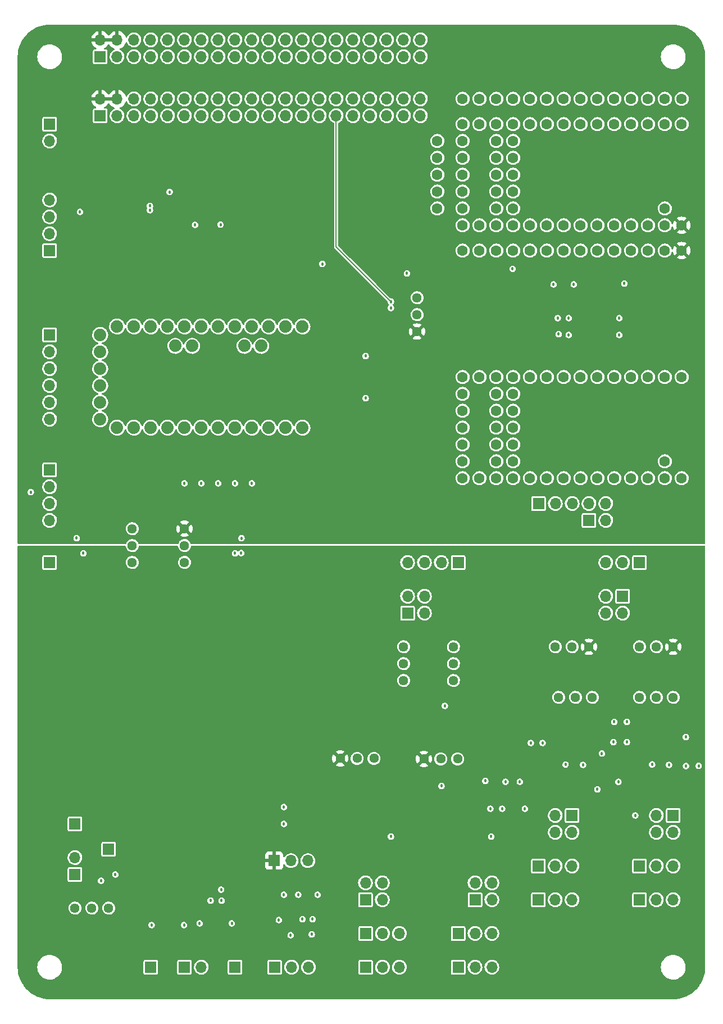
<source format=gbr>
%TF.GenerationSoftware,KiCad,Pcbnew,(6.0.4)*%
%TF.CreationDate,2022-04-15T04:49:27-07:00*%
%TF.ProjectId,main_board,6d61696e-5f62-46f6-9172-642e6b696361,rev?*%
%TF.SameCoordinates,Original*%
%TF.FileFunction,Copper,L3,Inr*%
%TF.FilePolarity,Positive*%
%FSLAX46Y46*%
G04 Gerber Fmt 4.6, Leading zero omitted, Abs format (unit mm)*
G04 Created by KiCad (PCBNEW (6.0.4)) date 2022-04-15 04:49:27*
%MOMM*%
%LPD*%
G01*
G04 APERTURE LIST*
%TA.AperFunction,ComponentPad*%
%ADD10C,1.440000*%
%TD*%
%TA.AperFunction,ComponentPad*%
%ADD11R,1.700000X1.700000*%
%TD*%
%TA.AperFunction,ComponentPad*%
%ADD12O,1.700000X1.700000*%
%TD*%
%TA.AperFunction,ComponentPad*%
%ADD13C,1.879600*%
%TD*%
%TA.AperFunction,ComponentPad*%
%ADD14C,1.600000*%
%TD*%
%TA.AperFunction,ViaPad*%
%ADD15C,0.457200*%
%TD*%
%TA.AperFunction,Conductor*%
%ADD16C,0.127000*%
%TD*%
G04 APERTURE END LIST*
D10*
%TO.N,Net-(R13-Pad1)*%
%TO.C,InputB_Gain1*%
X83718400Y-114300000D03*
%TO.N,Net-(J18-Pad3)*%
X83718400Y-111760000D03*
X83718400Y-109220000D03*
%TD*%
%TO.N,Net-(R20-Pad1)*%
%TO.C,GalvoB_Gain1*%
X99558000Y-116840000D03*
%TO.N,Net-(R30-Pad1)*%
X102098000Y-116840000D03*
X104638000Y-116840000D03*
%TD*%
D11*
%TO.N,+3V3*%
%TO.C,J3*%
X30480000Y-29215000D03*
D12*
%TO.N,+5V*%
X30480000Y-26675000D03*
%TO.N,Net-(J11-Pad4)*%
X33020000Y-29215000D03*
%TO.N,+5V*%
X33020000Y-26675000D03*
%TO.N,Net-(J11-Pad3)*%
X35560000Y-29215000D03*
%TO.N,GND*%
X35560000Y-26675000D03*
%TO.N,Net-(J27-Pad7)*%
X38100000Y-29215000D03*
%TO.N,Net-(J27-Pad8)*%
X38100000Y-26675000D03*
%TO.N,GND*%
X40640000Y-29215000D03*
%TO.N,Net-(J27-Pad10)*%
X40640000Y-26675000D03*
%TO.N,Net-(J27-Pad11)*%
X43180000Y-29215000D03*
%TO.N,Net-(J27-Pad12)*%
X43180000Y-26675000D03*
%TO.N,Net-(J27-Pad13)*%
X45720000Y-29215000D03*
%TO.N,GND*%
X45720000Y-26675000D03*
%TO.N,Net-(J27-Pad15)*%
X48260000Y-29215000D03*
%TO.N,Net-(J27-Pad16)*%
X48260000Y-26675000D03*
%TO.N,+3V3*%
X50800000Y-29215000D03*
%TO.N,Net-(J27-Pad18)*%
X50800000Y-26675000D03*
%TO.N,Net-(J27-Pad19)*%
X53340000Y-29215000D03*
%TO.N,GND*%
X53340000Y-26675000D03*
%TO.N,Net-(J27-Pad21)*%
X55880000Y-29215000D03*
%TO.N,Net-(J27-Pad22)*%
X55880000Y-26675000D03*
%TO.N,Net-(J27-Pad23)*%
X58420000Y-29215000D03*
%TO.N,Net-(J27-Pad24)*%
X58420000Y-26675000D03*
%TO.N,GND*%
X60960000Y-29215000D03*
%TO.N,Net-(J27-Pad26)*%
X60960000Y-26675000D03*
%TO.N,Net-(J27-Pad27)*%
X63500000Y-29215000D03*
%TO.N,Net-(J27-Pad28)*%
X63500000Y-26675000D03*
%TO.N,/Prog_Reset*%
X66040000Y-29215000D03*
%TO.N,GND*%
X66040000Y-26675000D03*
%TO.N,/Veapons Hot*%
X68580000Y-29215000D03*
%TO.N,Net-(J27-Pad32)*%
X68580000Y-26675000D03*
%TO.N,Net-(J27-Pad33)*%
X71120000Y-29215000D03*
%TO.N,GND*%
X71120000Y-26675000D03*
%TO.N,Net-(J27-Pad35)*%
X73660000Y-29215000D03*
%TO.N,Net-(J27-Pad36)*%
X73660000Y-26675000D03*
%TO.N,Net-(J27-Pad37)*%
X76200000Y-29215000D03*
%TO.N,Net-(J27-Pad38)*%
X76200000Y-26675000D03*
%TO.N,GND*%
X78740000Y-29215000D03*
%TO.N,Net-(J27-Pad40)*%
X78740000Y-26675000D03*
%TD*%
D11*
%TO.N,LED_trigger*%
%TO.C,TP2*%
X31750000Y-139700000D03*
%TD*%
%TO.N,Net-(J20-Pad1)*%
%TO.C,J20*%
X111760000Y-96520000D03*
D12*
%TO.N,GND*%
X109220000Y-96520000D03*
%TO.N,Net-(J20-Pad3)*%
X106680000Y-96520000D03*
%TD*%
D11*
%TO.N,Net-(J20-Pad1)*%
%TO.C,J21*%
X109220000Y-101600000D03*
D12*
%TO.N,Net-(J21-Pad2)*%
X109220000Y-104140000D03*
%TO.N,Net-(J20-Pad3)*%
X106680000Y-101600000D03*
%TO.N,Net-(J21-Pad4)*%
X106680000Y-104140000D03*
%TD*%
D10*
%TO.N,+15V*%
%TO.C,GalvoA_Offset1*%
X111760000Y-109220000D03*
%TO.N,Net-(R17-Pad2)*%
X114300000Y-109220000D03*
%TO.N,-15V*%
X116840000Y-109220000D03*
%TD*%
D11*
%TO.N,GND*%
%TO.C,J7*%
X26670000Y-143510000D03*
D12*
%TO.N,Net-(J7-Pad2)*%
X26670000Y-140970000D03*
%TD*%
D11*
%TO.N,Net-(J23-Pad1)*%
%TO.C,J23*%
X101600000Y-134620000D03*
D12*
%TO.N,Net-(J10-Pad3)*%
X101600000Y-137160000D03*
%TO.N,Net-(J23-Pad3)*%
X99060000Y-134620000D03*
%TO.N,Net-(J10-Pad2)*%
X99060000Y-137160000D03*
%TD*%
D11*
%TO.N,-15V*%
%TO.C,J22*%
X56695000Y-141440000D03*
D12*
%TO.N,GND*%
X59235000Y-141440000D03*
%TO.N,+15V*%
X61775000Y-141440000D03*
%TD*%
D11*
%TO.N,Net-(J24-Pad1)*%
%TO.C,J24*%
X116840000Y-134620000D03*
D12*
%TO.N,Net-(J24-Pad2)*%
X116840000Y-137160000D03*
%TO.N,Net-(J24-Pad3)*%
X114300000Y-134620000D03*
%TO.N,Net-(J24-Pad4)*%
X114300000Y-137160000D03*
%TD*%
D10*
%TO.N,+5V*%
%TO.C,Cam_Input1*%
X43180000Y-91430000D03*
%TO.N,Net-(Cam_Input1-Pad2)*%
X43180000Y-93970000D03*
%TO.N,GND*%
X43180000Y-96510000D03*
%TD*%
%TO.N,+3V3*%
%TO.C,Cam_Output1*%
X35306000Y-91440000D03*
%TO.N,Net-(Cam_Output1-Pad2)*%
X35306000Y-93980000D03*
%TO.N,GND*%
X35306000Y-96520000D03*
%TD*%
%TO.N,Net-(R14-Pad1)*%
%TO.C,InputA_Gain1*%
X76200000Y-114300000D03*
%TO.N,Net-(J18-Pad1)*%
X76200000Y-111760000D03*
X76200000Y-109220000D03*
%TD*%
D11*
%TO.N,+3V3*%
%TO.C,J27*%
X30480000Y-20320000D03*
D12*
%TO.N,+5V*%
X30480000Y-17780000D03*
%TO.N,Net-(J11-Pad4)*%
X33020000Y-20320000D03*
%TO.N,+5V*%
X33020000Y-17780000D03*
%TO.N,Net-(J11-Pad3)*%
X35560000Y-20320000D03*
%TO.N,GND*%
X35560000Y-17780000D03*
%TO.N,Net-(J27-Pad7)*%
X38100000Y-20320000D03*
%TO.N,Net-(J27-Pad8)*%
X38100000Y-17780000D03*
%TO.N,GND*%
X40640000Y-20320000D03*
%TO.N,Net-(J27-Pad10)*%
X40640000Y-17780000D03*
%TO.N,Net-(J27-Pad11)*%
X43180000Y-20320000D03*
%TO.N,Net-(J27-Pad12)*%
X43180000Y-17780000D03*
%TO.N,Net-(J27-Pad13)*%
X45720000Y-20320000D03*
%TO.N,GND*%
X45720000Y-17780000D03*
%TO.N,Net-(J27-Pad15)*%
X48260000Y-20320000D03*
%TO.N,Net-(J27-Pad16)*%
X48260000Y-17780000D03*
%TO.N,+3V3*%
X50800000Y-20320000D03*
%TO.N,Net-(J27-Pad18)*%
X50800000Y-17780000D03*
%TO.N,Net-(J27-Pad19)*%
X53340000Y-20320000D03*
%TO.N,GND*%
X53340000Y-17780000D03*
%TO.N,Net-(J27-Pad21)*%
X55880000Y-20320000D03*
%TO.N,Net-(J27-Pad22)*%
X55880000Y-17780000D03*
%TO.N,Net-(J27-Pad23)*%
X58420000Y-20320000D03*
%TO.N,Net-(J27-Pad24)*%
X58420000Y-17780000D03*
%TO.N,GND*%
X60960000Y-20320000D03*
%TO.N,Net-(J27-Pad26)*%
X60960000Y-17780000D03*
%TO.N,Net-(J27-Pad27)*%
X63500000Y-20320000D03*
%TO.N,Net-(J27-Pad28)*%
X63500000Y-17780000D03*
%TO.N,/Prog_Reset*%
X66040000Y-20320000D03*
%TO.N,GND*%
X66040000Y-17780000D03*
%TO.N,/Veapons Hot*%
X68580000Y-20320000D03*
%TO.N,Net-(J27-Pad32)*%
X68580000Y-17780000D03*
%TO.N,Net-(J27-Pad33)*%
X71120000Y-20320000D03*
%TO.N,GND*%
X71120000Y-17780000D03*
%TO.N,Net-(J27-Pad35)*%
X73660000Y-20320000D03*
%TO.N,Net-(J27-Pad36)*%
X73660000Y-17780000D03*
%TO.N,Net-(J27-Pad37)*%
X76200000Y-20320000D03*
%TO.N,Net-(J27-Pad38)*%
X76200000Y-17780000D03*
%TO.N,GND*%
X78740000Y-20320000D03*
%TO.N,Net-(J27-Pad40)*%
X78740000Y-17780000D03*
%TD*%
D11*
%TO.N,Net-(J12-Pad2)*%
%TO.C,TP5*%
X50800000Y-157480000D03*
%TD*%
%TO.N,Net-(J14-Pad1)*%
%TO.C,J14*%
X70475000Y-152400000D03*
D12*
%TO.N,GND*%
X73015000Y-152400000D03*
%TO.N,Net-(J14-Pad3)*%
X75555000Y-152400000D03*
%TD*%
D10*
%TO.N,+15V*%
%TO.C,GalvoB_Offset1*%
X99060000Y-109220000D03*
%TO.N,Net-(R19-Pad1)*%
X101600000Y-109220000D03*
%TO.N,-15V*%
X104140000Y-109220000D03*
%TD*%
D11*
%TO.N,GND*%
%TO.C,J19*%
X84430000Y-96520000D03*
D12*
%TO.N,Net-(J18-Pad4)*%
X81890000Y-96520000D03*
%TO.N,GND*%
X79350000Y-96520000D03*
%TO.N,Net-(J18-Pad2)*%
X76810000Y-96520000D03*
%TD*%
D11*
%TO.N,Net-(FB3-Pad2)*%
%TO.C,J8*%
X56769000Y-157480000D03*
D12*
%TO.N,Net-(FB2-Pad1)*%
X59309000Y-157480000D03*
%TO.N,Net-(FB1-Pad2)*%
X61849000Y-157480000D03*
%TD*%
D11*
%TO.N,GND*%
%TO.C,J26*%
X96520000Y-147320000D03*
D12*
%TO.N,Net-(J10-Pad2)*%
X99060000Y-147320000D03*
%TO.N,Net-(J10-Pad3)*%
X101600000Y-147320000D03*
%TD*%
D13*
%TO.N,Net-(U16-PadJP1_1)*%
%TO.C,U16*%
X30480000Y-62230000D03*
%TO.N,Net-(U16-PadJP1_2)*%
X30480000Y-64770000D03*
%TO.N,Net-(U16-PadJP1_3)*%
X30480000Y-67310000D03*
%TO.N,+3V3*%
X30480000Y-69850000D03*
%TO.N,GND*%
X30480000Y-72390000D03*
X30480000Y-74930000D03*
%TO.N,unconnected-(U16-PadJP2_1)*%
X44323000Y-63881000D03*
%TO.N,unconnected-(U16-PadJP2_2)*%
X41783000Y-63881000D03*
%TO.N,unconnected-(U16-PadJP3_1)*%
X54737000Y-63881000D03*
%TO.N,unconnected-(U16-PadJP3_2)*%
X52197000Y-63881000D03*
%TO.N,unconnected-(U16-PadJP6_1)*%
X33020000Y-60960000D03*
%TO.N,GND*%
X35560000Y-60960000D03*
%TO.N,unconnected-(U16-PadJP6_3)*%
X38100000Y-60960000D03*
%TO.N,+3V3*%
X40640000Y-60960000D03*
%TO.N,unconnected-(U16-PadJP6_5)*%
X43180000Y-60960000D03*
%TO.N,unconnected-(U16-PadJP6_6)*%
X45720000Y-60960000D03*
%TO.N,unconnected-(U16-PadJP6_7)*%
X48260000Y-60960000D03*
%TO.N,unconnected-(U16-PadJP6_8)*%
X50800000Y-60960000D03*
%TO.N,unconnected-(U16-PadJP6_9)*%
X53340000Y-60960000D03*
%TO.N,unconnected-(U16-PadJP6_10)*%
X55880000Y-60960000D03*
%TO.N,unconnected-(U16-PadJP6_11)*%
X58420000Y-60960000D03*
%TO.N,unconnected-(U16-PadJP6_12)*%
X60960000Y-60960000D03*
%TO.N,unconnected-(U16-PadJP7_1)*%
X60960000Y-76200000D03*
%TO.N,unconnected-(U16-PadJP7_2)*%
X58420000Y-76200000D03*
%TO.N,unconnected-(U16-PadJP7_3)*%
X55880000Y-76200000D03*
%TO.N,unconnected-(U16-PadJP7_4)*%
X53340000Y-76200000D03*
%TO.N,/Clear_Fault*%
X50800000Y-76200000D03*
%TO.N,/LAZOR!!!*%
X48260000Y-76200000D03*
%TO.N,/Fault*%
X45720000Y-76200000D03*
%TO.N,/LAZOR?*%
X43180000Y-76200000D03*
%TO.N,GND*%
X40640000Y-76200000D03*
%TO.N,unconnected-(U16-PadJP7_10)*%
X38100000Y-76200000D03*
%TO.N,unconnected-(U16-PadJP7_11)*%
X35560000Y-76200000D03*
%TO.N,unconnected-(U16-PadJP7_12)*%
X33020000Y-76200000D03*
%TD*%
D11*
%TO.N,GND*%
%TO.C,J12*%
X43180000Y-157480000D03*
D12*
%TO.N,Net-(J12-Pad2)*%
X45720000Y-157480000D03*
%TD*%
D11*
%TO.N,GND*%
%TO.C,J5*%
X104140000Y-90170000D03*
D12*
%TO.N,Net-(J18-Pad4)*%
X104140000Y-87630000D03*
%TO.N,GND*%
X106680000Y-90170000D03*
%TO.N,Net-(J18-Pad2)*%
X106680000Y-87630000D03*
%TD*%
D11*
%TO.N,Net-(J18-Pad1)*%
%TO.C,J18*%
X76810006Y-104140000D03*
D12*
%TO.N,Net-(J18-Pad2)*%
X76810006Y-101600000D03*
%TO.N,Net-(J18-Pad3)*%
X79350006Y-104140000D03*
%TO.N,Net-(J18-Pad4)*%
X79350006Y-101600000D03*
%TD*%
D11*
%TO.N,GND*%
%TO.C,J25*%
X111760000Y-142240000D03*
D12*
%TO.N,Net-(J24-Pad4)*%
X114300000Y-142240000D03*
%TO.N,Net-(J24-Pad2)*%
X116840000Y-142240000D03*
%TD*%
D11*
%TO.N,Net-(J20-Pad1)*%
%TO.C,J6*%
X96535000Y-87630000D03*
D12*
%TO.N,GND*%
X99075000Y-87630000D03*
%TO.N,Net-(J20-Pad3)*%
X101615000Y-87630000D03*
%TD*%
D11*
%TO.N,Net-(J1-Pad1)*%
%TO.C,J15*%
X84430000Y-152400000D03*
D12*
%TO.N,GND*%
X86970000Y-152400000D03*
%TO.N,Net-(J1-Pad3)*%
X89510000Y-152400000D03*
%TD*%
D10*
%TO.N,+15V*%
%TO.C,InputB_offset1*%
X84338000Y-126111000D03*
%TO.N,Net-(R12-Pad1)*%
X81798000Y-126111000D03*
%TO.N,-15V*%
X79258000Y-126111000D03*
%TD*%
D11*
%TO.N,Net-(J14-Pad1)*%
%TO.C,J16*%
X70460006Y-147325004D03*
D12*
%TO.N,Net-(J16-Pad2)*%
X70460006Y-144785004D03*
%TO.N,Net-(J14-Pad3)*%
X73000006Y-147325004D03*
%TO.N,Net-(J16-Pad4)*%
X73000006Y-144785004D03*
%TD*%
D11*
%TO.N,Net-(J13-Pad1)*%
%TO.C,J13*%
X22860000Y-30480000D03*
D12*
%TO.N,GND*%
X22860000Y-33020000D03*
%TD*%
D11*
%TO.N,Net-(U16-PadJP1_1)*%
%TO.C,J28*%
X22860000Y-62230000D03*
D12*
%TO.N,Net-(U16-PadJP1_2)*%
X22860000Y-64770000D03*
%TO.N,Net-(U16-PadJP1_3)*%
X22860000Y-67310000D03*
%TO.N,+3V3*%
X22860000Y-69850000D03*
%TO.N,GND*%
X22860000Y-72390000D03*
X22860000Y-74930000D03*
%TD*%
D10*
%TO.N,+5V*%
%TO.C,Prog1*%
X78232000Y-61722000D03*
%TO.N,Net-(Prog1-Pad2)*%
X78232000Y-59182000D03*
%TO.N,GND*%
X78232000Y-56642000D03*
%TD*%
D11*
%TO.N,GND*%
%TO.C,J11*%
X22860000Y-49520000D03*
D12*
%TO.N,+3V3*%
X22860000Y-46980000D03*
%TO.N,Net-(J11-Pad3)*%
X22860000Y-44440000D03*
%TO.N,Net-(J11-Pad4)*%
X22860000Y-41900000D03*
%TD*%
D11*
%TO.N,/Cam_In*%
%TO.C,TP1*%
X22860000Y-96520000D03*
%TD*%
%TO.N,Net-(J7-Pad2)*%
%TO.C,TP3*%
X26670000Y-135890000D03*
%TD*%
D14*
%TO.N,GND*%
%TO.C,U11*%
X118110000Y-68580000D03*
%TO.N,unconnected-(U11-Pad2)*%
X115570000Y-68580000D03*
%TO.N,unconnected-(U11-Pad3)*%
X113030000Y-68580000D03*
%TO.N,unconnected-(U11-Pad4)*%
X110490000Y-68580000D03*
%TO.N,unconnected-(U11-Pad5)*%
X107950000Y-68580000D03*
%TO.N,unconnected-(U11-Pad6)*%
X105410000Y-68580000D03*
%TO.N,unconnected-(U11-Pad7)*%
X102870000Y-68580000D03*
%TO.N,unconnected-(U11-Pad8)*%
X100330000Y-68580000D03*
%TO.N,unconnected-(U11-Pad9)*%
X97790000Y-68580000D03*
%TO.N,unconnected-(U11-Pad10)*%
X95250000Y-68580000D03*
%TO.N,SGT_TX*%
X92710000Y-68580000D03*
%TO.N,SGT_RX*%
X90170000Y-68580000D03*
%TO.N,unconnected-(U11-Pad13)*%
X87630000Y-68580000D03*
%TO.N,unconnected-(U11-Pad14)*%
X85090000Y-68580000D03*
%TO.N,unconnected-(U11-Pad15)*%
X85090000Y-71120000D03*
%TO.N,unconnected-(U11-Pad16)*%
X85090000Y-73660000D03*
%TO.N,GND*%
X85090000Y-76200000D03*
%TO.N,unconnected-(U11-Pad18)*%
X85090000Y-78740000D03*
%TO.N,unconnected-(U11-Pad19)*%
X85090000Y-81280000D03*
%TO.N,unconnected-(U11-Pad20)*%
X85090000Y-83820000D03*
%TO.N,unconnected-(U11-Pad21)*%
X87630000Y-83820000D03*
%TO.N,unconnected-(U11-Pad22)*%
X90170000Y-83820000D03*
%TO.N,unconnected-(U11-Pad23)*%
X92710000Y-83820000D03*
%TO.N,unconnected-(U11-Pad24)*%
X95250000Y-83820000D03*
%TO.N,SGT_SDA*%
X97790000Y-83820000D03*
%TO.N,SGT_SCL*%
X100330000Y-83820000D03*
%TO.N,SGT_LRCLK*%
X102870000Y-83820000D03*
%TO.N,SGT_BCLK*%
X105410000Y-83820000D03*
%TO.N,unconnected-(U11-Pad29)*%
X107950000Y-83820000D03*
%TO.N,SGT_MCLK*%
X110490000Y-83820000D03*
%TO.N,SGT_3.3*%
X113030000Y-83820000D03*
%TO.N,GND*%
X115570000Y-83820000D03*
%TO.N,unconnected-(U11-Pad33)*%
X118110000Y-83820000D03*
%TO.N,unconnected-(U11-Pad34)*%
X115570000Y-81280000D03*
%TO.N,unconnected-(U11-Pad35)*%
X90170000Y-81280000D03*
%TO.N,unconnected-(U11-Pad36)*%
X92710000Y-81280000D03*
%TO.N,unconnected-(U11-Pad37)*%
X90170000Y-78740000D03*
%TO.N,unconnected-(U11-Pad38)*%
X92710000Y-78740000D03*
%TO.N,unconnected-(U11-Pad39)*%
X90170000Y-76200000D03*
%TO.N,unconnected-(U11-Pad40)*%
X92710000Y-76200000D03*
%TO.N,unconnected-(U11-Pad41)*%
X90170000Y-73660000D03*
%TO.N,unconnected-(U11-Pad42)*%
X92710000Y-73660000D03*
%TO.N,unconnected-(U11-Pad43)*%
X90170000Y-71120000D03*
%TO.N,unconnected-(U11-Pad44)*%
X92710000Y-71120000D03*
%TD*%
D11*
%TO.N,GND*%
%TO.C,J9*%
X111760000Y-147320000D03*
D12*
%TO.N,Net-(J24-Pad4)*%
X114300000Y-147320000D03*
%TO.N,Net-(J24-Pad2)*%
X116840000Y-147320000D03*
%TD*%
D11*
%TO.N,Net-(J1-Pad1)*%
%TO.C,J17*%
X86970006Y-147320000D03*
D12*
%TO.N,Net-(J17-Pad2)*%
X86970006Y-144780000D03*
%TO.N,Net-(J1-Pad3)*%
X89510006Y-147320000D03*
%TO.N,Net-(J17-Pad4)*%
X89510006Y-144780000D03*
%TD*%
D10*
%TO.N,+5V*%
%TO.C,LED_Trigger1*%
X31750000Y-148590000D03*
%TO.N,Net-(U12-Pad3)*%
X29210000Y-148590000D03*
%TO.N,GND*%
X26670000Y-148590000D03*
%TD*%
%TO.N,+15V*%
%TO.C,InputA_offset1*%
X71739600Y-126034800D03*
%TO.N,Net-(R10-Pad2)*%
X69199600Y-126034800D03*
%TO.N,-15V*%
X66659600Y-126034800D03*
%TD*%
D11*
%TO.N,Net-(C7-Pad1)*%
%TO.C,TP4*%
X38100000Y-157480000D03*
%TD*%
D14*
%TO.N,GND*%
%TO.C,U10*%
X118110000Y-26670000D03*
X118110000Y-30480000D03*
%TO.N,unconnected-(U10-Pad2)*%
X115570000Y-30480000D03*
X115570000Y-26670000D03*
%TO.N,unconnected-(U10-Pad3)*%
X113030000Y-30480000D03*
X113030000Y-26670000D03*
%TO.N,PWM_DAC*%
X110490000Y-26670000D03*
X110490000Y-30480000D03*
%TO.N,Net-(J27-Pad15)*%
X107950000Y-30480000D03*
X107950000Y-26670000D03*
%TO.N,Net-(J27-Pad7)*%
X105410000Y-26670000D03*
X105410000Y-30480000D03*
%TO.N,Net-(J27-Pad32)*%
X102870000Y-26670000D03*
X102870000Y-30480000D03*
%TO.N,Net-(J27-Pad33)*%
X100330000Y-26670000D03*
X100330000Y-30480000D03*
%TO.N,SGT_TX*%
X97790000Y-26670000D03*
X97790000Y-30480000D03*
%TO.N,SGT_RX*%
X95250000Y-26670000D03*
X95250000Y-30480000D03*
%TO.N,unconnected-(U10-Pad11)*%
X92710000Y-30480000D03*
X92710000Y-26670000D03*
%TO.N,Net-(J27-Pad24)*%
X90170000Y-30480000D03*
X90170000Y-26670000D03*
%TO.N,Net-(J27-Pad21)*%
X87630000Y-30480000D03*
X87630000Y-26670000D03*
%TO.N,Net-(J27-Pad19)*%
X85090000Y-30480000D03*
X85090000Y-26670000D03*
%TO.N,unconnected-(U10-Pad15)*%
X81280000Y-33020000D03*
X85090000Y-33020000D03*
%TO.N,unconnected-(U10-Pad16)*%
X81280000Y-35560000D03*
X85090000Y-35560000D03*
%TO.N,GND*%
X85090000Y-38100000D03*
X81280000Y-38100000D03*
%TO.N,Net-(U10-Pad18)*%
X81280000Y-40640000D03*
X85090000Y-40640000D03*
%TO.N,unconnected-(U10-Pad19)*%
X81280000Y-43180000D03*
X85090000Y-43180000D03*
%TO.N,Net-(J27-Pad23)*%
X85090000Y-49530000D03*
X85090000Y-45720000D03*
%TO.N,unconnected-(U10-Pad21)*%
X87630000Y-45720000D03*
X87630000Y-49530000D03*
%TO.N,/LAZOR?*%
X90170000Y-45720000D03*
X90170000Y-49530000D03*
%TO.N,/Clear_Fault*%
X92710000Y-49530000D03*
X92710000Y-45720000D03*
%TO.N,/Fault*%
X95250000Y-49530000D03*
X95250000Y-45720000D03*
%TO.N,SGT_SDA*%
X97790000Y-49530000D03*
X97790000Y-45720000D03*
%TO.N,SGT_SCL*%
X100330000Y-49530000D03*
X100330000Y-45720000D03*
%TO.N,SGT_LRCLK*%
X102870000Y-45720000D03*
X102870000Y-49530000D03*
%TO.N,SGT_BCLK*%
X105410000Y-49530000D03*
X105410000Y-45720000D03*
%TO.N,unconnected-(U10-Pad29)*%
X107950000Y-49530000D03*
X107950000Y-45720000D03*
%TO.N,SGT_MCLK*%
X110490000Y-49530000D03*
X110490000Y-45720000D03*
%TO.N,SGT_3.3*%
X113030000Y-45720000D03*
X113030000Y-49530000D03*
%TO.N,GND*%
X115570000Y-45720000D03*
X115570000Y-49530000D03*
%TO.N,+5V*%
X118110000Y-45720000D03*
X118110000Y-49530000D03*
%TO.N,unconnected-(U10-Pad34)*%
X115570000Y-43180000D03*
%TO.N,unconnected-(U10-Pad35)*%
X90170000Y-43180000D03*
%TO.N,unconnected-(U10-Pad36)*%
X92710000Y-43180000D03*
%TO.N,unconnected-(U10-Pad37)*%
X90170000Y-40640000D03*
%TO.N,unconnected-(U10-Pad38)*%
X92710000Y-40640000D03*
%TO.N,unconnected-(U10-Pad39)*%
X90170000Y-38100000D03*
%TO.N,unconnected-(U10-Pad40)*%
X92710000Y-38100000D03*
%TO.N,unconnected-(U10-Pad41)*%
X90170000Y-35560000D03*
%TO.N,unconnected-(U10-Pad42)*%
X92710000Y-35560000D03*
%TO.N,unconnected-(U10-Pad43)*%
X90170000Y-33020000D03*
%TO.N,unconnected-(U10-Pad44)*%
X92710000Y-33020000D03*
%TD*%
D10*
%TO.N,Net-(R21-Pad1)*%
%TO.C,GalvoA_Gain1*%
X111750000Y-116840000D03*
%TO.N,Net-(R24-Pad1)*%
X114290000Y-116840000D03*
X116830000Y-116840000D03*
%TD*%
D11*
%TO.N,GND*%
%TO.C,J4*%
X22860000Y-82560000D03*
D12*
X22860000Y-85100000D03*
%TO.N,LED_trigger*%
X22860000Y-87640000D03*
%TO.N,/Cam_In*%
X22860000Y-90180000D03*
%TD*%
D11*
%TO.N,Net-(J1-Pad1)*%
%TO.C,J1*%
X84430000Y-157480000D03*
D12*
%TO.N,GND*%
X86970000Y-157480000D03*
%TO.N,Net-(J1-Pad3)*%
X89510000Y-157480000D03*
%TD*%
D11*
%TO.N,GND*%
%TO.C,J10*%
X96520000Y-142240000D03*
D12*
%TO.N,Net-(J10-Pad2)*%
X99060000Y-142240000D03*
%TO.N,Net-(J10-Pad3)*%
X101600000Y-142240000D03*
%TD*%
D11*
%TO.N,Net-(J14-Pad1)*%
%TO.C,J2*%
X70475000Y-157480000D03*
D12*
%TO.N,GND*%
X73015000Y-157480000D03*
%TO.N,Net-(J14-Pad3)*%
X75555000Y-157480000D03*
%TD*%
D15*
%TO.N,+3V3*%
X26924000Y-92837000D03*
X99568000Y-62103000D03*
X99441000Y-59690000D03*
X20015200Y-85928200D03*
X40944800Y-40716200D03*
X37973000Y-42799000D03*
X98806000Y-54610000D03*
%TO.N,+15V*%
X111125000Y-134620000D03*
X63246000Y-146558000D03*
X58166000Y-135890000D03*
X62357000Y-152527000D03*
X103251000Y-127000000D03*
X116205000Y-127000000D03*
X89408000Y-137795000D03*
X38227000Y-151130000D03*
X89281000Y-133604000D03*
X81915000Y-130175000D03*
X74295000Y-137795000D03*
X88519000Y-129413000D03*
X58166000Y-133350000D03*
X82423000Y-118110000D03*
X62484000Y-150241000D03*
%TO.N,-15V*%
X69215000Y-141605000D03*
X55880000Y-150368000D03*
X112395000Y-121920000D03*
X64897000Y-135890000D03*
X99314000Y-122047000D03*
X107315000Y-129540000D03*
X84455000Y-141605000D03*
X66294000Y-133350000D03*
X43180000Y-147320000D03*
X55245000Y-146558000D03*
X96139000Y-133604000D03*
X76835000Y-133985000D03*
X77470000Y-121920000D03*
X96774000Y-129413000D03*
X56007000Y-152654000D03*
%TO.N,+5V*%
X72009000Y-59055000D03*
X34544000Y-43688000D03*
X30612500Y-144460000D03*
X49911000Y-92837000D03*
X107061000Y-59690000D03*
X28575000Y-43815000D03*
X107188000Y-62357000D03*
X106426000Y-54610000D03*
%TO.N,Net-(J27-Pad15)*%
X63957200Y-51536600D03*
X51739800Y-95097600D03*
%TO.N,PWM_DAC*%
X48705000Y-145796000D03*
%TO.N,Net-(C7-Pad1)*%
X50305000Y-150876000D03*
X43115000Y-151130000D03*
%TO.N,Net-(R24-Pad2)*%
X120675400Y-127152400D03*
X113665000Y-126935000D03*
%TO.N,Net-(R30-Pad2)*%
X106095800Y-125298200D03*
X100609400Y-126949200D03*
%TO.N,Net-(R25-Pad2)*%
X118770400Y-127177800D03*
X108585000Y-129565400D03*
%TO.N,GND*%
X76708000Y-52959000D03*
X93726000Y-129540000D03*
X27940000Y-95123000D03*
X50800000Y-84582000D03*
X91059000Y-133604000D03*
X70485000Y-71755000D03*
X43180000Y-84582000D03*
X94488000Y-133604000D03*
X97155000Y-123698000D03*
X48260000Y-84582000D03*
X48615600Y-45618400D03*
X48768000Y-147447000D03*
X37973000Y-43434000D03*
X45720000Y-84582000D03*
X50800000Y-95123000D03*
X60325000Y-146558000D03*
X105410000Y-130683000D03*
X60960000Y-150241000D03*
X118745000Y-122809000D03*
X91567000Y-129540000D03*
X45466000Y-150876000D03*
X32766000Y-143510000D03*
X109855000Y-120523000D03*
X101854000Y-54610000D03*
X70485000Y-65405000D03*
X101092000Y-62230000D03*
X59182000Y-152654000D03*
X107950000Y-120523000D03*
X108712000Y-59690000D03*
X107823000Y-123571000D03*
X57404000Y-150368000D03*
X108712000Y-62230000D03*
X74295000Y-58166000D03*
X109855000Y-123571000D03*
X58166000Y-146558000D03*
X47117000Y-147447000D03*
X53340000Y-84582000D03*
X95377000Y-123698000D03*
X109474000Y-54483000D03*
X101092000Y-59690000D03*
%TO.N,Net-(J13-Pad1)*%
X27432000Y-43688000D03*
%TO.N,/LAZOR?*%
X44768000Y-45657000D03*
%TO.N,/Prog_Reset*%
X74289500Y-57216000D03*
%TO.N,/Cam_In*%
X51765200Y-92862400D03*
%TO.N,/Fault*%
X92633800Y-52273200D03*
%TD*%
D16*
%TO.N,/Prog_Reset*%
X66040000Y-29215000D02*
X66040000Y-48966500D01*
X66040000Y-48966500D02*
X74289500Y-57216000D01*
%TD*%
%TA.AperFunction,Conductor*%
%TO.N,+5V*%
G36*
X116827103Y-15496921D02*
G01*
X116840000Y-15499486D01*
X116852170Y-15497065D01*
X116862599Y-15497065D01*
X116875735Y-15496060D01*
X117198600Y-15510156D01*
X117255075Y-15512622D01*
X117266023Y-15513580D01*
X117672496Y-15567093D01*
X117683301Y-15568999D01*
X118083566Y-15657736D01*
X118094176Y-15660579D01*
X118485175Y-15783860D01*
X118495488Y-15787613D01*
X118874277Y-15944513D01*
X118884221Y-15949151D01*
X119186931Y-16106731D01*
X119247867Y-16138452D01*
X119257387Y-16143948D01*
X119603148Y-16364223D01*
X119612152Y-16370527D01*
X119937413Y-16620108D01*
X119945830Y-16627172D01*
X120243557Y-16899987D01*
X120248088Y-16904139D01*
X120255857Y-16911908D01*
X120524984Y-17205609D01*
X120532826Y-17214167D01*
X120539892Y-17222587D01*
X120789473Y-17547848D01*
X120795777Y-17556852D01*
X121016052Y-17902613D01*
X121021547Y-17912132D01*
X121184777Y-18225693D01*
X121210845Y-18275770D01*
X121215487Y-18285723D01*
X121372384Y-18664504D01*
X121376140Y-18674825D01*
X121456787Y-18930605D01*
X121499421Y-19065823D01*
X121502264Y-19076434D01*
X121591001Y-19476699D01*
X121592907Y-19487504D01*
X121637342Y-19825025D01*
X121646420Y-19893976D01*
X121647378Y-19904926D01*
X121663940Y-20284265D01*
X121662935Y-20297401D01*
X121662935Y-20307830D01*
X121660514Y-20320000D01*
X121662935Y-20332170D01*
X121663079Y-20332894D01*
X121665500Y-20357476D01*
X121665500Y-93600000D01*
X121645498Y-93668121D01*
X121591842Y-93714614D01*
X121539500Y-93726000D01*
X44217897Y-93726000D01*
X44149776Y-93705998D01*
X44103283Y-93652342D01*
X44097275Y-93636417D01*
X44087111Y-93602752D01*
X44087111Y-93602751D01*
X44085329Y-93596850D01*
X44003820Y-93443553D01*
X43998503Y-93433553D01*
X43998501Y-93433550D01*
X43995609Y-93428111D01*
X43991719Y-93423341D01*
X43991716Y-93423337D01*
X43878717Y-93284787D01*
X43878714Y-93284784D01*
X43874822Y-93280012D01*
X43727570Y-93158194D01*
X43559461Y-93067298D01*
X43376899Y-93010785D01*
X43370781Y-93010142D01*
X43370776Y-93010141D01*
X43192965Y-92991453D01*
X43192963Y-92991453D01*
X43186836Y-92990809D01*
X43107644Y-92998016D01*
X43002652Y-93007571D01*
X43002649Y-93007572D01*
X42996513Y-93008130D01*
X42990607Y-93009868D01*
X42990603Y-93009869D01*
X42857352Y-93049088D01*
X42813180Y-93062088D01*
X42643818Y-93150628D01*
X42639018Y-93154488D01*
X42639017Y-93154488D01*
X42589908Y-93193973D01*
X42494879Y-93270378D01*
X42372036Y-93416776D01*
X42369068Y-93422174D01*
X42369065Y-93422179D01*
X42357315Y-93443553D01*
X42279969Y-93584246D01*
X42278107Y-93590115D01*
X42278106Y-93590118D01*
X42262886Y-93638098D01*
X42223223Y-93696982D01*
X42158021Y-93725075D01*
X42142784Y-93726000D01*
X36340878Y-93726000D01*
X36272757Y-93705998D01*
X36226264Y-93652342D01*
X36220256Y-93636418D01*
X36213110Y-93612749D01*
X36211329Y-93606850D01*
X36121609Y-93438111D01*
X36117719Y-93433341D01*
X36117716Y-93433337D01*
X36004717Y-93294787D01*
X36004714Y-93294784D01*
X36000822Y-93290012D01*
X35994676Y-93284927D01*
X35923739Y-93226243D01*
X35853570Y-93168194D01*
X35685461Y-93077298D01*
X35502899Y-93020785D01*
X35496781Y-93020142D01*
X35496776Y-93020141D01*
X35318965Y-93001453D01*
X35318963Y-93001453D01*
X35312836Y-93000809D01*
X35238535Y-93007571D01*
X35128652Y-93017571D01*
X35128649Y-93017572D01*
X35122513Y-93018130D01*
X35116607Y-93019868D01*
X35116603Y-93019869D01*
X34983352Y-93059088D01*
X34939180Y-93072088D01*
X34769818Y-93160628D01*
X34765018Y-93164488D01*
X34765017Y-93164488D01*
X34627436Y-93275106D01*
X34620879Y-93280378D01*
X34498036Y-93426776D01*
X34495068Y-93432174D01*
X34495065Y-93432179D01*
X34418584Y-93571300D01*
X34405969Y-93594246D01*
X34404108Y-93600113D01*
X34404107Y-93600115D01*
X34392058Y-93638099D01*
X34352395Y-93696983D01*
X34287192Y-93725075D01*
X34271956Y-93726000D01*
X18160500Y-93726000D01*
X18092379Y-93705998D01*
X18045886Y-93652342D01*
X18034500Y-93600000D01*
X18034500Y-92831037D01*
X26435968Y-92831037D01*
X26437132Y-92839939D01*
X26437132Y-92839942D01*
X26452746Y-92959346D01*
X26452747Y-92959350D01*
X26453911Y-92968251D01*
X26509644Y-93094914D01*
X26598687Y-93200843D01*
X26713881Y-93277523D01*
X26803749Y-93305600D01*
X26837398Y-93316113D01*
X26837399Y-93316113D01*
X26845967Y-93318790D01*
X26911599Y-93319992D01*
X26975348Y-93321161D01*
X26975351Y-93321161D01*
X26984326Y-93321325D01*
X26992989Y-93318963D01*
X26992991Y-93318963D01*
X27109171Y-93287289D01*
X27117835Y-93284927D01*
X27235762Y-93212519D01*
X27328627Y-93109924D01*
X27357145Y-93051063D01*
X27385050Y-92993468D01*
X27385051Y-92993466D01*
X27388964Y-92985389D01*
X27410658Y-92856437D01*
X51277168Y-92856437D01*
X51278332Y-92865339D01*
X51278332Y-92865342D01*
X51293946Y-92984746D01*
X51293947Y-92984750D01*
X51295111Y-92993651D01*
X51350844Y-93120314D01*
X51439887Y-93226243D01*
X51555081Y-93302923D01*
X51648490Y-93332106D01*
X51678598Y-93341513D01*
X51678599Y-93341513D01*
X51687167Y-93344190D01*
X51752799Y-93345392D01*
X51816548Y-93346561D01*
X51816551Y-93346561D01*
X51825526Y-93346725D01*
X51834189Y-93344363D01*
X51834191Y-93344363D01*
X51950371Y-93312689D01*
X51959035Y-93310327D01*
X52076962Y-93237919D01*
X52169827Y-93135324D01*
X52201366Y-93070227D01*
X52226250Y-93018868D01*
X52226251Y-93018866D01*
X52230164Y-93010789D01*
X52253122Y-92874325D01*
X52253268Y-92862400D01*
X52252026Y-92853722D01*
X52234923Y-92734303D01*
X52234922Y-92734301D01*
X52233650Y-92725416D01*
X52176374Y-92599443D01*
X52086044Y-92494610D01*
X51969921Y-92419343D01*
X51961319Y-92416771D01*
X51961316Y-92416769D01*
X51845944Y-92382266D01*
X51845945Y-92382266D01*
X51837341Y-92379693D01*
X51828365Y-92379638D01*
X51828364Y-92379638D01*
X51769141Y-92379277D01*
X51698962Y-92378848D01*
X51690331Y-92381315D01*
X51690329Y-92381315D01*
X51574541Y-92414407D01*
X51574538Y-92414408D01*
X51565907Y-92416875D01*
X51448873Y-92490718D01*
X51357269Y-92594440D01*
X51353455Y-92602563D01*
X51353454Y-92602565D01*
X51325450Y-92662212D01*
X51298458Y-92719703D01*
X51297078Y-92728568D01*
X51297077Y-92728570D01*
X51279095Y-92844063D01*
X51277168Y-92856437D01*
X27410658Y-92856437D01*
X27411922Y-92848925D01*
X27412068Y-92837000D01*
X27409944Y-92822165D01*
X27393723Y-92708903D01*
X27393722Y-92708901D01*
X27392450Y-92700016D01*
X27335174Y-92574043D01*
X27244844Y-92469210D01*
X27228507Y-92458621D01*
X42515933Y-92458621D01*
X42525227Y-92470635D01*
X42559146Y-92494385D01*
X42568641Y-92499868D01*
X42753413Y-92586028D01*
X42763705Y-92589774D01*
X42960632Y-92642540D01*
X42971425Y-92644443D01*
X43174525Y-92662212D01*
X43185475Y-92662212D01*
X43388575Y-92644443D01*
X43399368Y-92642540D01*
X43596295Y-92589774D01*
X43606587Y-92586028D01*
X43791359Y-92499868D01*
X43800854Y-92494385D01*
X43835607Y-92470051D01*
X43843983Y-92459572D01*
X43836916Y-92446127D01*
X43192811Y-91802021D01*
X43178868Y-91794408D01*
X43177034Y-91794539D01*
X43170420Y-91798790D01*
X42522360Y-92446851D01*
X42515933Y-92458621D01*
X27228507Y-92458621D01*
X27128721Y-92393943D01*
X27120119Y-92391371D01*
X27120116Y-92391369D01*
X27004744Y-92356866D01*
X27004745Y-92356866D01*
X26996141Y-92354293D01*
X26987165Y-92354238D01*
X26987164Y-92354238D01*
X26927941Y-92353877D01*
X26857762Y-92353448D01*
X26849131Y-92355915D01*
X26849129Y-92355915D01*
X26733341Y-92389007D01*
X26733338Y-92389008D01*
X26724707Y-92391475D01*
X26607673Y-92465318D01*
X26601731Y-92472046D01*
X26582002Y-92494385D01*
X26516069Y-92569040D01*
X26512255Y-92577163D01*
X26512254Y-92577165D01*
X26501795Y-92599443D01*
X26457258Y-92694303D01*
X26455878Y-92703168D01*
X26455877Y-92703170D01*
X26451030Y-92734303D01*
X26435968Y-92831037D01*
X18034500Y-92831037D01*
X18034500Y-91426328D01*
X34326880Y-91426328D01*
X34342872Y-91616767D01*
X34395549Y-91800473D01*
X34398367Y-91805955D01*
X34398368Y-91805959D01*
X34480085Y-91964963D01*
X34480088Y-91964967D01*
X34482905Y-91970449D01*
X34601612Y-92120220D01*
X34606306Y-92124215D01*
X34630086Y-92144453D01*
X34747149Y-92244082D01*
X34752527Y-92247088D01*
X34752529Y-92247089D01*
X34792733Y-92269558D01*
X34913972Y-92337316D01*
X35095728Y-92396372D01*
X35285493Y-92419000D01*
X35291628Y-92418528D01*
X35291630Y-92418528D01*
X35355393Y-92413622D01*
X35476039Y-92404339D01*
X35660108Y-92352945D01*
X35665612Y-92350165D01*
X35825189Y-92269558D01*
X35825191Y-92269557D01*
X35830690Y-92266779D01*
X35981286Y-92149120D01*
X35985312Y-92144456D01*
X35985315Y-92144453D01*
X36066110Y-92050850D01*
X36106161Y-92004451D01*
X36200557Y-91838283D01*
X36215153Y-91794408D01*
X36258934Y-91662796D01*
X36260881Y-91656944D01*
X36284833Y-91467341D01*
X36285215Y-91440000D01*
X36284771Y-91435475D01*
X41947788Y-91435475D01*
X41965557Y-91638575D01*
X41967460Y-91649368D01*
X42020226Y-91846295D01*
X42023972Y-91856587D01*
X42110135Y-92041364D01*
X42115613Y-92050850D01*
X42139949Y-92085607D01*
X42150428Y-92093983D01*
X42163872Y-92086917D01*
X42807979Y-91442811D01*
X42814356Y-91431132D01*
X43544408Y-91431132D01*
X43544539Y-91432966D01*
X43548790Y-91439580D01*
X44196851Y-92087640D01*
X44208621Y-92094067D01*
X44220635Y-92084772D01*
X44244387Y-92050850D01*
X44249865Y-92041364D01*
X44336028Y-91856587D01*
X44339774Y-91846295D01*
X44392540Y-91649368D01*
X44394443Y-91638575D01*
X44412212Y-91435475D01*
X44412212Y-91424525D01*
X44394443Y-91221425D01*
X44392540Y-91210632D01*
X44339774Y-91013705D01*
X44336028Y-91003413D01*
X44249865Y-90818636D01*
X44244387Y-90809150D01*
X44220051Y-90774393D01*
X44209572Y-90766017D01*
X44196128Y-90773083D01*
X43552021Y-91417189D01*
X43544408Y-91431132D01*
X42814356Y-91431132D01*
X42815592Y-91428868D01*
X42815461Y-91427034D01*
X42811210Y-91420420D01*
X42163149Y-90772360D01*
X42151379Y-90765933D01*
X42139365Y-90775228D01*
X42115613Y-90809150D01*
X42110135Y-90818636D01*
X42023972Y-91003413D01*
X42020226Y-91013705D01*
X41967460Y-91210632D01*
X41965557Y-91221425D01*
X41947788Y-91424525D01*
X41947788Y-91435475D01*
X36284771Y-91435475D01*
X36266566Y-91249803D01*
X36211329Y-91066850D01*
X36121609Y-90898111D01*
X36117719Y-90893341D01*
X36117716Y-90893337D01*
X36004717Y-90754787D01*
X36004714Y-90754784D01*
X36000822Y-90750012D01*
X35975872Y-90729371D01*
X35858319Y-90632123D01*
X35853570Y-90628194D01*
X35685461Y-90537298D01*
X35502899Y-90480785D01*
X35496781Y-90480142D01*
X35496776Y-90480141D01*
X35318965Y-90461453D01*
X35318963Y-90461453D01*
X35312836Y-90460809D01*
X35233644Y-90468016D01*
X35128652Y-90477571D01*
X35128649Y-90477572D01*
X35122513Y-90478130D01*
X35116607Y-90479868D01*
X35116603Y-90479869D01*
X34983352Y-90519088D01*
X34939180Y-90532088D01*
X34769818Y-90620628D01*
X34765018Y-90624488D01*
X34765017Y-90624488D01*
X34755521Y-90632123D01*
X34620879Y-90740378D01*
X34498036Y-90886776D01*
X34495068Y-90892174D01*
X34495065Y-90892179D01*
X34420397Y-91028002D01*
X34405969Y-91054246D01*
X34404108Y-91060113D01*
X34404107Y-91060115D01*
X34352544Y-91222662D01*
X34348183Y-91236410D01*
X34326880Y-91426328D01*
X18034500Y-91426328D01*
X18034500Y-90150964D01*
X21751148Y-90150964D01*
X21764424Y-90353522D01*
X21765845Y-90359118D01*
X21765846Y-90359123D01*
X21810431Y-90534674D01*
X21814392Y-90550269D01*
X21816809Y-90555512D01*
X21852127Y-90632123D01*
X21899377Y-90734616D01*
X21902710Y-90739332D01*
X22003572Y-90882049D01*
X22016533Y-90900389D01*
X22161938Y-91042035D01*
X22166742Y-91045245D01*
X22190635Y-91061210D01*
X22330720Y-91154812D01*
X22336023Y-91157090D01*
X22336026Y-91157092D01*
X22485766Y-91221425D01*
X22517228Y-91234942D01*
X22569315Y-91246728D01*
X22709579Y-91278467D01*
X22709584Y-91278468D01*
X22715216Y-91279742D01*
X22720987Y-91279969D01*
X22720989Y-91279969D01*
X22780756Y-91282317D01*
X22918053Y-91287712D01*
X23018499Y-91273148D01*
X23113231Y-91259413D01*
X23113236Y-91259412D01*
X23118945Y-91258584D01*
X23124409Y-91256729D01*
X23124414Y-91256728D01*
X23305693Y-91195192D01*
X23305698Y-91195190D01*
X23311165Y-91193334D01*
X23329022Y-91183334D01*
X23443360Y-91119301D01*
X23488276Y-91094147D01*
X23504742Y-91080453D01*
X23639913Y-90968031D01*
X23644345Y-90964345D01*
X23694181Y-90904424D01*
X23770453Y-90812718D01*
X23770455Y-90812715D01*
X23774147Y-90808276D01*
X23873334Y-90631165D01*
X23875190Y-90625698D01*
X23875192Y-90625693D01*
X23936728Y-90444414D01*
X23936729Y-90444409D01*
X23938584Y-90438945D01*
X23939412Y-90433236D01*
X23939413Y-90433231D01*
X23944169Y-90400428D01*
X42516017Y-90400428D01*
X42523083Y-90413872D01*
X43167189Y-91057979D01*
X43181132Y-91065592D01*
X43182966Y-91065461D01*
X43189580Y-91061210D01*
X43837640Y-90413149D01*
X43844067Y-90401379D01*
X43834773Y-90389365D01*
X43800854Y-90365615D01*
X43791359Y-90360132D01*
X43606587Y-90273972D01*
X43596295Y-90270226D01*
X43399368Y-90217460D01*
X43388575Y-90215557D01*
X43185475Y-90197788D01*
X43174525Y-90197788D01*
X42971425Y-90215557D01*
X42960632Y-90217460D01*
X42763705Y-90270226D01*
X42753413Y-90273972D01*
X42568636Y-90360135D01*
X42559150Y-90365613D01*
X42524393Y-90389949D01*
X42516017Y-90400428D01*
X23944169Y-90400428D01*
X23967179Y-90241727D01*
X23967712Y-90238053D01*
X23969232Y-90180000D01*
X23950658Y-89977859D01*
X23946270Y-89962299D01*
X23897125Y-89788046D01*
X23897124Y-89788044D01*
X23895557Y-89782487D01*
X23888072Y-89767307D01*
X23808331Y-89605609D01*
X23805776Y-89600428D01*
X23802178Y-89595609D01*
X23687777Y-89442409D01*
X23684320Y-89437779D01*
X23535258Y-89299987D01*
X23530375Y-89296906D01*
X23530371Y-89296903D01*
X23527249Y-89294933D01*
X103035500Y-89294933D01*
X103035501Y-91045066D01*
X103050266Y-91119301D01*
X103057161Y-91129620D01*
X103057162Y-91129622D01*
X103097516Y-91190015D01*
X103106516Y-91203484D01*
X103190699Y-91259734D01*
X103264933Y-91274500D01*
X104139858Y-91274500D01*
X105015066Y-91274499D01*
X105050818Y-91267388D01*
X105077126Y-91262156D01*
X105077128Y-91262155D01*
X105089301Y-91259734D01*
X105099621Y-91252839D01*
X105099622Y-91252838D01*
X105163168Y-91210377D01*
X105173484Y-91203484D01*
X105229734Y-91119301D01*
X105244500Y-91045067D01*
X105244499Y-90140964D01*
X105571148Y-90140964D01*
X105584424Y-90343522D01*
X105585845Y-90349118D01*
X105585846Y-90349123D01*
X105619052Y-90479869D01*
X105634392Y-90540269D01*
X105636809Y-90545512D01*
X105673217Y-90624488D01*
X105719377Y-90724616D01*
X105836533Y-90890389D01*
X105981938Y-91032035D01*
X105986742Y-91035245D01*
X106025601Y-91061210D01*
X106150720Y-91144812D01*
X106156023Y-91147090D01*
X106156026Y-91147092D01*
X106329042Y-91221425D01*
X106337228Y-91224942D01*
X106410244Y-91241464D01*
X106529579Y-91268467D01*
X106529584Y-91268468D01*
X106535216Y-91269742D01*
X106540987Y-91269969D01*
X106540989Y-91269969D01*
X106600756Y-91272317D01*
X106738053Y-91277712D01*
X106845348Y-91262155D01*
X106933231Y-91249413D01*
X106933236Y-91249412D01*
X106938945Y-91248584D01*
X106944409Y-91246729D01*
X106944414Y-91246728D01*
X107125693Y-91185192D01*
X107125698Y-91185190D01*
X107131165Y-91183334D01*
X107178024Y-91157092D01*
X107205683Y-91141602D01*
X107308276Y-91084147D01*
X107321980Y-91072750D01*
X107459913Y-90958031D01*
X107464345Y-90954345D01*
X107582136Y-90812718D01*
X107590453Y-90802718D01*
X107590455Y-90802715D01*
X107594147Y-90798276D01*
X107693334Y-90621165D01*
X107695190Y-90615698D01*
X107695192Y-90615693D01*
X107756728Y-90434414D01*
X107756729Y-90434409D01*
X107758584Y-90428945D01*
X107759412Y-90423236D01*
X107759413Y-90423231D01*
X107787179Y-90231727D01*
X107787712Y-90228053D01*
X107789232Y-90170000D01*
X107770658Y-89967859D01*
X107765446Y-89949378D01*
X107717125Y-89778046D01*
X107717124Y-89778044D01*
X107715557Y-89772487D01*
X107707188Y-89755515D01*
X107628331Y-89595609D01*
X107625776Y-89590428D01*
X107504320Y-89427779D01*
X107355258Y-89289987D01*
X107350375Y-89286906D01*
X107350371Y-89286903D01*
X107188464Y-89184748D01*
X107183581Y-89181667D01*
X106995039Y-89106446D01*
X106989379Y-89105320D01*
X106989375Y-89105319D01*
X106801613Y-89067971D01*
X106801610Y-89067971D01*
X106795946Y-89066844D01*
X106790171Y-89066768D01*
X106790167Y-89066768D01*
X106688793Y-89065441D01*
X106592971Y-89064187D01*
X106587274Y-89065166D01*
X106587273Y-89065166D01*
X106512753Y-89077971D01*
X106392910Y-89098564D01*
X106202463Y-89168824D01*
X106028010Y-89272612D01*
X106023670Y-89276418D01*
X106023666Y-89276421D01*
X105992320Y-89303911D01*
X105875392Y-89406455D01*
X105749720Y-89565869D01*
X105747031Y-89570980D01*
X105747029Y-89570983D01*
X105699128Y-89662027D01*
X105655203Y-89745515D01*
X105595007Y-89939378D01*
X105571148Y-90140964D01*
X105244499Y-90140964D01*
X105244499Y-89294934D01*
X105229734Y-89220699D01*
X105208906Y-89189527D01*
X105180377Y-89146832D01*
X105173484Y-89136516D01*
X105089301Y-89080266D01*
X105015067Y-89065500D01*
X104140142Y-89065500D01*
X103264934Y-89065501D01*
X103229182Y-89072612D01*
X103202874Y-89077844D01*
X103202872Y-89077845D01*
X103190699Y-89080266D01*
X103180379Y-89087161D01*
X103180378Y-89087162D01*
X103145354Y-89110565D01*
X103106516Y-89136516D01*
X103050266Y-89220699D01*
X103035500Y-89294933D01*
X23527249Y-89294933D01*
X23368464Y-89194748D01*
X23363581Y-89191667D01*
X23175039Y-89116446D01*
X23169379Y-89115320D01*
X23169375Y-89115319D01*
X22981613Y-89077971D01*
X22981610Y-89077971D01*
X22975946Y-89076844D01*
X22970171Y-89076768D01*
X22970167Y-89076768D01*
X22868793Y-89075441D01*
X22772971Y-89074187D01*
X22767274Y-89075166D01*
X22767273Y-89075166D01*
X22585236Y-89106446D01*
X22572910Y-89108564D01*
X22382463Y-89178824D01*
X22208010Y-89282612D01*
X22203670Y-89286418D01*
X22203666Y-89286421D01*
X22186902Y-89301123D01*
X22055392Y-89416455D01*
X21929720Y-89575869D01*
X21927031Y-89580980D01*
X21927029Y-89580983D01*
X21914073Y-89605609D01*
X21835203Y-89755515D01*
X21775007Y-89949378D01*
X21751148Y-90150964D01*
X18034500Y-90150964D01*
X18034500Y-87610964D01*
X21751148Y-87610964D01*
X21764424Y-87813522D01*
X21765845Y-87819118D01*
X21765846Y-87819123D01*
X21784968Y-87894414D01*
X21814392Y-88010269D01*
X21816809Y-88015512D01*
X21854010Y-88096208D01*
X21899377Y-88194616D01*
X22016533Y-88360389D01*
X22161938Y-88502035D01*
X22330720Y-88614812D01*
X22336023Y-88617090D01*
X22336026Y-88617092D01*
X22424707Y-88655192D01*
X22517228Y-88694942D01*
X22569315Y-88706728D01*
X22709579Y-88738467D01*
X22709584Y-88738468D01*
X22715216Y-88739742D01*
X22720987Y-88739969D01*
X22720989Y-88739969D01*
X22780756Y-88742317D01*
X22918053Y-88747712D01*
X23018499Y-88733148D01*
X23113231Y-88719413D01*
X23113236Y-88719412D01*
X23118945Y-88718584D01*
X23124409Y-88716729D01*
X23124414Y-88716728D01*
X23305693Y-88655192D01*
X23305698Y-88655190D01*
X23311165Y-88653334D01*
X23329022Y-88643334D01*
X23443360Y-88579301D01*
X23488276Y-88554147D01*
X23504742Y-88540453D01*
X23639913Y-88428031D01*
X23644345Y-88424345D01*
X23774147Y-88268276D01*
X23873334Y-88091165D01*
X23875190Y-88085698D01*
X23875192Y-88085693D01*
X23936728Y-87904414D01*
X23936729Y-87904409D01*
X23938584Y-87898945D01*
X23939412Y-87893236D01*
X23939413Y-87893231D01*
X23967179Y-87701727D01*
X23967712Y-87698053D01*
X23969232Y-87640000D01*
X23950658Y-87437859D01*
X23946270Y-87422299D01*
X23897125Y-87248046D01*
X23897124Y-87248044D01*
X23895557Y-87242487D01*
X23888072Y-87227307D01*
X23808331Y-87065609D01*
X23805776Y-87060428D01*
X23802178Y-87055609D01*
X23687777Y-86902409D01*
X23684320Y-86897779D01*
X23535258Y-86759987D01*
X23530375Y-86756906D01*
X23530371Y-86756903D01*
X23527249Y-86754933D01*
X95430500Y-86754933D01*
X95430501Y-88505066D01*
X95445266Y-88579301D01*
X95452161Y-88589620D01*
X95452162Y-88589622D01*
X95492516Y-88650015D01*
X95501516Y-88663484D01*
X95585699Y-88719734D01*
X95659933Y-88734500D01*
X96534858Y-88734500D01*
X97410066Y-88734499D01*
X97445818Y-88727388D01*
X97472126Y-88722156D01*
X97472128Y-88722155D01*
X97484301Y-88719734D01*
X97494621Y-88712839D01*
X97494622Y-88712838D01*
X97558168Y-88670377D01*
X97568484Y-88663484D01*
X97624734Y-88579301D01*
X97639500Y-88505067D01*
X97639499Y-87600964D01*
X97966148Y-87600964D01*
X97979424Y-87803522D01*
X97980845Y-87809118D01*
X97980846Y-87809123D01*
X98027971Y-87994674D01*
X98029392Y-88000269D01*
X98031809Y-88005512D01*
X98068773Y-88085693D01*
X98114377Y-88184616D01*
X98231533Y-88350389D01*
X98376938Y-88492035D01*
X98545720Y-88604812D01*
X98551023Y-88607090D01*
X98551026Y-88607092D01*
X98682283Y-88663484D01*
X98732228Y-88684942D01*
X98805244Y-88701464D01*
X98924579Y-88728467D01*
X98924584Y-88728468D01*
X98930216Y-88729742D01*
X98935987Y-88729969D01*
X98935989Y-88729969D01*
X98995756Y-88732317D01*
X99133053Y-88737712D01*
X99240348Y-88722155D01*
X99328231Y-88709413D01*
X99328236Y-88709412D01*
X99333945Y-88708584D01*
X99339409Y-88706729D01*
X99339414Y-88706728D01*
X99520693Y-88645192D01*
X99520698Y-88645190D01*
X99526165Y-88643334D01*
X99573024Y-88617092D01*
X99600683Y-88601602D01*
X99703276Y-88544147D01*
X99742969Y-88511135D01*
X99854913Y-88418031D01*
X99859345Y-88414345D01*
X99989147Y-88258276D01*
X100088334Y-88081165D01*
X100090190Y-88075698D01*
X100090192Y-88075693D01*
X100151728Y-87894414D01*
X100151729Y-87894409D01*
X100153584Y-87888945D01*
X100154412Y-87883236D01*
X100154413Y-87883231D01*
X100182179Y-87691727D01*
X100182712Y-87688053D01*
X100184232Y-87630000D01*
X100181564Y-87600964D01*
X100506148Y-87600964D01*
X100519424Y-87803522D01*
X100520845Y-87809118D01*
X100520846Y-87809123D01*
X100567971Y-87994674D01*
X100569392Y-88000269D01*
X100571809Y-88005512D01*
X100608773Y-88085693D01*
X100654377Y-88184616D01*
X100771533Y-88350389D01*
X100916938Y-88492035D01*
X101085720Y-88604812D01*
X101091023Y-88607090D01*
X101091026Y-88607092D01*
X101222283Y-88663484D01*
X101272228Y-88684942D01*
X101345244Y-88701464D01*
X101464579Y-88728467D01*
X101464584Y-88728468D01*
X101470216Y-88729742D01*
X101475987Y-88729969D01*
X101475989Y-88729969D01*
X101535756Y-88732317D01*
X101673053Y-88737712D01*
X101780348Y-88722155D01*
X101868231Y-88709413D01*
X101868236Y-88709412D01*
X101873945Y-88708584D01*
X101879409Y-88706729D01*
X101879414Y-88706728D01*
X102060693Y-88645192D01*
X102060698Y-88645190D01*
X102066165Y-88643334D01*
X102113024Y-88617092D01*
X102140683Y-88601602D01*
X102243276Y-88544147D01*
X102282969Y-88511135D01*
X102394913Y-88418031D01*
X102399345Y-88414345D01*
X102529147Y-88258276D01*
X102628334Y-88081165D01*
X102630190Y-88075698D01*
X102630192Y-88075693D01*
X102691728Y-87894414D01*
X102691729Y-87894409D01*
X102693584Y-87888945D01*
X102694412Y-87883236D01*
X102694413Y-87883231D01*
X102722179Y-87691727D01*
X102722712Y-87688053D01*
X102724232Y-87630000D01*
X102721564Y-87600964D01*
X103031148Y-87600964D01*
X103044424Y-87803522D01*
X103045845Y-87809118D01*
X103045846Y-87809123D01*
X103092971Y-87994674D01*
X103094392Y-88000269D01*
X103096809Y-88005512D01*
X103133773Y-88085693D01*
X103179377Y-88184616D01*
X103296533Y-88350389D01*
X103441938Y-88492035D01*
X103610720Y-88604812D01*
X103616023Y-88607090D01*
X103616026Y-88607092D01*
X103747283Y-88663484D01*
X103797228Y-88684942D01*
X103870244Y-88701464D01*
X103989579Y-88728467D01*
X103989584Y-88728468D01*
X103995216Y-88729742D01*
X104000987Y-88729969D01*
X104000989Y-88729969D01*
X104060756Y-88732317D01*
X104198053Y-88737712D01*
X104305348Y-88722155D01*
X104393231Y-88709413D01*
X104393236Y-88709412D01*
X104398945Y-88708584D01*
X104404409Y-88706729D01*
X104404414Y-88706728D01*
X104585693Y-88645192D01*
X104585698Y-88645190D01*
X104591165Y-88643334D01*
X104638024Y-88617092D01*
X104665683Y-88601602D01*
X104768276Y-88544147D01*
X104807969Y-88511135D01*
X104919913Y-88418031D01*
X104924345Y-88414345D01*
X105054147Y-88258276D01*
X105153334Y-88081165D01*
X105155190Y-88075698D01*
X105155192Y-88075693D01*
X105216728Y-87894414D01*
X105216729Y-87894409D01*
X105218584Y-87888945D01*
X105219412Y-87883236D01*
X105219413Y-87883231D01*
X105247179Y-87691727D01*
X105247712Y-87688053D01*
X105249232Y-87630000D01*
X105246564Y-87600964D01*
X105571148Y-87600964D01*
X105584424Y-87803522D01*
X105585845Y-87809118D01*
X105585846Y-87809123D01*
X105632971Y-87994674D01*
X105634392Y-88000269D01*
X105636809Y-88005512D01*
X105673773Y-88085693D01*
X105719377Y-88184616D01*
X105836533Y-88350389D01*
X105981938Y-88492035D01*
X106150720Y-88604812D01*
X106156023Y-88607090D01*
X106156026Y-88607092D01*
X106287283Y-88663484D01*
X106337228Y-88684942D01*
X106410244Y-88701464D01*
X106529579Y-88728467D01*
X106529584Y-88728468D01*
X106535216Y-88729742D01*
X106540987Y-88729969D01*
X106540989Y-88729969D01*
X106600756Y-88732317D01*
X106738053Y-88737712D01*
X106845348Y-88722155D01*
X106933231Y-88709413D01*
X106933236Y-88709412D01*
X106938945Y-88708584D01*
X106944409Y-88706729D01*
X106944414Y-88706728D01*
X107125693Y-88645192D01*
X107125698Y-88645190D01*
X107131165Y-88643334D01*
X107178024Y-88617092D01*
X107205683Y-88601602D01*
X107308276Y-88544147D01*
X107347969Y-88511135D01*
X107459913Y-88418031D01*
X107464345Y-88414345D01*
X107594147Y-88258276D01*
X107693334Y-88081165D01*
X107695190Y-88075698D01*
X107695192Y-88075693D01*
X107756728Y-87894414D01*
X107756729Y-87894409D01*
X107758584Y-87888945D01*
X107759412Y-87883236D01*
X107759413Y-87883231D01*
X107787179Y-87691727D01*
X107787712Y-87688053D01*
X107789232Y-87630000D01*
X107770658Y-87427859D01*
X107765446Y-87409378D01*
X107717125Y-87238046D01*
X107717124Y-87238044D01*
X107715557Y-87232487D01*
X107707188Y-87215515D01*
X107628331Y-87055609D01*
X107625776Y-87050428D01*
X107504320Y-86887779D01*
X107355258Y-86749987D01*
X107350375Y-86746906D01*
X107350371Y-86746903D01*
X107188464Y-86644748D01*
X107183581Y-86641667D01*
X106995039Y-86566446D01*
X106989379Y-86565320D01*
X106989375Y-86565319D01*
X106801613Y-86527971D01*
X106801610Y-86527971D01*
X106795946Y-86526844D01*
X106790171Y-86526768D01*
X106790167Y-86526768D01*
X106688793Y-86525441D01*
X106592971Y-86524187D01*
X106587274Y-86525166D01*
X106587273Y-86525166D01*
X106512753Y-86537971D01*
X106392910Y-86558564D01*
X106202463Y-86628824D01*
X106028010Y-86732612D01*
X106023670Y-86736418D01*
X106023666Y-86736421D01*
X105992320Y-86763911D01*
X105875392Y-86866455D01*
X105749720Y-87025869D01*
X105747031Y-87030980D01*
X105747029Y-87030983D01*
X105699128Y-87122027D01*
X105655203Y-87205515D01*
X105595007Y-87399378D01*
X105571148Y-87600964D01*
X105246564Y-87600964D01*
X105230658Y-87427859D01*
X105225446Y-87409378D01*
X105177125Y-87238046D01*
X105177124Y-87238044D01*
X105175557Y-87232487D01*
X105167188Y-87215515D01*
X105088331Y-87055609D01*
X105085776Y-87050428D01*
X104964320Y-86887779D01*
X104815258Y-86749987D01*
X104810375Y-86746906D01*
X104810371Y-86746903D01*
X104648464Y-86644748D01*
X104643581Y-86641667D01*
X104455039Y-86566446D01*
X104449379Y-86565320D01*
X104449375Y-86565319D01*
X104261613Y-86527971D01*
X104261610Y-86527971D01*
X104255946Y-86526844D01*
X104250171Y-86526768D01*
X104250167Y-86526768D01*
X104148793Y-86525441D01*
X104052971Y-86524187D01*
X104047274Y-86525166D01*
X104047273Y-86525166D01*
X103972753Y-86537971D01*
X103852910Y-86558564D01*
X103662463Y-86628824D01*
X103488010Y-86732612D01*
X103483670Y-86736418D01*
X103483666Y-86736421D01*
X103452320Y-86763911D01*
X103335392Y-86866455D01*
X103209720Y-87025869D01*
X103207031Y-87030980D01*
X103207029Y-87030983D01*
X103159128Y-87122027D01*
X103115203Y-87205515D01*
X103055007Y-87399378D01*
X103031148Y-87600964D01*
X102721564Y-87600964D01*
X102705658Y-87427859D01*
X102700446Y-87409378D01*
X102652125Y-87238046D01*
X102652124Y-87238044D01*
X102650557Y-87232487D01*
X102642188Y-87215515D01*
X102563331Y-87055609D01*
X102560776Y-87050428D01*
X102439320Y-86887779D01*
X102290258Y-86749987D01*
X102285375Y-86746906D01*
X102285371Y-86746903D01*
X102123464Y-86644748D01*
X102118581Y-86641667D01*
X101930039Y-86566446D01*
X101924379Y-86565320D01*
X101924375Y-86565319D01*
X101736613Y-86527971D01*
X101736610Y-86527971D01*
X101730946Y-86526844D01*
X101725171Y-86526768D01*
X101725167Y-86526768D01*
X101623793Y-86525441D01*
X101527971Y-86524187D01*
X101522274Y-86525166D01*
X101522273Y-86525166D01*
X101447753Y-86537971D01*
X101327910Y-86558564D01*
X101137463Y-86628824D01*
X100963010Y-86732612D01*
X100958670Y-86736418D01*
X100958666Y-86736421D01*
X100927320Y-86763911D01*
X100810392Y-86866455D01*
X100684720Y-87025869D01*
X100682031Y-87030980D01*
X100682029Y-87030983D01*
X100634128Y-87122027D01*
X100590203Y-87205515D01*
X100530007Y-87399378D01*
X100506148Y-87600964D01*
X100181564Y-87600964D01*
X100165658Y-87427859D01*
X100160446Y-87409378D01*
X100112125Y-87238046D01*
X100112124Y-87238044D01*
X100110557Y-87232487D01*
X100102188Y-87215515D01*
X100023331Y-87055609D01*
X100020776Y-87050428D01*
X99899320Y-86887779D01*
X99750258Y-86749987D01*
X99745375Y-86746906D01*
X99745371Y-86746903D01*
X99583464Y-86644748D01*
X99578581Y-86641667D01*
X99390039Y-86566446D01*
X99384379Y-86565320D01*
X99384375Y-86565319D01*
X99196613Y-86527971D01*
X99196610Y-86527971D01*
X99190946Y-86526844D01*
X99185171Y-86526768D01*
X99185167Y-86526768D01*
X99083793Y-86525441D01*
X98987971Y-86524187D01*
X98982274Y-86525166D01*
X98982273Y-86525166D01*
X98907753Y-86537971D01*
X98787910Y-86558564D01*
X98597463Y-86628824D01*
X98423010Y-86732612D01*
X98418670Y-86736418D01*
X98418666Y-86736421D01*
X98387320Y-86763911D01*
X98270392Y-86866455D01*
X98144720Y-87025869D01*
X98142031Y-87030980D01*
X98142029Y-87030983D01*
X98094128Y-87122027D01*
X98050203Y-87205515D01*
X97990007Y-87399378D01*
X97966148Y-87600964D01*
X97639499Y-87600964D01*
X97639499Y-86754934D01*
X97624734Y-86680699D01*
X97603906Y-86649527D01*
X97575377Y-86606832D01*
X97568484Y-86596516D01*
X97484301Y-86540266D01*
X97410067Y-86525500D01*
X96535142Y-86525500D01*
X95659934Y-86525501D01*
X95624182Y-86532612D01*
X95597874Y-86537844D01*
X95597872Y-86537845D01*
X95585699Y-86540266D01*
X95575379Y-86547161D01*
X95575378Y-86547162D01*
X95540354Y-86570565D01*
X95501516Y-86596516D01*
X95445266Y-86680699D01*
X95430500Y-86754933D01*
X23527249Y-86754933D01*
X23368464Y-86654748D01*
X23363581Y-86651667D01*
X23175039Y-86576446D01*
X23169379Y-86575320D01*
X23169375Y-86575319D01*
X22981613Y-86537971D01*
X22981610Y-86537971D01*
X22975946Y-86536844D01*
X22970171Y-86536768D01*
X22970167Y-86536768D01*
X22868793Y-86535441D01*
X22772971Y-86534187D01*
X22767274Y-86535166D01*
X22767273Y-86535166D01*
X22585236Y-86566446D01*
X22572910Y-86568564D01*
X22382463Y-86638824D01*
X22208010Y-86742612D01*
X22203670Y-86746418D01*
X22203666Y-86746421D01*
X22186902Y-86761123D01*
X22055392Y-86876455D01*
X21929720Y-87035869D01*
X21927031Y-87040980D01*
X21927029Y-87040983D01*
X21914073Y-87065609D01*
X21835203Y-87215515D01*
X21775007Y-87409378D01*
X21751148Y-87610964D01*
X18034500Y-87610964D01*
X18034500Y-85922237D01*
X19527168Y-85922237D01*
X19528332Y-85931139D01*
X19528332Y-85931142D01*
X19543946Y-86050546D01*
X19543947Y-86050550D01*
X19545111Y-86059451D01*
X19600844Y-86186114D01*
X19689887Y-86292043D01*
X19805081Y-86368723D01*
X19898490Y-86397906D01*
X19928598Y-86407313D01*
X19928599Y-86407313D01*
X19937167Y-86409990D01*
X20002799Y-86411192D01*
X20066548Y-86412361D01*
X20066551Y-86412361D01*
X20075526Y-86412525D01*
X20084189Y-86410163D01*
X20084191Y-86410163D01*
X20200371Y-86378489D01*
X20209035Y-86376127D01*
X20326962Y-86303719D01*
X20419827Y-86201124D01*
X20480164Y-86076589D01*
X20503122Y-85940125D01*
X20503268Y-85928200D01*
X20501144Y-85913365D01*
X20484923Y-85800103D01*
X20484922Y-85800101D01*
X20483650Y-85791216D01*
X20426374Y-85665243D01*
X20336044Y-85560410D01*
X20219921Y-85485143D01*
X20211319Y-85482571D01*
X20211316Y-85482569D01*
X20095944Y-85448066D01*
X20095945Y-85448066D01*
X20087341Y-85445493D01*
X20078365Y-85445438D01*
X20078364Y-85445438D01*
X20019141Y-85445077D01*
X19948962Y-85444648D01*
X19940331Y-85447115D01*
X19940329Y-85447115D01*
X19824541Y-85480207D01*
X19824538Y-85480208D01*
X19815907Y-85482675D01*
X19698873Y-85556518D01*
X19607269Y-85660240D01*
X19548458Y-85785503D01*
X19547078Y-85794368D01*
X19547077Y-85794370D01*
X19542398Y-85824424D01*
X19527168Y-85922237D01*
X18034500Y-85922237D01*
X18034500Y-85070964D01*
X21751148Y-85070964D01*
X21764424Y-85273522D01*
X21765845Y-85279118D01*
X21765846Y-85279123D01*
X21808753Y-85448066D01*
X21814392Y-85470269D01*
X21816809Y-85475512D01*
X21857255Y-85563246D01*
X21899377Y-85654616D01*
X21902710Y-85659332D01*
X21995916Y-85791216D01*
X22016533Y-85820389D01*
X22161938Y-85962035D01*
X22330720Y-86074812D01*
X22336023Y-86077090D01*
X22336026Y-86077092D01*
X22424707Y-86115192D01*
X22517228Y-86154942D01*
X22590244Y-86171464D01*
X22709579Y-86198467D01*
X22709584Y-86198468D01*
X22715216Y-86199742D01*
X22720987Y-86199969D01*
X22720989Y-86199969D01*
X22780756Y-86202317D01*
X22918053Y-86207712D01*
X23019623Y-86192985D01*
X23113231Y-86179413D01*
X23113236Y-86179412D01*
X23118945Y-86178584D01*
X23124409Y-86176729D01*
X23124414Y-86176728D01*
X23305693Y-86115192D01*
X23305698Y-86115190D01*
X23311165Y-86113334D01*
X23488276Y-86014147D01*
X23550934Y-85962035D01*
X23639913Y-85888031D01*
X23644345Y-85884345D01*
X23728596Y-85783045D01*
X23770453Y-85732718D01*
X23770455Y-85732715D01*
X23774147Y-85728276D01*
X23833845Y-85621677D01*
X23870510Y-85556208D01*
X23870511Y-85556206D01*
X23873334Y-85551165D01*
X23875190Y-85545698D01*
X23875192Y-85545693D01*
X23936728Y-85364414D01*
X23936729Y-85364409D01*
X23938584Y-85358945D01*
X23939412Y-85353236D01*
X23939413Y-85353231D01*
X23967179Y-85161727D01*
X23967712Y-85158053D01*
X23969232Y-85100000D01*
X23950658Y-84897859D01*
X23945444Y-84879370D01*
X23897125Y-84708046D01*
X23897124Y-84708044D01*
X23895557Y-84702487D01*
X23884978Y-84681033D01*
X23833199Y-84576037D01*
X42691968Y-84576037D01*
X42693132Y-84584939D01*
X42693132Y-84584942D01*
X42708746Y-84704346D01*
X42708747Y-84704350D01*
X42709911Y-84713251D01*
X42765644Y-84839914D01*
X42854687Y-84945843D01*
X42969881Y-85022523D01*
X43063290Y-85051706D01*
X43093398Y-85061113D01*
X43093399Y-85061113D01*
X43101967Y-85063790D01*
X43167599Y-85064992D01*
X43231348Y-85066161D01*
X43231351Y-85066161D01*
X43240326Y-85066325D01*
X43248989Y-85063963D01*
X43248991Y-85063963D01*
X43365171Y-85032289D01*
X43373835Y-85029927D01*
X43491762Y-84957519D01*
X43584627Y-84854924D01*
X43644964Y-84730389D01*
X43667922Y-84593925D01*
X43668068Y-84582000D01*
X43667214Y-84576037D01*
X45231968Y-84576037D01*
X45233132Y-84584939D01*
X45233132Y-84584942D01*
X45248746Y-84704346D01*
X45248747Y-84704350D01*
X45249911Y-84713251D01*
X45305644Y-84839914D01*
X45394687Y-84945843D01*
X45509881Y-85022523D01*
X45603290Y-85051706D01*
X45633398Y-85061113D01*
X45633399Y-85061113D01*
X45641967Y-85063790D01*
X45707599Y-85064992D01*
X45771348Y-85066161D01*
X45771351Y-85066161D01*
X45780326Y-85066325D01*
X45788989Y-85063963D01*
X45788991Y-85063963D01*
X45905171Y-85032289D01*
X45913835Y-85029927D01*
X46031762Y-84957519D01*
X46124627Y-84854924D01*
X46184964Y-84730389D01*
X46207922Y-84593925D01*
X46208068Y-84582000D01*
X46207214Y-84576037D01*
X47771968Y-84576037D01*
X47773132Y-84584939D01*
X47773132Y-84584942D01*
X47788746Y-84704346D01*
X47788747Y-84704350D01*
X47789911Y-84713251D01*
X47845644Y-84839914D01*
X47934687Y-84945843D01*
X48049881Y-85022523D01*
X48143290Y-85051706D01*
X48173398Y-85061113D01*
X48173399Y-85061113D01*
X48181967Y-85063790D01*
X48247599Y-85064992D01*
X48311348Y-85066161D01*
X48311351Y-85066161D01*
X48320326Y-85066325D01*
X48328989Y-85063963D01*
X48328991Y-85063963D01*
X48445171Y-85032289D01*
X48453835Y-85029927D01*
X48571762Y-84957519D01*
X48664627Y-84854924D01*
X48724964Y-84730389D01*
X48747922Y-84593925D01*
X48748068Y-84582000D01*
X48747214Y-84576037D01*
X50311968Y-84576037D01*
X50313132Y-84584939D01*
X50313132Y-84584942D01*
X50328746Y-84704346D01*
X50328747Y-84704350D01*
X50329911Y-84713251D01*
X50385644Y-84839914D01*
X50474687Y-84945843D01*
X50589881Y-85022523D01*
X50683290Y-85051706D01*
X50713398Y-85061113D01*
X50713399Y-85061113D01*
X50721967Y-85063790D01*
X50787599Y-85064992D01*
X50851348Y-85066161D01*
X50851351Y-85066161D01*
X50860326Y-85066325D01*
X50868989Y-85063963D01*
X50868991Y-85063963D01*
X50985171Y-85032289D01*
X50993835Y-85029927D01*
X51111762Y-84957519D01*
X51204627Y-84854924D01*
X51264964Y-84730389D01*
X51287922Y-84593925D01*
X51288068Y-84582000D01*
X51287214Y-84576037D01*
X52851968Y-84576037D01*
X52853132Y-84584939D01*
X52853132Y-84584942D01*
X52868746Y-84704346D01*
X52868747Y-84704350D01*
X52869911Y-84713251D01*
X52925644Y-84839914D01*
X53014687Y-84945843D01*
X53129881Y-85022523D01*
X53223290Y-85051706D01*
X53253398Y-85061113D01*
X53253399Y-85061113D01*
X53261967Y-85063790D01*
X53327599Y-85064992D01*
X53391348Y-85066161D01*
X53391351Y-85066161D01*
X53400326Y-85066325D01*
X53408989Y-85063963D01*
X53408991Y-85063963D01*
X53525171Y-85032289D01*
X53533835Y-85029927D01*
X53651762Y-84957519D01*
X53744627Y-84854924D01*
X53804964Y-84730389D01*
X53827922Y-84593925D01*
X53828068Y-84582000D01*
X53825944Y-84567165D01*
X53809723Y-84453903D01*
X53809722Y-84453901D01*
X53808450Y-84445016D01*
X53751174Y-84319043D01*
X53660844Y-84214210D01*
X53544721Y-84138943D01*
X53536119Y-84136371D01*
X53536116Y-84136369D01*
X53420744Y-84101866D01*
X53420745Y-84101866D01*
X53412141Y-84099293D01*
X53403165Y-84099238D01*
X53403164Y-84099238D01*
X53343941Y-84098877D01*
X53273762Y-84098448D01*
X53265131Y-84100915D01*
X53265129Y-84100915D01*
X53149341Y-84134007D01*
X53149338Y-84134008D01*
X53140707Y-84136475D01*
X53023673Y-84210318D01*
X52932069Y-84314040D01*
X52928255Y-84322163D01*
X52928254Y-84322165D01*
X52909360Y-84362409D01*
X52873258Y-84439303D01*
X52871878Y-84448168D01*
X52871877Y-84448170D01*
X52855831Y-84551230D01*
X52851968Y-84576037D01*
X51287214Y-84576037D01*
X51285944Y-84567165D01*
X51269723Y-84453903D01*
X51269722Y-84453901D01*
X51268450Y-84445016D01*
X51211174Y-84319043D01*
X51120844Y-84214210D01*
X51004721Y-84138943D01*
X50996119Y-84136371D01*
X50996116Y-84136369D01*
X50880744Y-84101866D01*
X50880745Y-84101866D01*
X50872141Y-84099293D01*
X50863165Y-84099238D01*
X50863164Y-84099238D01*
X50803941Y-84098877D01*
X50733762Y-84098448D01*
X50725131Y-84100915D01*
X50725129Y-84100915D01*
X50609341Y-84134007D01*
X50609338Y-84134008D01*
X50600707Y-84136475D01*
X50483673Y-84210318D01*
X50392069Y-84314040D01*
X50388255Y-84322163D01*
X50388254Y-84322165D01*
X50369360Y-84362409D01*
X50333258Y-84439303D01*
X50331878Y-84448168D01*
X50331877Y-84448170D01*
X50315831Y-84551230D01*
X50311968Y-84576037D01*
X48747214Y-84576037D01*
X48745944Y-84567165D01*
X48729723Y-84453903D01*
X48729722Y-84453901D01*
X48728450Y-84445016D01*
X48671174Y-84319043D01*
X48580844Y-84214210D01*
X48464721Y-84138943D01*
X48456119Y-84136371D01*
X48456116Y-84136369D01*
X48340744Y-84101866D01*
X48340745Y-84101866D01*
X48332141Y-84099293D01*
X48323165Y-84099238D01*
X48323164Y-84099238D01*
X48263941Y-84098877D01*
X48193762Y-84098448D01*
X48185131Y-84100915D01*
X48185129Y-84100915D01*
X48069341Y-84134007D01*
X48069338Y-84134008D01*
X48060707Y-84136475D01*
X47943673Y-84210318D01*
X47852069Y-84314040D01*
X47848255Y-84322163D01*
X47848254Y-84322165D01*
X47829360Y-84362409D01*
X47793258Y-84439303D01*
X47791878Y-84448168D01*
X47791877Y-84448170D01*
X47775831Y-84551230D01*
X47771968Y-84576037D01*
X46207214Y-84576037D01*
X46205944Y-84567165D01*
X46189723Y-84453903D01*
X46189722Y-84453901D01*
X46188450Y-84445016D01*
X46131174Y-84319043D01*
X46040844Y-84214210D01*
X45924721Y-84138943D01*
X45916119Y-84136371D01*
X45916116Y-84136369D01*
X45800744Y-84101866D01*
X45800745Y-84101866D01*
X45792141Y-84099293D01*
X45783165Y-84099238D01*
X45783164Y-84099238D01*
X45723941Y-84098877D01*
X45653762Y-84098448D01*
X45645131Y-84100915D01*
X45645129Y-84100915D01*
X45529341Y-84134007D01*
X45529338Y-84134008D01*
X45520707Y-84136475D01*
X45403673Y-84210318D01*
X45312069Y-84314040D01*
X45308255Y-84322163D01*
X45308254Y-84322165D01*
X45289360Y-84362409D01*
X45253258Y-84439303D01*
X45251878Y-84448168D01*
X45251877Y-84448170D01*
X45235831Y-84551230D01*
X45231968Y-84576037D01*
X43667214Y-84576037D01*
X43665944Y-84567165D01*
X43649723Y-84453903D01*
X43649722Y-84453901D01*
X43648450Y-84445016D01*
X43591174Y-84319043D01*
X43500844Y-84214210D01*
X43384721Y-84138943D01*
X43376119Y-84136371D01*
X43376116Y-84136369D01*
X43260744Y-84101866D01*
X43260745Y-84101866D01*
X43252141Y-84099293D01*
X43243165Y-84099238D01*
X43243164Y-84099238D01*
X43183941Y-84098877D01*
X43113762Y-84098448D01*
X43105131Y-84100915D01*
X43105129Y-84100915D01*
X42989341Y-84134007D01*
X42989338Y-84134008D01*
X42980707Y-84136475D01*
X42863673Y-84210318D01*
X42772069Y-84314040D01*
X42768255Y-84322163D01*
X42768254Y-84322165D01*
X42749360Y-84362409D01*
X42713258Y-84439303D01*
X42711878Y-84448168D01*
X42711877Y-84448170D01*
X42695831Y-84551230D01*
X42691968Y-84576037D01*
X23833199Y-84576037D01*
X23808331Y-84525609D01*
X23805776Y-84520428D01*
X23684320Y-84357779D01*
X23535258Y-84219987D01*
X23530375Y-84216906D01*
X23530371Y-84216903D01*
X23368464Y-84114748D01*
X23363581Y-84111667D01*
X23175039Y-84036446D01*
X23169379Y-84035320D01*
X23169375Y-84035319D01*
X22981613Y-83997971D01*
X22981610Y-83997971D01*
X22975946Y-83996844D01*
X22970171Y-83996768D01*
X22970167Y-83996768D01*
X22868793Y-83995441D01*
X22772971Y-83994187D01*
X22767274Y-83995166D01*
X22767273Y-83995166D01*
X22578607Y-84027585D01*
X22572910Y-84028564D01*
X22382463Y-84098824D01*
X22208010Y-84202612D01*
X22203670Y-84206418D01*
X22203666Y-84206421D01*
X22065926Y-84327217D01*
X22055392Y-84336455D01*
X21929720Y-84495869D01*
X21927031Y-84500980D01*
X21927029Y-84500983D01*
X21914073Y-84525609D01*
X21835203Y-84675515D01*
X21818164Y-84730389D01*
X21779508Y-84854884D01*
X21775007Y-84869378D01*
X21751148Y-85070964D01*
X18034500Y-85070964D01*
X18034500Y-83805206D01*
X84030501Y-83805206D01*
X84031743Y-83820000D01*
X84046689Y-83997971D01*
X84047806Y-84011278D01*
X84104807Y-84210066D01*
X84107625Y-84215548D01*
X84107626Y-84215552D01*
X84196514Y-84388509D01*
X84196517Y-84388513D01*
X84199334Y-84393995D01*
X84327786Y-84556061D01*
X84332479Y-84560055D01*
X84332480Y-84560056D01*
X84377913Y-84598722D01*
X84485271Y-84690091D01*
X84665789Y-84790980D01*
X84862466Y-84854884D01*
X85067809Y-84879370D01*
X85073944Y-84878898D01*
X85073946Y-84878898D01*
X85267856Y-84863977D01*
X85267860Y-84863976D01*
X85273998Y-84863504D01*
X85473178Y-84807892D01*
X85478682Y-84805112D01*
X85478684Y-84805111D01*
X85652262Y-84717431D01*
X85652264Y-84717430D01*
X85657763Y-84714652D01*
X85820722Y-84587334D01*
X85824748Y-84582670D01*
X85824751Y-84582667D01*
X85951819Y-84435457D01*
X85951820Y-84435455D01*
X85955848Y-84430789D01*
X86011600Y-84332648D01*
X86054950Y-84256340D01*
X86054952Y-84256336D01*
X86057995Y-84250979D01*
X86103313Y-84114748D01*
X86121325Y-84060601D01*
X86121326Y-84060598D01*
X86123270Y-84054753D01*
X86149189Y-83849586D01*
X86149602Y-83820000D01*
X86148151Y-83805206D01*
X86570501Y-83805206D01*
X86571743Y-83820000D01*
X86586689Y-83997971D01*
X86587806Y-84011278D01*
X86644807Y-84210066D01*
X86647625Y-84215548D01*
X86647626Y-84215552D01*
X86736514Y-84388509D01*
X86736517Y-84388513D01*
X86739334Y-84393995D01*
X86867786Y-84556061D01*
X86872479Y-84560055D01*
X86872480Y-84560056D01*
X86917913Y-84598722D01*
X87025271Y-84690091D01*
X87205789Y-84790980D01*
X87402466Y-84854884D01*
X87607809Y-84879370D01*
X87613944Y-84878898D01*
X87613946Y-84878898D01*
X87807856Y-84863977D01*
X87807860Y-84863976D01*
X87813998Y-84863504D01*
X88013178Y-84807892D01*
X88018682Y-84805112D01*
X88018684Y-84805111D01*
X88192262Y-84717431D01*
X88192264Y-84717430D01*
X88197763Y-84714652D01*
X88360722Y-84587334D01*
X88364748Y-84582670D01*
X88364751Y-84582667D01*
X88491819Y-84435457D01*
X88491820Y-84435455D01*
X88495848Y-84430789D01*
X88551600Y-84332648D01*
X88594950Y-84256340D01*
X88594952Y-84256336D01*
X88597995Y-84250979D01*
X88643313Y-84114748D01*
X88661325Y-84060601D01*
X88661326Y-84060598D01*
X88663270Y-84054753D01*
X88689189Y-83849586D01*
X88689602Y-83820000D01*
X88688151Y-83805206D01*
X89110501Y-83805206D01*
X89111743Y-83820000D01*
X89126689Y-83997971D01*
X89127806Y-84011278D01*
X89184807Y-84210066D01*
X89187625Y-84215548D01*
X89187626Y-84215552D01*
X89276514Y-84388509D01*
X89276517Y-84388513D01*
X89279334Y-84393995D01*
X89407786Y-84556061D01*
X89412479Y-84560055D01*
X89412480Y-84560056D01*
X89457913Y-84598722D01*
X89565271Y-84690091D01*
X89745789Y-84790980D01*
X89942466Y-84854884D01*
X90147809Y-84879370D01*
X90153944Y-84878898D01*
X90153946Y-84878898D01*
X90347856Y-84863977D01*
X90347860Y-84863976D01*
X90353998Y-84863504D01*
X90553178Y-84807892D01*
X90558682Y-84805112D01*
X90558684Y-84805111D01*
X90732262Y-84717431D01*
X90732264Y-84717430D01*
X90737763Y-84714652D01*
X90900722Y-84587334D01*
X90904748Y-84582670D01*
X90904751Y-84582667D01*
X91031819Y-84435457D01*
X91031820Y-84435455D01*
X91035848Y-84430789D01*
X91091600Y-84332648D01*
X91134950Y-84256340D01*
X91134952Y-84256336D01*
X91137995Y-84250979D01*
X91183313Y-84114748D01*
X91201325Y-84060601D01*
X91201326Y-84060598D01*
X91203270Y-84054753D01*
X91229189Y-83849586D01*
X91229602Y-83820000D01*
X91228151Y-83805206D01*
X91650501Y-83805206D01*
X91651743Y-83820000D01*
X91666689Y-83997971D01*
X91667806Y-84011278D01*
X91724807Y-84210066D01*
X91727625Y-84215548D01*
X91727626Y-84215552D01*
X91816514Y-84388509D01*
X91816517Y-84388513D01*
X91819334Y-84393995D01*
X91947786Y-84556061D01*
X91952479Y-84560055D01*
X91952480Y-84560056D01*
X91997913Y-84598722D01*
X92105271Y-84690091D01*
X92285789Y-84790980D01*
X92482466Y-84854884D01*
X92687809Y-84879370D01*
X92693944Y-84878898D01*
X92693946Y-84878898D01*
X92887856Y-84863977D01*
X92887860Y-84863976D01*
X92893998Y-84863504D01*
X93093178Y-84807892D01*
X93098682Y-84805112D01*
X93098684Y-84805111D01*
X93272262Y-84717431D01*
X93272264Y-84717430D01*
X93277763Y-84714652D01*
X93440722Y-84587334D01*
X93444748Y-84582670D01*
X93444751Y-84582667D01*
X93571819Y-84435457D01*
X93571820Y-84435455D01*
X93575848Y-84430789D01*
X93631600Y-84332648D01*
X93674950Y-84256340D01*
X93674952Y-84256336D01*
X93677995Y-84250979D01*
X93723313Y-84114748D01*
X93741325Y-84060601D01*
X93741326Y-84060598D01*
X93743270Y-84054753D01*
X93769189Y-83849586D01*
X93769602Y-83820000D01*
X93768151Y-83805206D01*
X94190501Y-83805206D01*
X94191743Y-83820000D01*
X94206689Y-83997971D01*
X94207806Y-84011278D01*
X94264807Y-84210066D01*
X94267625Y-84215548D01*
X94267626Y-84215552D01*
X94356514Y-84388509D01*
X94356517Y-84388513D01*
X94359334Y-84393995D01*
X94487786Y-84556061D01*
X94492479Y-84560055D01*
X94492480Y-84560056D01*
X94537913Y-84598722D01*
X94645271Y-84690091D01*
X94825789Y-84790980D01*
X95022466Y-84854884D01*
X95227809Y-84879370D01*
X95233944Y-84878898D01*
X95233946Y-84878898D01*
X95427856Y-84863977D01*
X95427860Y-84863976D01*
X95433998Y-84863504D01*
X95633178Y-84807892D01*
X95638682Y-84805112D01*
X95638684Y-84805111D01*
X95812262Y-84717431D01*
X95812264Y-84717430D01*
X95817763Y-84714652D01*
X95980722Y-84587334D01*
X95984748Y-84582670D01*
X95984751Y-84582667D01*
X96111819Y-84435457D01*
X96111820Y-84435455D01*
X96115848Y-84430789D01*
X96171600Y-84332648D01*
X96214950Y-84256340D01*
X96214952Y-84256336D01*
X96217995Y-84250979D01*
X96263313Y-84114748D01*
X96281325Y-84060601D01*
X96281326Y-84060598D01*
X96283270Y-84054753D01*
X96309189Y-83849586D01*
X96309602Y-83820000D01*
X96308151Y-83805206D01*
X96730501Y-83805206D01*
X96731743Y-83820000D01*
X96746689Y-83997971D01*
X96747806Y-84011278D01*
X96804807Y-84210066D01*
X96807625Y-84215548D01*
X96807626Y-84215552D01*
X96896514Y-84388509D01*
X96896517Y-84388513D01*
X96899334Y-84393995D01*
X97027786Y-84556061D01*
X97032479Y-84560055D01*
X97032480Y-84560056D01*
X97077913Y-84598722D01*
X97185271Y-84690091D01*
X97365789Y-84790980D01*
X97562466Y-84854884D01*
X97767809Y-84879370D01*
X97773944Y-84878898D01*
X97773946Y-84878898D01*
X97967856Y-84863977D01*
X97967860Y-84863976D01*
X97973998Y-84863504D01*
X98173178Y-84807892D01*
X98178682Y-84805112D01*
X98178684Y-84805111D01*
X98352262Y-84717431D01*
X98352264Y-84717430D01*
X98357763Y-84714652D01*
X98520722Y-84587334D01*
X98524748Y-84582670D01*
X98524751Y-84582667D01*
X98651819Y-84435457D01*
X98651820Y-84435455D01*
X98655848Y-84430789D01*
X98711600Y-84332648D01*
X98754950Y-84256340D01*
X98754952Y-84256336D01*
X98757995Y-84250979D01*
X98803313Y-84114748D01*
X98821325Y-84060601D01*
X98821326Y-84060598D01*
X98823270Y-84054753D01*
X98849189Y-83849586D01*
X98849602Y-83820000D01*
X98848151Y-83805206D01*
X99270501Y-83805206D01*
X99271743Y-83820000D01*
X99286689Y-83997971D01*
X99287806Y-84011278D01*
X99344807Y-84210066D01*
X99347625Y-84215548D01*
X99347626Y-84215552D01*
X99436514Y-84388509D01*
X99436517Y-84388513D01*
X99439334Y-84393995D01*
X99567786Y-84556061D01*
X99572479Y-84560055D01*
X99572480Y-84560056D01*
X99617913Y-84598722D01*
X99725271Y-84690091D01*
X99905789Y-84790980D01*
X100102466Y-84854884D01*
X100307809Y-84879370D01*
X100313944Y-84878898D01*
X100313946Y-84878898D01*
X100507856Y-84863977D01*
X100507860Y-84863976D01*
X100513998Y-84863504D01*
X100713178Y-84807892D01*
X100718682Y-84805112D01*
X100718684Y-84805111D01*
X100892262Y-84717431D01*
X100892264Y-84717430D01*
X100897763Y-84714652D01*
X101060722Y-84587334D01*
X101064748Y-84582670D01*
X101064751Y-84582667D01*
X101191819Y-84435457D01*
X101191820Y-84435455D01*
X101195848Y-84430789D01*
X101251600Y-84332648D01*
X101294950Y-84256340D01*
X101294952Y-84256336D01*
X101297995Y-84250979D01*
X101343313Y-84114748D01*
X101361325Y-84060601D01*
X101361326Y-84060598D01*
X101363270Y-84054753D01*
X101389189Y-83849586D01*
X101389602Y-83820000D01*
X101388151Y-83805206D01*
X101810501Y-83805206D01*
X101811743Y-83820000D01*
X101826689Y-83997971D01*
X101827806Y-84011278D01*
X101884807Y-84210066D01*
X101887625Y-84215548D01*
X101887626Y-84215552D01*
X101976514Y-84388509D01*
X101976517Y-84388513D01*
X101979334Y-84393995D01*
X102107786Y-84556061D01*
X102112479Y-84560055D01*
X102112480Y-84560056D01*
X102157913Y-84598722D01*
X102265271Y-84690091D01*
X102445789Y-84790980D01*
X102642466Y-84854884D01*
X102847809Y-84879370D01*
X102853944Y-84878898D01*
X102853946Y-84878898D01*
X103047856Y-84863977D01*
X103047860Y-84863976D01*
X103053998Y-84863504D01*
X103253178Y-84807892D01*
X103258682Y-84805112D01*
X103258684Y-84805111D01*
X103432262Y-84717431D01*
X103432264Y-84717430D01*
X103437763Y-84714652D01*
X103600722Y-84587334D01*
X103604748Y-84582670D01*
X103604751Y-84582667D01*
X103731819Y-84435457D01*
X103731820Y-84435455D01*
X103735848Y-84430789D01*
X103791600Y-84332648D01*
X103834950Y-84256340D01*
X103834952Y-84256336D01*
X103837995Y-84250979D01*
X103883313Y-84114748D01*
X103901325Y-84060601D01*
X103901326Y-84060598D01*
X103903270Y-84054753D01*
X103929189Y-83849586D01*
X103929602Y-83820000D01*
X103928151Y-83805206D01*
X104350501Y-83805206D01*
X104351743Y-83820000D01*
X104366689Y-83997971D01*
X104367806Y-84011278D01*
X104424807Y-84210066D01*
X104427625Y-84215548D01*
X104427626Y-84215552D01*
X104516514Y-84388509D01*
X104516517Y-84388513D01*
X104519334Y-84393995D01*
X104647786Y-84556061D01*
X104652479Y-84560055D01*
X104652480Y-84560056D01*
X104697913Y-84598722D01*
X104805271Y-84690091D01*
X104985789Y-84790980D01*
X105182466Y-84854884D01*
X105387809Y-84879370D01*
X105393944Y-84878898D01*
X105393946Y-84878898D01*
X105587856Y-84863977D01*
X105587860Y-84863976D01*
X105593998Y-84863504D01*
X105793178Y-84807892D01*
X105798682Y-84805112D01*
X105798684Y-84805111D01*
X105972262Y-84717431D01*
X105972264Y-84717430D01*
X105977763Y-84714652D01*
X106140722Y-84587334D01*
X106144748Y-84582670D01*
X106144751Y-84582667D01*
X106271819Y-84435457D01*
X106271820Y-84435455D01*
X106275848Y-84430789D01*
X106331600Y-84332648D01*
X106374950Y-84256340D01*
X106374952Y-84256336D01*
X106377995Y-84250979D01*
X106423313Y-84114748D01*
X106441325Y-84060601D01*
X106441326Y-84060598D01*
X106443270Y-84054753D01*
X106469189Y-83849586D01*
X106469602Y-83820000D01*
X106468151Y-83805206D01*
X106890501Y-83805206D01*
X106891743Y-83820000D01*
X106906689Y-83997971D01*
X106907806Y-84011278D01*
X106964807Y-84210066D01*
X106967625Y-84215548D01*
X106967626Y-84215552D01*
X107056514Y-84388509D01*
X107056517Y-84388513D01*
X107059334Y-84393995D01*
X107187786Y-84556061D01*
X107192479Y-84560055D01*
X107192480Y-84560056D01*
X107237913Y-84598722D01*
X107345271Y-84690091D01*
X107525789Y-84790980D01*
X107722466Y-84854884D01*
X107927809Y-84879370D01*
X107933944Y-84878898D01*
X107933946Y-84878898D01*
X108127856Y-84863977D01*
X108127860Y-84863976D01*
X108133998Y-84863504D01*
X108333178Y-84807892D01*
X108338682Y-84805112D01*
X108338684Y-84805111D01*
X108512262Y-84717431D01*
X108512264Y-84717430D01*
X108517763Y-84714652D01*
X108680722Y-84587334D01*
X108684748Y-84582670D01*
X108684751Y-84582667D01*
X108811819Y-84435457D01*
X108811820Y-84435455D01*
X108815848Y-84430789D01*
X108871600Y-84332648D01*
X108914950Y-84256340D01*
X108914952Y-84256336D01*
X108917995Y-84250979D01*
X108963313Y-84114748D01*
X108981325Y-84060601D01*
X108981326Y-84060598D01*
X108983270Y-84054753D01*
X109009189Y-83849586D01*
X109009602Y-83820000D01*
X109008151Y-83805206D01*
X109430501Y-83805206D01*
X109431743Y-83820000D01*
X109446689Y-83997971D01*
X109447806Y-84011278D01*
X109504807Y-84210066D01*
X109507625Y-84215548D01*
X109507626Y-84215552D01*
X109596514Y-84388509D01*
X109596517Y-84388513D01*
X109599334Y-84393995D01*
X109727786Y-84556061D01*
X109732479Y-84560055D01*
X109732480Y-84560056D01*
X109777913Y-84598722D01*
X109885271Y-84690091D01*
X110065789Y-84790980D01*
X110262466Y-84854884D01*
X110467809Y-84879370D01*
X110473944Y-84878898D01*
X110473946Y-84878898D01*
X110667856Y-84863977D01*
X110667860Y-84863976D01*
X110673998Y-84863504D01*
X110873178Y-84807892D01*
X110878682Y-84805112D01*
X110878684Y-84805111D01*
X111052262Y-84717431D01*
X111052264Y-84717430D01*
X111057763Y-84714652D01*
X111220722Y-84587334D01*
X111224748Y-84582670D01*
X111224751Y-84582667D01*
X111351819Y-84435457D01*
X111351820Y-84435455D01*
X111355848Y-84430789D01*
X111411600Y-84332648D01*
X111454950Y-84256340D01*
X111454952Y-84256336D01*
X111457995Y-84250979D01*
X111503313Y-84114748D01*
X111521325Y-84060601D01*
X111521326Y-84060598D01*
X111523270Y-84054753D01*
X111549189Y-83849586D01*
X111549602Y-83820000D01*
X111548151Y-83805206D01*
X111970501Y-83805206D01*
X111971743Y-83820000D01*
X111986689Y-83997971D01*
X111987806Y-84011278D01*
X112044807Y-84210066D01*
X112047625Y-84215548D01*
X112047626Y-84215552D01*
X112136514Y-84388509D01*
X112136517Y-84388513D01*
X112139334Y-84393995D01*
X112267786Y-84556061D01*
X112272479Y-84560055D01*
X112272480Y-84560056D01*
X112317913Y-84598722D01*
X112425271Y-84690091D01*
X112605789Y-84790980D01*
X112802466Y-84854884D01*
X113007809Y-84879370D01*
X113013944Y-84878898D01*
X113013946Y-84878898D01*
X113207856Y-84863977D01*
X113207860Y-84863976D01*
X113213998Y-84863504D01*
X113413178Y-84807892D01*
X113418682Y-84805112D01*
X113418684Y-84805111D01*
X113592262Y-84717431D01*
X113592264Y-84717430D01*
X113597763Y-84714652D01*
X113760722Y-84587334D01*
X113764748Y-84582670D01*
X113764751Y-84582667D01*
X113891819Y-84435457D01*
X113891820Y-84435455D01*
X113895848Y-84430789D01*
X113951600Y-84332648D01*
X113994950Y-84256340D01*
X113994952Y-84256336D01*
X113997995Y-84250979D01*
X114043313Y-84114748D01*
X114061325Y-84060601D01*
X114061326Y-84060598D01*
X114063270Y-84054753D01*
X114089189Y-83849586D01*
X114089602Y-83820000D01*
X114088151Y-83805206D01*
X114510501Y-83805206D01*
X114511743Y-83820000D01*
X114526689Y-83997971D01*
X114527806Y-84011278D01*
X114584807Y-84210066D01*
X114587625Y-84215548D01*
X114587626Y-84215552D01*
X114676514Y-84388509D01*
X114676517Y-84388513D01*
X114679334Y-84393995D01*
X114807786Y-84556061D01*
X114812479Y-84560055D01*
X114812480Y-84560056D01*
X114857913Y-84598722D01*
X114965271Y-84690091D01*
X115145789Y-84790980D01*
X115342466Y-84854884D01*
X115547809Y-84879370D01*
X115553944Y-84878898D01*
X115553946Y-84878898D01*
X115747856Y-84863977D01*
X115747860Y-84863976D01*
X115753998Y-84863504D01*
X115953178Y-84807892D01*
X115958682Y-84805112D01*
X115958684Y-84805111D01*
X116132262Y-84717431D01*
X116132264Y-84717430D01*
X116137763Y-84714652D01*
X116300722Y-84587334D01*
X116304748Y-84582670D01*
X116304751Y-84582667D01*
X116431819Y-84435457D01*
X116431820Y-84435455D01*
X116435848Y-84430789D01*
X116491600Y-84332648D01*
X116534950Y-84256340D01*
X116534952Y-84256336D01*
X116537995Y-84250979D01*
X116583313Y-84114748D01*
X116601325Y-84060601D01*
X116601326Y-84060598D01*
X116603270Y-84054753D01*
X116629189Y-83849586D01*
X116629602Y-83820000D01*
X116628151Y-83805206D01*
X117050501Y-83805206D01*
X117051743Y-83820000D01*
X117066689Y-83997971D01*
X117067806Y-84011278D01*
X117124807Y-84210066D01*
X117127625Y-84215548D01*
X117127626Y-84215552D01*
X117216514Y-84388509D01*
X117216517Y-84388513D01*
X117219334Y-84393995D01*
X117347786Y-84556061D01*
X117352479Y-84560055D01*
X117352480Y-84560056D01*
X117397913Y-84598722D01*
X117505271Y-84690091D01*
X117685789Y-84790980D01*
X117882466Y-84854884D01*
X118087809Y-84879370D01*
X118093944Y-84878898D01*
X118093946Y-84878898D01*
X118287856Y-84863977D01*
X118287860Y-84863976D01*
X118293998Y-84863504D01*
X118493178Y-84807892D01*
X118498682Y-84805112D01*
X118498684Y-84805111D01*
X118672262Y-84717431D01*
X118672264Y-84717430D01*
X118677763Y-84714652D01*
X118840722Y-84587334D01*
X118844748Y-84582670D01*
X118844751Y-84582667D01*
X118971819Y-84435457D01*
X118971820Y-84435455D01*
X118975848Y-84430789D01*
X119031600Y-84332648D01*
X119074950Y-84256340D01*
X119074952Y-84256336D01*
X119077995Y-84250979D01*
X119123313Y-84114748D01*
X119141325Y-84060601D01*
X119141326Y-84060598D01*
X119143270Y-84054753D01*
X119169189Y-83849586D01*
X119169602Y-83820000D01*
X119149422Y-83614189D01*
X119089651Y-83416217D01*
X118992565Y-83233625D01*
X118988674Y-83228855D01*
X118988672Y-83228851D01*
X118865758Y-83078143D01*
X118865755Y-83078140D01*
X118861863Y-83073368D01*
X118854966Y-83067662D01*
X118707271Y-82945478D01*
X118707266Y-82945475D01*
X118702522Y-82941550D01*
X118697103Y-82938620D01*
X118697100Y-82938618D01*
X118526032Y-82846122D01*
X118526027Y-82846120D01*
X118520612Y-82843192D01*
X118323063Y-82782040D01*
X118316938Y-82781396D01*
X118316937Y-82781396D01*
X118123526Y-82761068D01*
X118123524Y-82761068D01*
X118117397Y-82760424D01*
X117991229Y-82771906D01*
X117917591Y-82778607D01*
X117917590Y-82778607D01*
X117911450Y-82779166D01*
X117713066Y-82837554D01*
X117707601Y-82840411D01*
X117535261Y-82930508D01*
X117535257Y-82930511D01*
X117529801Y-82933363D01*
X117368635Y-83062943D01*
X117235708Y-83221360D01*
X117136082Y-83402578D01*
X117073553Y-83599696D01*
X117072867Y-83605813D01*
X117072866Y-83605817D01*
X117066419Y-83663293D01*
X117050501Y-83805206D01*
X116628151Y-83805206D01*
X116609422Y-83614189D01*
X116549651Y-83416217D01*
X116452565Y-83233625D01*
X116448674Y-83228855D01*
X116448672Y-83228851D01*
X116325758Y-83078143D01*
X116325755Y-83078140D01*
X116321863Y-83073368D01*
X116314966Y-83067662D01*
X116167271Y-82945478D01*
X116167266Y-82945475D01*
X116162522Y-82941550D01*
X116157103Y-82938620D01*
X116157100Y-82938618D01*
X115986032Y-82846122D01*
X115986027Y-82846120D01*
X115980612Y-82843192D01*
X115783063Y-82782040D01*
X115776938Y-82781396D01*
X115776937Y-82781396D01*
X115583526Y-82761068D01*
X115583524Y-82761068D01*
X115577397Y-82760424D01*
X115451229Y-82771906D01*
X115377591Y-82778607D01*
X115377590Y-82778607D01*
X115371450Y-82779166D01*
X115173066Y-82837554D01*
X115167601Y-82840411D01*
X114995261Y-82930508D01*
X114995257Y-82930511D01*
X114989801Y-82933363D01*
X114828635Y-83062943D01*
X114695708Y-83221360D01*
X114596082Y-83402578D01*
X114533553Y-83599696D01*
X114532867Y-83605813D01*
X114532866Y-83605817D01*
X114526419Y-83663293D01*
X114510501Y-83805206D01*
X114088151Y-83805206D01*
X114069422Y-83614189D01*
X114009651Y-83416217D01*
X113912565Y-83233625D01*
X113908674Y-83228855D01*
X113908672Y-83228851D01*
X113785758Y-83078143D01*
X113785755Y-83078140D01*
X113781863Y-83073368D01*
X113774966Y-83067662D01*
X113627271Y-82945478D01*
X113627266Y-82945475D01*
X113622522Y-82941550D01*
X113617103Y-82938620D01*
X113617100Y-82938618D01*
X113446032Y-82846122D01*
X113446027Y-82846120D01*
X113440612Y-82843192D01*
X113243063Y-82782040D01*
X113236938Y-82781396D01*
X113236937Y-82781396D01*
X113043526Y-82761068D01*
X113043524Y-82761068D01*
X113037397Y-82760424D01*
X112911229Y-82771906D01*
X112837591Y-82778607D01*
X112837590Y-82778607D01*
X112831450Y-82779166D01*
X112633066Y-82837554D01*
X112627601Y-82840411D01*
X112455261Y-82930508D01*
X112455257Y-82930511D01*
X112449801Y-82933363D01*
X112288635Y-83062943D01*
X112155708Y-83221360D01*
X112056082Y-83402578D01*
X111993553Y-83599696D01*
X111992867Y-83605813D01*
X111992866Y-83605817D01*
X111986419Y-83663293D01*
X111970501Y-83805206D01*
X111548151Y-83805206D01*
X111529422Y-83614189D01*
X111469651Y-83416217D01*
X111372565Y-83233625D01*
X111368674Y-83228855D01*
X111368672Y-83228851D01*
X111245758Y-83078143D01*
X111245755Y-83078140D01*
X111241863Y-83073368D01*
X111234966Y-83067662D01*
X111087271Y-82945478D01*
X111087266Y-82945475D01*
X111082522Y-82941550D01*
X111077103Y-82938620D01*
X111077100Y-82938618D01*
X110906032Y-82846122D01*
X110906027Y-82846120D01*
X110900612Y-82843192D01*
X110703063Y-82782040D01*
X110696938Y-82781396D01*
X110696937Y-82781396D01*
X110503526Y-82761068D01*
X110503524Y-82761068D01*
X110497397Y-82760424D01*
X110371229Y-82771906D01*
X110297591Y-82778607D01*
X110297590Y-82778607D01*
X110291450Y-82779166D01*
X110093066Y-82837554D01*
X110087601Y-82840411D01*
X109915261Y-82930508D01*
X109915257Y-82930511D01*
X109909801Y-82933363D01*
X109748635Y-83062943D01*
X109615708Y-83221360D01*
X109516082Y-83402578D01*
X109453553Y-83599696D01*
X109452867Y-83605813D01*
X109452866Y-83605817D01*
X109446419Y-83663293D01*
X109430501Y-83805206D01*
X109008151Y-83805206D01*
X108989422Y-83614189D01*
X108929651Y-83416217D01*
X108832565Y-83233625D01*
X108828674Y-83228855D01*
X108828672Y-83228851D01*
X108705758Y-83078143D01*
X108705755Y-83078140D01*
X108701863Y-83073368D01*
X108694966Y-83067662D01*
X108547271Y-82945478D01*
X108547266Y-82945475D01*
X108542522Y-82941550D01*
X108537103Y-82938620D01*
X108537100Y-82938618D01*
X108366032Y-82846122D01*
X108366027Y-82846120D01*
X108360612Y-82843192D01*
X108163063Y-82782040D01*
X108156938Y-82781396D01*
X108156937Y-82781396D01*
X107963526Y-82761068D01*
X107963524Y-82761068D01*
X107957397Y-82760424D01*
X107831229Y-82771906D01*
X107757591Y-82778607D01*
X107757590Y-82778607D01*
X107751450Y-82779166D01*
X107553066Y-82837554D01*
X107547601Y-82840411D01*
X107375261Y-82930508D01*
X107375257Y-82930511D01*
X107369801Y-82933363D01*
X107208635Y-83062943D01*
X107075708Y-83221360D01*
X106976082Y-83402578D01*
X106913553Y-83599696D01*
X106912867Y-83605813D01*
X106912866Y-83605817D01*
X106906419Y-83663293D01*
X106890501Y-83805206D01*
X106468151Y-83805206D01*
X106449422Y-83614189D01*
X106389651Y-83416217D01*
X106292565Y-83233625D01*
X106288674Y-83228855D01*
X106288672Y-83228851D01*
X106165758Y-83078143D01*
X106165755Y-83078140D01*
X106161863Y-83073368D01*
X106154966Y-83067662D01*
X106007271Y-82945478D01*
X106007266Y-82945475D01*
X106002522Y-82941550D01*
X105997103Y-82938620D01*
X105997100Y-82938618D01*
X105826032Y-82846122D01*
X105826027Y-82846120D01*
X105820612Y-82843192D01*
X105623063Y-82782040D01*
X105616938Y-82781396D01*
X105616937Y-82781396D01*
X105423526Y-82761068D01*
X105423524Y-82761068D01*
X105417397Y-82760424D01*
X105291229Y-82771906D01*
X105217591Y-82778607D01*
X105217590Y-82778607D01*
X105211450Y-82779166D01*
X105013066Y-82837554D01*
X105007601Y-82840411D01*
X104835261Y-82930508D01*
X104835257Y-82930511D01*
X104829801Y-82933363D01*
X104668635Y-83062943D01*
X104535708Y-83221360D01*
X104436082Y-83402578D01*
X104373553Y-83599696D01*
X104372867Y-83605813D01*
X104372866Y-83605817D01*
X104366419Y-83663293D01*
X104350501Y-83805206D01*
X103928151Y-83805206D01*
X103909422Y-83614189D01*
X103849651Y-83416217D01*
X103752565Y-83233625D01*
X103748674Y-83228855D01*
X103748672Y-83228851D01*
X103625758Y-83078143D01*
X103625755Y-83078140D01*
X103621863Y-83073368D01*
X103614966Y-83067662D01*
X103467271Y-82945478D01*
X103467266Y-82945475D01*
X103462522Y-82941550D01*
X103457103Y-82938620D01*
X103457100Y-82938618D01*
X103286032Y-82846122D01*
X103286027Y-82846120D01*
X103280612Y-82843192D01*
X103083063Y-82782040D01*
X103076938Y-82781396D01*
X103076937Y-82781396D01*
X102883526Y-82761068D01*
X102883524Y-82761068D01*
X102877397Y-82760424D01*
X102751229Y-82771906D01*
X102677591Y-82778607D01*
X102677590Y-82778607D01*
X102671450Y-82779166D01*
X102473066Y-82837554D01*
X102467601Y-82840411D01*
X102295261Y-82930508D01*
X102295257Y-82930511D01*
X102289801Y-82933363D01*
X102128635Y-83062943D01*
X101995708Y-83221360D01*
X101896082Y-83402578D01*
X101833553Y-83599696D01*
X101832867Y-83605813D01*
X101832866Y-83605817D01*
X101826419Y-83663293D01*
X101810501Y-83805206D01*
X101388151Y-83805206D01*
X101369422Y-83614189D01*
X101309651Y-83416217D01*
X101212565Y-83233625D01*
X101208674Y-83228855D01*
X101208672Y-83228851D01*
X101085758Y-83078143D01*
X101085755Y-83078140D01*
X101081863Y-83073368D01*
X101074966Y-83067662D01*
X100927271Y-82945478D01*
X100927266Y-82945475D01*
X100922522Y-82941550D01*
X100917103Y-82938620D01*
X100917100Y-82938618D01*
X100746032Y-82846122D01*
X100746027Y-82846120D01*
X100740612Y-82843192D01*
X100543063Y-82782040D01*
X100536938Y-82781396D01*
X100536937Y-82781396D01*
X100343526Y-82761068D01*
X100343524Y-82761068D01*
X100337397Y-82760424D01*
X100211229Y-82771906D01*
X100137591Y-82778607D01*
X100137590Y-82778607D01*
X100131450Y-82779166D01*
X99933066Y-82837554D01*
X99927601Y-82840411D01*
X99755261Y-82930508D01*
X99755257Y-82930511D01*
X99749801Y-82933363D01*
X99588635Y-83062943D01*
X99455708Y-83221360D01*
X99356082Y-83402578D01*
X99293553Y-83599696D01*
X99292867Y-83605813D01*
X99292866Y-83605817D01*
X99286419Y-83663293D01*
X99270501Y-83805206D01*
X98848151Y-83805206D01*
X98829422Y-83614189D01*
X98769651Y-83416217D01*
X98672565Y-83233625D01*
X98668674Y-83228855D01*
X98668672Y-83228851D01*
X98545758Y-83078143D01*
X98545755Y-83078140D01*
X98541863Y-83073368D01*
X98534966Y-83067662D01*
X98387271Y-82945478D01*
X98387266Y-82945475D01*
X98382522Y-82941550D01*
X98377103Y-82938620D01*
X98377100Y-82938618D01*
X98206032Y-82846122D01*
X98206027Y-82846120D01*
X98200612Y-82843192D01*
X98003063Y-82782040D01*
X97996938Y-82781396D01*
X97996937Y-82781396D01*
X97803526Y-82761068D01*
X97803524Y-82761068D01*
X97797397Y-82760424D01*
X97671229Y-82771906D01*
X97597591Y-82778607D01*
X97597590Y-82778607D01*
X97591450Y-82779166D01*
X97393066Y-82837554D01*
X97387601Y-82840411D01*
X97215261Y-82930508D01*
X97215257Y-82930511D01*
X97209801Y-82933363D01*
X97048635Y-83062943D01*
X96915708Y-83221360D01*
X96816082Y-83402578D01*
X96753553Y-83599696D01*
X96752867Y-83605813D01*
X96752866Y-83605817D01*
X96746419Y-83663293D01*
X96730501Y-83805206D01*
X96308151Y-83805206D01*
X96289422Y-83614189D01*
X96229651Y-83416217D01*
X96132565Y-83233625D01*
X96128674Y-83228855D01*
X96128672Y-83228851D01*
X96005758Y-83078143D01*
X96005755Y-83078140D01*
X96001863Y-83073368D01*
X95994966Y-83067662D01*
X95847271Y-82945478D01*
X95847266Y-82945475D01*
X95842522Y-82941550D01*
X95837103Y-82938620D01*
X95837100Y-82938618D01*
X95666032Y-82846122D01*
X95666027Y-82846120D01*
X95660612Y-82843192D01*
X95463063Y-82782040D01*
X95456938Y-82781396D01*
X95456937Y-82781396D01*
X95263526Y-82761068D01*
X95263524Y-82761068D01*
X95257397Y-82760424D01*
X95131229Y-82771906D01*
X95057591Y-82778607D01*
X95057590Y-82778607D01*
X95051450Y-82779166D01*
X94853066Y-82837554D01*
X94847601Y-82840411D01*
X94675261Y-82930508D01*
X94675257Y-82930511D01*
X94669801Y-82933363D01*
X94508635Y-83062943D01*
X94375708Y-83221360D01*
X94276082Y-83402578D01*
X94213553Y-83599696D01*
X94212867Y-83605813D01*
X94212866Y-83605817D01*
X94206419Y-83663293D01*
X94190501Y-83805206D01*
X93768151Y-83805206D01*
X93749422Y-83614189D01*
X93689651Y-83416217D01*
X93592565Y-83233625D01*
X93588674Y-83228855D01*
X93588672Y-83228851D01*
X93465758Y-83078143D01*
X93465755Y-83078140D01*
X93461863Y-83073368D01*
X93454966Y-83067662D01*
X93307271Y-82945478D01*
X93307266Y-82945475D01*
X93302522Y-82941550D01*
X93297103Y-82938620D01*
X93297100Y-82938618D01*
X93126032Y-82846122D01*
X93126027Y-82846120D01*
X93120612Y-82843192D01*
X92923063Y-82782040D01*
X92916938Y-82781396D01*
X92916937Y-82781396D01*
X92723526Y-82761068D01*
X92723524Y-82761068D01*
X92717397Y-82760424D01*
X92591229Y-82771906D01*
X92517591Y-82778607D01*
X92517590Y-82778607D01*
X92511450Y-82779166D01*
X92313066Y-82837554D01*
X92307601Y-82840411D01*
X92135261Y-82930508D01*
X92135257Y-82930511D01*
X92129801Y-82933363D01*
X91968635Y-83062943D01*
X91835708Y-83221360D01*
X91736082Y-83402578D01*
X91673553Y-83599696D01*
X91672867Y-83605813D01*
X91672866Y-83605817D01*
X91666419Y-83663293D01*
X91650501Y-83805206D01*
X91228151Y-83805206D01*
X91209422Y-83614189D01*
X91149651Y-83416217D01*
X91052565Y-83233625D01*
X91048674Y-83228855D01*
X91048672Y-83228851D01*
X90925758Y-83078143D01*
X90925755Y-83078140D01*
X90921863Y-83073368D01*
X90914966Y-83067662D01*
X90767271Y-82945478D01*
X90767266Y-82945475D01*
X90762522Y-82941550D01*
X90757103Y-82938620D01*
X90757100Y-82938618D01*
X90586032Y-82846122D01*
X90586027Y-82846120D01*
X90580612Y-82843192D01*
X90383063Y-82782040D01*
X90376938Y-82781396D01*
X90376937Y-82781396D01*
X90183526Y-82761068D01*
X90183524Y-82761068D01*
X90177397Y-82760424D01*
X90051229Y-82771906D01*
X89977591Y-82778607D01*
X89977590Y-82778607D01*
X89971450Y-82779166D01*
X89773066Y-82837554D01*
X89767601Y-82840411D01*
X89595261Y-82930508D01*
X89595257Y-82930511D01*
X89589801Y-82933363D01*
X89428635Y-83062943D01*
X89295708Y-83221360D01*
X89196082Y-83402578D01*
X89133553Y-83599696D01*
X89132867Y-83605813D01*
X89132866Y-83605817D01*
X89126419Y-83663293D01*
X89110501Y-83805206D01*
X88688151Y-83805206D01*
X88669422Y-83614189D01*
X88609651Y-83416217D01*
X88512565Y-83233625D01*
X88508674Y-83228855D01*
X88508672Y-83228851D01*
X88385758Y-83078143D01*
X88385755Y-83078140D01*
X88381863Y-83073368D01*
X88374966Y-83067662D01*
X88227271Y-82945478D01*
X88227266Y-82945475D01*
X88222522Y-82941550D01*
X88217103Y-82938620D01*
X88217100Y-82938618D01*
X88046032Y-82846122D01*
X88046027Y-82846120D01*
X88040612Y-82843192D01*
X87843063Y-82782040D01*
X87836938Y-82781396D01*
X87836937Y-82781396D01*
X87643526Y-82761068D01*
X87643524Y-82761068D01*
X87637397Y-82760424D01*
X87511229Y-82771906D01*
X87437591Y-82778607D01*
X87437590Y-82778607D01*
X87431450Y-82779166D01*
X87233066Y-82837554D01*
X87227601Y-82840411D01*
X87055261Y-82930508D01*
X87055257Y-82930511D01*
X87049801Y-82933363D01*
X86888635Y-83062943D01*
X86755708Y-83221360D01*
X86656082Y-83402578D01*
X86593553Y-83599696D01*
X86592867Y-83605813D01*
X86592866Y-83605817D01*
X86586419Y-83663293D01*
X86570501Y-83805206D01*
X86148151Y-83805206D01*
X86129422Y-83614189D01*
X86069651Y-83416217D01*
X85972565Y-83233625D01*
X85968674Y-83228855D01*
X85968672Y-83228851D01*
X85845758Y-83078143D01*
X85845755Y-83078140D01*
X85841863Y-83073368D01*
X85834966Y-83067662D01*
X85687271Y-82945478D01*
X85687266Y-82945475D01*
X85682522Y-82941550D01*
X85677103Y-82938620D01*
X85677100Y-82938618D01*
X85506032Y-82846122D01*
X85506027Y-82846120D01*
X85500612Y-82843192D01*
X85303063Y-82782040D01*
X85296938Y-82781396D01*
X85296937Y-82781396D01*
X85103526Y-82761068D01*
X85103524Y-82761068D01*
X85097397Y-82760424D01*
X84971229Y-82771906D01*
X84897591Y-82778607D01*
X84897590Y-82778607D01*
X84891450Y-82779166D01*
X84693066Y-82837554D01*
X84687601Y-82840411D01*
X84515261Y-82930508D01*
X84515257Y-82930511D01*
X84509801Y-82933363D01*
X84348635Y-83062943D01*
X84215708Y-83221360D01*
X84116082Y-83402578D01*
X84053553Y-83599696D01*
X84052867Y-83605813D01*
X84052866Y-83605817D01*
X84046419Y-83663293D01*
X84030501Y-83805206D01*
X18034500Y-83805206D01*
X18034500Y-81684933D01*
X21755500Y-81684933D01*
X21755501Y-83435066D01*
X21770266Y-83509301D01*
X21826516Y-83593484D01*
X21910699Y-83649734D01*
X21984933Y-83664500D01*
X22859858Y-83664500D01*
X23735066Y-83664499D01*
X23770818Y-83657388D01*
X23797126Y-83652156D01*
X23797128Y-83652155D01*
X23809301Y-83649734D01*
X23819621Y-83642839D01*
X23819622Y-83642838D01*
X23883168Y-83600377D01*
X23893484Y-83593484D01*
X23949734Y-83509301D01*
X23964500Y-83435067D01*
X23964499Y-81684934D01*
X23949734Y-81610699D01*
X23893484Y-81526516D01*
X23809301Y-81470266D01*
X23735067Y-81455500D01*
X22860142Y-81455500D01*
X21984934Y-81455501D01*
X21949182Y-81462612D01*
X21922874Y-81467844D01*
X21922872Y-81467845D01*
X21910699Y-81470266D01*
X21900379Y-81477161D01*
X21900378Y-81477162D01*
X21900317Y-81477203D01*
X21826516Y-81526516D01*
X21770266Y-81610699D01*
X21755500Y-81684933D01*
X18034500Y-81684933D01*
X18034500Y-81265206D01*
X84030501Y-81265206D01*
X84031743Y-81280000D01*
X84046583Y-81456709D01*
X84047806Y-81471278D01*
X84104807Y-81670066D01*
X84107625Y-81675548D01*
X84107626Y-81675552D01*
X84196514Y-81848509D01*
X84196517Y-81848513D01*
X84199334Y-81853995D01*
X84327786Y-82016061D01*
X84485271Y-82150091D01*
X84665789Y-82250980D01*
X84862466Y-82314884D01*
X85067809Y-82339370D01*
X85073944Y-82338898D01*
X85073946Y-82338898D01*
X85267856Y-82323977D01*
X85267860Y-82323976D01*
X85273998Y-82323504D01*
X85473178Y-82267892D01*
X85478682Y-82265112D01*
X85478684Y-82265111D01*
X85652262Y-82177431D01*
X85652264Y-82177430D01*
X85657763Y-82174652D01*
X85820722Y-82047334D01*
X85824748Y-82042670D01*
X85824751Y-82042667D01*
X85951819Y-81895457D01*
X85951820Y-81895455D01*
X85955848Y-81890789D01*
X86057995Y-81710979D01*
X86094787Y-81600378D01*
X86121325Y-81520601D01*
X86121326Y-81520598D01*
X86123270Y-81514753D01*
X86149189Y-81309586D01*
X86149602Y-81280000D01*
X86148151Y-81265206D01*
X89110501Y-81265206D01*
X89111743Y-81280000D01*
X89126583Y-81456709D01*
X89127806Y-81471278D01*
X89184807Y-81670066D01*
X89187625Y-81675548D01*
X89187626Y-81675552D01*
X89276514Y-81848509D01*
X89276517Y-81848513D01*
X89279334Y-81853995D01*
X89407786Y-82016061D01*
X89565271Y-82150091D01*
X89745789Y-82250980D01*
X89942466Y-82314884D01*
X90147809Y-82339370D01*
X90153944Y-82338898D01*
X90153946Y-82338898D01*
X90347856Y-82323977D01*
X90347860Y-82323976D01*
X90353998Y-82323504D01*
X90553178Y-82267892D01*
X90558682Y-82265112D01*
X90558684Y-82265111D01*
X90732262Y-82177431D01*
X90732264Y-82177430D01*
X90737763Y-82174652D01*
X90900722Y-82047334D01*
X90904748Y-82042670D01*
X90904751Y-82042667D01*
X91031819Y-81895457D01*
X91031820Y-81895455D01*
X91035848Y-81890789D01*
X91137995Y-81710979D01*
X91174787Y-81600378D01*
X91201325Y-81520601D01*
X91201326Y-81520598D01*
X91203270Y-81514753D01*
X91229189Y-81309586D01*
X91229602Y-81280000D01*
X91228151Y-81265206D01*
X91650501Y-81265206D01*
X91651743Y-81280000D01*
X91666583Y-81456709D01*
X91667806Y-81471278D01*
X91724807Y-81670066D01*
X91727625Y-81675548D01*
X91727626Y-81675552D01*
X91816514Y-81848509D01*
X91816517Y-81848513D01*
X91819334Y-81853995D01*
X91947786Y-82016061D01*
X92105271Y-82150091D01*
X92285789Y-82250980D01*
X92482466Y-82314884D01*
X92687809Y-82339370D01*
X92693944Y-82338898D01*
X92693946Y-82338898D01*
X92887856Y-82323977D01*
X92887860Y-82323976D01*
X92893998Y-82323504D01*
X93093178Y-82267892D01*
X93098682Y-82265112D01*
X93098684Y-82265111D01*
X93272262Y-82177431D01*
X93272264Y-82177430D01*
X93277763Y-82174652D01*
X93440722Y-82047334D01*
X93444748Y-82042670D01*
X93444751Y-82042667D01*
X93571819Y-81895457D01*
X93571820Y-81895455D01*
X93575848Y-81890789D01*
X93677995Y-81710979D01*
X93714787Y-81600378D01*
X93741325Y-81520601D01*
X93741326Y-81520598D01*
X93743270Y-81514753D01*
X93769189Y-81309586D01*
X93769602Y-81280000D01*
X93768151Y-81265206D01*
X114510501Y-81265206D01*
X114511743Y-81280000D01*
X114526583Y-81456709D01*
X114527806Y-81471278D01*
X114584807Y-81670066D01*
X114587625Y-81675548D01*
X114587626Y-81675552D01*
X114676514Y-81848509D01*
X114676517Y-81848513D01*
X114679334Y-81853995D01*
X114807786Y-82016061D01*
X114965271Y-82150091D01*
X115145789Y-82250980D01*
X115342466Y-82314884D01*
X115547809Y-82339370D01*
X115553944Y-82338898D01*
X115553946Y-82338898D01*
X115747856Y-82323977D01*
X115747860Y-82323976D01*
X115753998Y-82323504D01*
X115953178Y-82267892D01*
X115958682Y-82265112D01*
X115958684Y-82265111D01*
X116132262Y-82177431D01*
X116132264Y-82177430D01*
X116137763Y-82174652D01*
X116300722Y-82047334D01*
X116304748Y-82042670D01*
X116304751Y-82042667D01*
X116431819Y-81895457D01*
X116431820Y-81895455D01*
X116435848Y-81890789D01*
X116537995Y-81710979D01*
X116574787Y-81600378D01*
X116601325Y-81520601D01*
X116601326Y-81520598D01*
X116603270Y-81514753D01*
X116629189Y-81309586D01*
X116629602Y-81280000D01*
X116609422Y-81074189D01*
X116549651Y-80876217D01*
X116452565Y-80693625D01*
X116448674Y-80688855D01*
X116448672Y-80688851D01*
X116325758Y-80538143D01*
X116325755Y-80538140D01*
X116321863Y-80533368D01*
X116314966Y-80527662D01*
X116167271Y-80405478D01*
X116167266Y-80405475D01*
X116162522Y-80401550D01*
X116157103Y-80398620D01*
X116157100Y-80398618D01*
X115986032Y-80306122D01*
X115986027Y-80306120D01*
X115980612Y-80303192D01*
X115783063Y-80242040D01*
X115776938Y-80241396D01*
X115776937Y-80241396D01*
X115583526Y-80221068D01*
X115583524Y-80221068D01*
X115577397Y-80220424D01*
X115451229Y-80231906D01*
X115377591Y-80238607D01*
X115377590Y-80238607D01*
X115371450Y-80239166D01*
X115173066Y-80297554D01*
X115167601Y-80300411D01*
X114995261Y-80390508D01*
X114995257Y-80390511D01*
X114989801Y-80393363D01*
X114828635Y-80522943D01*
X114695708Y-80681360D01*
X114596082Y-80862578D01*
X114533553Y-81059696D01*
X114510501Y-81265206D01*
X93768151Y-81265206D01*
X93749422Y-81074189D01*
X93689651Y-80876217D01*
X93592565Y-80693625D01*
X93588674Y-80688855D01*
X93588672Y-80688851D01*
X93465758Y-80538143D01*
X93465755Y-80538140D01*
X93461863Y-80533368D01*
X93454966Y-80527662D01*
X93307271Y-80405478D01*
X93307266Y-80405475D01*
X93302522Y-80401550D01*
X93297103Y-80398620D01*
X93297100Y-80398618D01*
X93126032Y-80306122D01*
X93126027Y-80306120D01*
X93120612Y-80303192D01*
X92923063Y-80242040D01*
X92916938Y-80241396D01*
X92916937Y-80241396D01*
X92723526Y-80221068D01*
X92723524Y-80221068D01*
X92717397Y-80220424D01*
X92591229Y-80231906D01*
X92517591Y-80238607D01*
X92517590Y-80238607D01*
X92511450Y-80239166D01*
X92313066Y-80297554D01*
X92307601Y-80300411D01*
X92135261Y-80390508D01*
X92135257Y-80390511D01*
X92129801Y-80393363D01*
X91968635Y-80522943D01*
X91835708Y-80681360D01*
X91736082Y-80862578D01*
X91673553Y-81059696D01*
X91650501Y-81265206D01*
X91228151Y-81265206D01*
X91209422Y-81074189D01*
X91149651Y-80876217D01*
X91052565Y-80693625D01*
X91048674Y-80688855D01*
X91048672Y-80688851D01*
X90925758Y-80538143D01*
X90925755Y-80538140D01*
X90921863Y-80533368D01*
X90914966Y-80527662D01*
X90767271Y-80405478D01*
X90767266Y-80405475D01*
X90762522Y-80401550D01*
X90757103Y-80398620D01*
X90757100Y-80398618D01*
X90586032Y-80306122D01*
X90586027Y-80306120D01*
X90580612Y-80303192D01*
X90383063Y-80242040D01*
X90376938Y-80241396D01*
X90376937Y-80241396D01*
X90183526Y-80221068D01*
X90183524Y-80221068D01*
X90177397Y-80220424D01*
X90051229Y-80231906D01*
X89977591Y-80238607D01*
X89977590Y-80238607D01*
X89971450Y-80239166D01*
X89773066Y-80297554D01*
X89767601Y-80300411D01*
X89595261Y-80390508D01*
X89595257Y-80390511D01*
X89589801Y-80393363D01*
X89428635Y-80522943D01*
X89295708Y-80681360D01*
X89196082Y-80862578D01*
X89133553Y-81059696D01*
X89110501Y-81265206D01*
X86148151Y-81265206D01*
X86129422Y-81074189D01*
X86069651Y-80876217D01*
X85972565Y-80693625D01*
X85968674Y-80688855D01*
X85968672Y-80688851D01*
X85845758Y-80538143D01*
X85845755Y-80538140D01*
X85841863Y-80533368D01*
X85834966Y-80527662D01*
X85687271Y-80405478D01*
X85687266Y-80405475D01*
X85682522Y-80401550D01*
X85677103Y-80398620D01*
X85677100Y-80398618D01*
X85506032Y-80306122D01*
X85506027Y-80306120D01*
X85500612Y-80303192D01*
X85303063Y-80242040D01*
X85296938Y-80241396D01*
X85296937Y-80241396D01*
X85103526Y-80221068D01*
X85103524Y-80221068D01*
X85097397Y-80220424D01*
X84971229Y-80231906D01*
X84897591Y-80238607D01*
X84897590Y-80238607D01*
X84891450Y-80239166D01*
X84693066Y-80297554D01*
X84687601Y-80300411D01*
X84515261Y-80390508D01*
X84515257Y-80390511D01*
X84509801Y-80393363D01*
X84348635Y-80522943D01*
X84215708Y-80681360D01*
X84116082Y-80862578D01*
X84053553Y-81059696D01*
X84030501Y-81265206D01*
X18034500Y-81265206D01*
X18034500Y-78725206D01*
X84030501Y-78725206D01*
X84047806Y-78931278D01*
X84104807Y-79130066D01*
X84107625Y-79135548D01*
X84107626Y-79135552D01*
X84196514Y-79308509D01*
X84196517Y-79308513D01*
X84199334Y-79313995D01*
X84327786Y-79476061D01*
X84485271Y-79610091D01*
X84665789Y-79710980D01*
X84862466Y-79774884D01*
X85067809Y-79799370D01*
X85073944Y-79798898D01*
X85073946Y-79798898D01*
X85267856Y-79783977D01*
X85267860Y-79783976D01*
X85273998Y-79783504D01*
X85473178Y-79727892D01*
X85478682Y-79725112D01*
X85478684Y-79725111D01*
X85652262Y-79637431D01*
X85652264Y-79637430D01*
X85657763Y-79634652D01*
X85820722Y-79507334D01*
X85824748Y-79502670D01*
X85824751Y-79502667D01*
X85951819Y-79355457D01*
X85951820Y-79355455D01*
X85955848Y-79350789D01*
X86057995Y-79170979D01*
X86123270Y-78974753D01*
X86149189Y-78769586D01*
X86149602Y-78740000D01*
X86148151Y-78725206D01*
X89110501Y-78725206D01*
X89127806Y-78931278D01*
X89184807Y-79130066D01*
X89187625Y-79135548D01*
X89187626Y-79135552D01*
X89276514Y-79308509D01*
X89276517Y-79308513D01*
X89279334Y-79313995D01*
X89407786Y-79476061D01*
X89565271Y-79610091D01*
X89745789Y-79710980D01*
X89942466Y-79774884D01*
X90147809Y-79799370D01*
X90153944Y-79798898D01*
X90153946Y-79798898D01*
X90347856Y-79783977D01*
X90347860Y-79783976D01*
X90353998Y-79783504D01*
X90553178Y-79727892D01*
X90558682Y-79725112D01*
X90558684Y-79725111D01*
X90732262Y-79637431D01*
X90732264Y-79637430D01*
X90737763Y-79634652D01*
X90900722Y-79507334D01*
X90904748Y-79502670D01*
X90904751Y-79502667D01*
X91031819Y-79355457D01*
X91031820Y-79355455D01*
X91035848Y-79350789D01*
X91137995Y-79170979D01*
X91203270Y-78974753D01*
X91229189Y-78769586D01*
X91229602Y-78740000D01*
X91228151Y-78725206D01*
X91650501Y-78725206D01*
X91667806Y-78931278D01*
X91724807Y-79130066D01*
X91727625Y-79135548D01*
X91727626Y-79135552D01*
X91816514Y-79308509D01*
X91816517Y-79308513D01*
X91819334Y-79313995D01*
X91947786Y-79476061D01*
X92105271Y-79610091D01*
X92285789Y-79710980D01*
X92482466Y-79774884D01*
X92687809Y-79799370D01*
X92693944Y-79798898D01*
X92693946Y-79798898D01*
X92887856Y-79783977D01*
X92887860Y-79783976D01*
X92893998Y-79783504D01*
X93093178Y-79727892D01*
X93098682Y-79725112D01*
X93098684Y-79725111D01*
X93272262Y-79637431D01*
X93272264Y-79637430D01*
X93277763Y-79634652D01*
X93440722Y-79507334D01*
X93444748Y-79502670D01*
X93444751Y-79502667D01*
X93571819Y-79355457D01*
X93571820Y-79355455D01*
X93575848Y-79350789D01*
X93677995Y-79170979D01*
X93743270Y-78974753D01*
X93769189Y-78769586D01*
X93769602Y-78740000D01*
X93749422Y-78534189D01*
X93689651Y-78336217D01*
X93592565Y-78153625D01*
X93588674Y-78148855D01*
X93588672Y-78148851D01*
X93465758Y-77998143D01*
X93465755Y-77998140D01*
X93461863Y-77993368D01*
X93454966Y-77987662D01*
X93307271Y-77865478D01*
X93307266Y-77865475D01*
X93302522Y-77861550D01*
X93297103Y-77858620D01*
X93297100Y-77858618D01*
X93126032Y-77766122D01*
X93126027Y-77766120D01*
X93120612Y-77763192D01*
X92923063Y-77702040D01*
X92916938Y-77701396D01*
X92916937Y-77701396D01*
X92723526Y-77681068D01*
X92723524Y-77681068D01*
X92717397Y-77680424D01*
X92591229Y-77691906D01*
X92517591Y-77698607D01*
X92517590Y-77698607D01*
X92511450Y-77699166D01*
X92313066Y-77757554D01*
X92307601Y-77760411D01*
X92135261Y-77850508D01*
X92135257Y-77850511D01*
X92129801Y-77853363D01*
X91968635Y-77982943D01*
X91835708Y-78141360D01*
X91736082Y-78322578D01*
X91673553Y-78519696D01*
X91650501Y-78725206D01*
X91228151Y-78725206D01*
X91209422Y-78534189D01*
X91149651Y-78336217D01*
X91052565Y-78153625D01*
X91048674Y-78148855D01*
X91048672Y-78148851D01*
X90925758Y-77998143D01*
X90925755Y-77998140D01*
X90921863Y-77993368D01*
X90914966Y-77987662D01*
X90767271Y-77865478D01*
X90767266Y-77865475D01*
X90762522Y-77861550D01*
X90757103Y-77858620D01*
X90757100Y-77858618D01*
X90586032Y-77766122D01*
X90586027Y-77766120D01*
X90580612Y-77763192D01*
X90383063Y-77702040D01*
X90376938Y-77701396D01*
X90376937Y-77701396D01*
X90183526Y-77681068D01*
X90183524Y-77681068D01*
X90177397Y-77680424D01*
X90051229Y-77691906D01*
X89977591Y-77698607D01*
X89977590Y-77698607D01*
X89971450Y-77699166D01*
X89773066Y-77757554D01*
X89767601Y-77760411D01*
X89595261Y-77850508D01*
X89595257Y-77850511D01*
X89589801Y-77853363D01*
X89428635Y-77982943D01*
X89295708Y-78141360D01*
X89196082Y-78322578D01*
X89133553Y-78519696D01*
X89110501Y-78725206D01*
X86148151Y-78725206D01*
X86129422Y-78534189D01*
X86069651Y-78336217D01*
X85972565Y-78153625D01*
X85968674Y-78148855D01*
X85968672Y-78148851D01*
X85845758Y-77998143D01*
X85845755Y-77998140D01*
X85841863Y-77993368D01*
X85834966Y-77987662D01*
X85687271Y-77865478D01*
X85687266Y-77865475D01*
X85682522Y-77861550D01*
X85677103Y-77858620D01*
X85677100Y-77858618D01*
X85506032Y-77766122D01*
X85506027Y-77766120D01*
X85500612Y-77763192D01*
X85303063Y-77702040D01*
X85296938Y-77701396D01*
X85296937Y-77701396D01*
X85103526Y-77681068D01*
X85103524Y-77681068D01*
X85097397Y-77680424D01*
X84971229Y-77691906D01*
X84897591Y-77698607D01*
X84897590Y-77698607D01*
X84891450Y-77699166D01*
X84693066Y-77757554D01*
X84687601Y-77760411D01*
X84515261Y-77850508D01*
X84515257Y-77850511D01*
X84509801Y-77853363D01*
X84348635Y-77982943D01*
X84215708Y-78141360D01*
X84116082Y-78322578D01*
X84053553Y-78519696D01*
X84030501Y-78725206D01*
X18034500Y-78725206D01*
X18034500Y-76168603D01*
X31820995Y-76168603D01*
X31835351Y-76387630D01*
X31889381Y-76600373D01*
X31981275Y-76799708D01*
X31984606Y-76804421D01*
X31984607Y-76804423D01*
X32099742Y-76967334D01*
X32107957Y-76978958D01*
X32112093Y-76982987D01*
X32201508Y-77070091D01*
X32265183Y-77132121D01*
X32269979Y-77135326D01*
X32269982Y-77135328D01*
X32326189Y-77172884D01*
X32447688Y-77254067D01*
X32452991Y-77256345D01*
X32452994Y-77256347D01*
X32544640Y-77295721D01*
X32649360Y-77340712D01*
X32863445Y-77389155D01*
X32869216Y-77389382D01*
X32869218Y-77389382D01*
X32942634Y-77392266D01*
X33082773Y-77397772D01*
X33174442Y-77384481D01*
X33294284Y-77367105D01*
X33294289Y-77367104D01*
X33299998Y-77366276D01*
X33305462Y-77364421D01*
X33305467Y-77364420D01*
X33502378Y-77297577D01*
X33507846Y-77295721D01*
X33699357Y-77188470D01*
X33868115Y-77048115D01*
X34008470Y-76879357D01*
X34115721Y-76687846D01*
X34171121Y-76524643D01*
X34211958Y-76466566D01*
X34277711Y-76439788D01*
X34347503Y-76452809D01*
X34399176Y-76501496D01*
X34412557Y-76534127D01*
X34429381Y-76600373D01*
X34521275Y-76799708D01*
X34524606Y-76804421D01*
X34524607Y-76804423D01*
X34639742Y-76967334D01*
X34647957Y-76978958D01*
X34652093Y-76982987D01*
X34741508Y-77070091D01*
X34805183Y-77132121D01*
X34809979Y-77135326D01*
X34809982Y-77135328D01*
X34866189Y-77172884D01*
X34987688Y-77254067D01*
X34992991Y-77256345D01*
X34992994Y-77256347D01*
X35084640Y-77295721D01*
X35189360Y-77340712D01*
X35403445Y-77389155D01*
X35409216Y-77389382D01*
X35409218Y-77389382D01*
X35482634Y-77392266D01*
X35622773Y-77397772D01*
X35714442Y-77384481D01*
X35834284Y-77367105D01*
X35834289Y-77367104D01*
X35839998Y-77366276D01*
X35845462Y-77364421D01*
X35845467Y-77364420D01*
X36042378Y-77297577D01*
X36047846Y-77295721D01*
X36239357Y-77188470D01*
X36408115Y-77048115D01*
X36548470Y-76879357D01*
X36655721Y-76687846D01*
X36711121Y-76524643D01*
X36751958Y-76466566D01*
X36817711Y-76439788D01*
X36887503Y-76452809D01*
X36939176Y-76501496D01*
X36952557Y-76534127D01*
X36969381Y-76600373D01*
X37061275Y-76799708D01*
X37064606Y-76804421D01*
X37064607Y-76804423D01*
X37179742Y-76967334D01*
X37187957Y-76978958D01*
X37192093Y-76982987D01*
X37281508Y-77070091D01*
X37345183Y-77132121D01*
X37349979Y-77135326D01*
X37349982Y-77135328D01*
X37406189Y-77172884D01*
X37527688Y-77254067D01*
X37532991Y-77256345D01*
X37532994Y-77256347D01*
X37624640Y-77295721D01*
X37729360Y-77340712D01*
X37943445Y-77389155D01*
X37949216Y-77389382D01*
X37949218Y-77389382D01*
X38022634Y-77392266D01*
X38162773Y-77397772D01*
X38254442Y-77384481D01*
X38374284Y-77367105D01*
X38374289Y-77367104D01*
X38379998Y-77366276D01*
X38385462Y-77364421D01*
X38385467Y-77364420D01*
X38582378Y-77297577D01*
X38587846Y-77295721D01*
X38779357Y-77188470D01*
X38948115Y-77048115D01*
X39088470Y-76879357D01*
X39195721Y-76687846D01*
X39251121Y-76524643D01*
X39291958Y-76466566D01*
X39357711Y-76439788D01*
X39427503Y-76452809D01*
X39479176Y-76501496D01*
X39492557Y-76534127D01*
X39509381Y-76600373D01*
X39601275Y-76799708D01*
X39604606Y-76804421D01*
X39604607Y-76804423D01*
X39719742Y-76967334D01*
X39727957Y-76978958D01*
X39732093Y-76982987D01*
X39821508Y-77070091D01*
X39885183Y-77132121D01*
X39889979Y-77135326D01*
X39889982Y-77135328D01*
X39946189Y-77172884D01*
X40067688Y-77254067D01*
X40072991Y-77256345D01*
X40072994Y-77256347D01*
X40164640Y-77295721D01*
X40269360Y-77340712D01*
X40483445Y-77389155D01*
X40489216Y-77389382D01*
X40489218Y-77389382D01*
X40562634Y-77392266D01*
X40702773Y-77397772D01*
X40794442Y-77384481D01*
X40914284Y-77367105D01*
X40914289Y-77367104D01*
X40919998Y-77366276D01*
X40925462Y-77364421D01*
X40925467Y-77364420D01*
X41122378Y-77297577D01*
X41127846Y-77295721D01*
X41319357Y-77188470D01*
X41488115Y-77048115D01*
X41628470Y-76879357D01*
X41735721Y-76687846D01*
X41791121Y-76524643D01*
X41831958Y-76466566D01*
X41897711Y-76439788D01*
X41967503Y-76452809D01*
X42019176Y-76501496D01*
X42032557Y-76534127D01*
X42049381Y-76600373D01*
X42141275Y-76799708D01*
X42144606Y-76804421D01*
X42144607Y-76804423D01*
X42259742Y-76967334D01*
X42267957Y-76978958D01*
X42272093Y-76982987D01*
X42361508Y-77070091D01*
X42425183Y-77132121D01*
X42429979Y-77135326D01*
X42429982Y-77135328D01*
X42486189Y-77172884D01*
X42607688Y-77254067D01*
X42612991Y-77256345D01*
X42612994Y-77256347D01*
X42704640Y-77295721D01*
X42809360Y-77340712D01*
X43023445Y-77389155D01*
X43029216Y-77389382D01*
X43029218Y-77389382D01*
X43102634Y-77392266D01*
X43242773Y-77397772D01*
X43334442Y-77384481D01*
X43454284Y-77367105D01*
X43454289Y-77367104D01*
X43459998Y-77366276D01*
X43465462Y-77364421D01*
X43465467Y-77364420D01*
X43662378Y-77297577D01*
X43667846Y-77295721D01*
X43859357Y-77188470D01*
X44028115Y-77048115D01*
X44168470Y-76879357D01*
X44275721Y-76687846D01*
X44331121Y-76524643D01*
X44371958Y-76466566D01*
X44437711Y-76439788D01*
X44507503Y-76452809D01*
X44559176Y-76501496D01*
X44572557Y-76534127D01*
X44589381Y-76600373D01*
X44681275Y-76799708D01*
X44684606Y-76804421D01*
X44684607Y-76804423D01*
X44799742Y-76967334D01*
X44807957Y-76978958D01*
X44812093Y-76982987D01*
X44901508Y-77070091D01*
X44965183Y-77132121D01*
X44969979Y-77135326D01*
X44969982Y-77135328D01*
X45026189Y-77172884D01*
X45147688Y-77254067D01*
X45152991Y-77256345D01*
X45152994Y-77256347D01*
X45244640Y-77295721D01*
X45349360Y-77340712D01*
X45563445Y-77389155D01*
X45569216Y-77389382D01*
X45569218Y-77389382D01*
X45642634Y-77392266D01*
X45782773Y-77397772D01*
X45874442Y-77384481D01*
X45994284Y-77367105D01*
X45994289Y-77367104D01*
X45999998Y-77366276D01*
X46005462Y-77364421D01*
X46005467Y-77364420D01*
X46202378Y-77297577D01*
X46207846Y-77295721D01*
X46399357Y-77188470D01*
X46568115Y-77048115D01*
X46708470Y-76879357D01*
X46815721Y-76687846D01*
X46871121Y-76524643D01*
X46911958Y-76466566D01*
X46977711Y-76439788D01*
X47047503Y-76452809D01*
X47099176Y-76501496D01*
X47112557Y-76534127D01*
X47129381Y-76600373D01*
X47221275Y-76799708D01*
X47224606Y-76804421D01*
X47224607Y-76804423D01*
X47339742Y-76967334D01*
X47347957Y-76978958D01*
X47352093Y-76982987D01*
X47441508Y-77070091D01*
X47505183Y-77132121D01*
X47509979Y-77135326D01*
X47509982Y-77135328D01*
X47566189Y-77172884D01*
X47687688Y-77254067D01*
X47692991Y-77256345D01*
X47692994Y-77256347D01*
X47784640Y-77295721D01*
X47889360Y-77340712D01*
X48103445Y-77389155D01*
X48109216Y-77389382D01*
X48109218Y-77389382D01*
X48182634Y-77392266D01*
X48322773Y-77397772D01*
X48414442Y-77384481D01*
X48534284Y-77367105D01*
X48534289Y-77367104D01*
X48539998Y-77366276D01*
X48545462Y-77364421D01*
X48545467Y-77364420D01*
X48742378Y-77297577D01*
X48747846Y-77295721D01*
X48939357Y-77188470D01*
X49108115Y-77048115D01*
X49248470Y-76879357D01*
X49355721Y-76687846D01*
X49411121Y-76524643D01*
X49451958Y-76466566D01*
X49517711Y-76439788D01*
X49587503Y-76452809D01*
X49639176Y-76501496D01*
X49652557Y-76534127D01*
X49669381Y-76600373D01*
X49761275Y-76799708D01*
X49764606Y-76804421D01*
X49764607Y-76804423D01*
X49879742Y-76967334D01*
X49887957Y-76978958D01*
X49892093Y-76982987D01*
X49981508Y-77070091D01*
X50045183Y-77132121D01*
X50049979Y-77135326D01*
X50049982Y-77135328D01*
X50106189Y-77172884D01*
X50227688Y-77254067D01*
X50232991Y-77256345D01*
X50232994Y-77256347D01*
X50324640Y-77295721D01*
X50429360Y-77340712D01*
X50643445Y-77389155D01*
X50649216Y-77389382D01*
X50649218Y-77389382D01*
X50722634Y-77392266D01*
X50862773Y-77397772D01*
X50954442Y-77384481D01*
X51074284Y-77367105D01*
X51074289Y-77367104D01*
X51079998Y-77366276D01*
X51085462Y-77364421D01*
X51085467Y-77364420D01*
X51282378Y-77297577D01*
X51287846Y-77295721D01*
X51479357Y-77188470D01*
X51648115Y-77048115D01*
X51788470Y-76879357D01*
X51895721Y-76687846D01*
X51951121Y-76524643D01*
X51991958Y-76466566D01*
X52057711Y-76439788D01*
X52127503Y-76452809D01*
X52179176Y-76501496D01*
X52192557Y-76534127D01*
X52209381Y-76600373D01*
X52301275Y-76799708D01*
X52304606Y-76804421D01*
X52304607Y-76804423D01*
X52419742Y-76967334D01*
X52427957Y-76978958D01*
X52432093Y-76982987D01*
X52521508Y-77070091D01*
X52585183Y-77132121D01*
X52589979Y-77135326D01*
X52589982Y-77135328D01*
X52646189Y-77172884D01*
X52767688Y-77254067D01*
X52772991Y-77256345D01*
X52772994Y-77256347D01*
X52864640Y-77295721D01*
X52969360Y-77340712D01*
X53183445Y-77389155D01*
X53189216Y-77389382D01*
X53189218Y-77389382D01*
X53262634Y-77392266D01*
X53402773Y-77397772D01*
X53494442Y-77384481D01*
X53614284Y-77367105D01*
X53614289Y-77367104D01*
X53619998Y-77366276D01*
X53625462Y-77364421D01*
X53625467Y-77364420D01*
X53822378Y-77297577D01*
X53827846Y-77295721D01*
X54019357Y-77188470D01*
X54188115Y-77048115D01*
X54328470Y-76879357D01*
X54435721Y-76687846D01*
X54491121Y-76524643D01*
X54531958Y-76466566D01*
X54597711Y-76439788D01*
X54667503Y-76452809D01*
X54719176Y-76501496D01*
X54732557Y-76534127D01*
X54749381Y-76600373D01*
X54841275Y-76799708D01*
X54844606Y-76804421D01*
X54844607Y-76804423D01*
X54959742Y-76967334D01*
X54967957Y-76978958D01*
X54972093Y-76982987D01*
X55061508Y-77070091D01*
X55125183Y-77132121D01*
X55129979Y-77135326D01*
X55129982Y-77135328D01*
X55186189Y-77172884D01*
X55307688Y-77254067D01*
X55312991Y-77256345D01*
X55312994Y-77256347D01*
X55404640Y-77295721D01*
X55509360Y-77340712D01*
X55723445Y-77389155D01*
X55729216Y-77389382D01*
X55729218Y-77389382D01*
X55802634Y-77392266D01*
X55942773Y-77397772D01*
X56034442Y-77384481D01*
X56154284Y-77367105D01*
X56154289Y-77367104D01*
X56159998Y-77366276D01*
X56165462Y-77364421D01*
X56165467Y-77364420D01*
X56362378Y-77297577D01*
X56367846Y-77295721D01*
X56559357Y-77188470D01*
X56728115Y-77048115D01*
X56868470Y-76879357D01*
X56975721Y-76687846D01*
X57031121Y-76524643D01*
X57071958Y-76466566D01*
X57137711Y-76439788D01*
X57207503Y-76452809D01*
X57259176Y-76501496D01*
X57272557Y-76534127D01*
X57289381Y-76600373D01*
X57381275Y-76799708D01*
X57384606Y-76804421D01*
X57384607Y-76804423D01*
X57499742Y-76967334D01*
X57507957Y-76978958D01*
X57512093Y-76982987D01*
X57601508Y-77070091D01*
X57665183Y-77132121D01*
X57669979Y-77135326D01*
X57669982Y-77135328D01*
X57726189Y-77172884D01*
X57847688Y-77254067D01*
X57852991Y-77256345D01*
X57852994Y-77256347D01*
X57944640Y-77295721D01*
X58049360Y-77340712D01*
X58263445Y-77389155D01*
X58269216Y-77389382D01*
X58269218Y-77389382D01*
X58342634Y-77392266D01*
X58482773Y-77397772D01*
X58574442Y-77384481D01*
X58694284Y-77367105D01*
X58694289Y-77367104D01*
X58699998Y-77366276D01*
X58705462Y-77364421D01*
X58705467Y-77364420D01*
X58902378Y-77297577D01*
X58907846Y-77295721D01*
X59099357Y-77188470D01*
X59268115Y-77048115D01*
X59408470Y-76879357D01*
X59515721Y-76687846D01*
X59571121Y-76524643D01*
X59611958Y-76466566D01*
X59677711Y-76439788D01*
X59747503Y-76452809D01*
X59799176Y-76501496D01*
X59812557Y-76534127D01*
X59829381Y-76600373D01*
X59921275Y-76799708D01*
X59924606Y-76804421D01*
X59924607Y-76804423D01*
X60039742Y-76967334D01*
X60047957Y-76978958D01*
X60052093Y-76982987D01*
X60141508Y-77070091D01*
X60205183Y-77132121D01*
X60209979Y-77135326D01*
X60209982Y-77135328D01*
X60266189Y-77172884D01*
X60387688Y-77254067D01*
X60392991Y-77256345D01*
X60392994Y-77256347D01*
X60484640Y-77295721D01*
X60589360Y-77340712D01*
X60803445Y-77389155D01*
X60809216Y-77389382D01*
X60809218Y-77389382D01*
X60882634Y-77392266D01*
X61022773Y-77397772D01*
X61114442Y-77384481D01*
X61234284Y-77367105D01*
X61234289Y-77367104D01*
X61239998Y-77366276D01*
X61245462Y-77364421D01*
X61245467Y-77364420D01*
X61442378Y-77297577D01*
X61447846Y-77295721D01*
X61639357Y-77188470D01*
X61808115Y-77048115D01*
X61948470Y-76879357D01*
X62055721Y-76687846D01*
X62087051Y-76595552D01*
X62124420Y-76485467D01*
X62124421Y-76485462D01*
X62126276Y-76479998D01*
X62127104Y-76474289D01*
X62127105Y-76474284D01*
X62157239Y-76266447D01*
X62157772Y-76262773D01*
X62159416Y-76200000D01*
X62158057Y-76185206D01*
X84030501Y-76185206D01*
X84047806Y-76391278D01*
X84104807Y-76590066D01*
X84107625Y-76595548D01*
X84107626Y-76595552D01*
X84196514Y-76768509D01*
X84196517Y-76768513D01*
X84199334Y-76773995D01*
X84327786Y-76936061D01*
X84332479Y-76940055D01*
X84332480Y-76940056D01*
X84454235Y-77043677D01*
X84485271Y-77070091D01*
X84665789Y-77170980D01*
X84862466Y-77234884D01*
X85067809Y-77259370D01*
X85073944Y-77258898D01*
X85073946Y-77258898D01*
X85267856Y-77243977D01*
X85267860Y-77243976D01*
X85273998Y-77243504D01*
X85473178Y-77187892D01*
X85478682Y-77185112D01*
X85478684Y-77185111D01*
X85652262Y-77097431D01*
X85652264Y-77097430D01*
X85657763Y-77094652D01*
X85820722Y-76967334D01*
X85824748Y-76962670D01*
X85824751Y-76962667D01*
X85951819Y-76815457D01*
X85951820Y-76815455D01*
X85955848Y-76810789D01*
X86057995Y-76630979D01*
X86110120Y-76474284D01*
X86121325Y-76440601D01*
X86121326Y-76440598D01*
X86123270Y-76434753D01*
X86149189Y-76229586D01*
X86149602Y-76200000D01*
X86148151Y-76185206D01*
X89110501Y-76185206D01*
X89127806Y-76391278D01*
X89184807Y-76590066D01*
X89187625Y-76595548D01*
X89187626Y-76595552D01*
X89276514Y-76768509D01*
X89276517Y-76768513D01*
X89279334Y-76773995D01*
X89407786Y-76936061D01*
X89412479Y-76940055D01*
X89412480Y-76940056D01*
X89534235Y-77043677D01*
X89565271Y-77070091D01*
X89745789Y-77170980D01*
X89942466Y-77234884D01*
X90147809Y-77259370D01*
X90153944Y-77258898D01*
X90153946Y-77258898D01*
X90347856Y-77243977D01*
X90347860Y-77243976D01*
X90353998Y-77243504D01*
X90553178Y-77187892D01*
X90558682Y-77185112D01*
X90558684Y-77185111D01*
X90732262Y-77097431D01*
X90732264Y-77097430D01*
X90737763Y-77094652D01*
X90900722Y-76967334D01*
X90904748Y-76962670D01*
X90904751Y-76962667D01*
X91031819Y-76815457D01*
X91031820Y-76815455D01*
X91035848Y-76810789D01*
X91137995Y-76630979D01*
X91190120Y-76474284D01*
X91201325Y-76440601D01*
X91201326Y-76440598D01*
X91203270Y-76434753D01*
X91229189Y-76229586D01*
X91229602Y-76200000D01*
X91228151Y-76185206D01*
X91650501Y-76185206D01*
X91667806Y-76391278D01*
X91724807Y-76590066D01*
X91727625Y-76595548D01*
X91727626Y-76595552D01*
X91816514Y-76768509D01*
X91816517Y-76768513D01*
X91819334Y-76773995D01*
X91947786Y-76936061D01*
X91952479Y-76940055D01*
X91952480Y-76940056D01*
X92074235Y-77043677D01*
X92105271Y-77070091D01*
X92285789Y-77170980D01*
X92482466Y-77234884D01*
X92687809Y-77259370D01*
X92693944Y-77258898D01*
X92693946Y-77258898D01*
X92887856Y-77243977D01*
X92887860Y-77243976D01*
X92893998Y-77243504D01*
X93093178Y-77187892D01*
X93098682Y-77185112D01*
X93098684Y-77185111D01*
X93272262Y-77097431D01*
X93272264Y-77097430D01*
X93277763Y-77094652D01*
X93440722Y-76967334D01*
X93444748Y-76962670D01*
X93444751Y-76962667D01*
X93571819Y-76815457D01*
X93571820Y-76815455D01*
X93575848Y-76810789D01*
X93677995Y-76630979D01*
X93730120Y-76474284D01*
X93741325Y-76440601D01*
X93741326Y-76440598D01*
X93743270Y-76434753D01*
X93769189Y-76229586D01*
X93769602Y-76200000D01*
X93749422Y-75994189D01*
X93689651Y-75796217D01*
X93592565Y-75613625D01*
X93588674Y-75608855D01*
X93588672Y-75608851D01*
X93465758Y-75458143D01*
X93465755Y-75458140D01*
X93461863Y-75453368D01*
X93454966Y-75447662D01*
X93307271Y-75325478D01*
X93307266Y-75325475D01*
X93302522Y-75321550D01*
X93297103Y-75318620D01*
X93297100Y-75318618D01*
X93126032Y-75226122D01*
X93126027Y-75226120D01*
X93120612Y-75223192D01*
X92923063Y-75162040D01*
X92916938Y-75161396D01*
X92916937Y-75161396D01*
X92723526Y-75141068D01*
X92723524Y-75141068D01*
X92717397Y-75140424D01*
X92591229Y-75151906D01*
X92517591Y-75158607D01*
X92517590Y-75158607D01*
X92511450Y-75159166D01*
X92313066Y-75217554D01*
X92307601Y-75220411D01*
X92135261Y-75310508D01*
X92135257Y-75310511D01*
X92129801Y-75313363D01*
X91968635Y-75442943D01*
X91835708Y-75601360D01*
X91736082Y-75782578D01*
X91734219Y-75788451D01*
X91678838Y-75963037D01*
X91673553Y-75979696D01*
X91672867Y-75985813D01*
X91672866Y-75985817D01*
X91660684Y-76094420D01*
X91650501Y-76185206D01*
X91228151Y-76185206D01*
X91209422Y-75994189D01*
X91149651Y-75796217D01*
X91052565Y-75613625D01*
X91048674Y-75608855D01*
X91048672Y-75608851D01*
X90925758Y-75458143D01*
X90925755Y-75458140D01*
X90921863Y-75453368D01*
X90914966Y-75447662D01*
X90767271Y-75325478D01*
X90767266Y-75325475D01*
X90762522Y-75321550D01*
X90757103Y-75318620D01*
X90757100Y-75318618D01*
X90586032Y-75226122D01*
X90586027Y-75226120D01*
X90580612Y-75223192D01*
X90383063Y-75162040D01*
X90376938Y-75161396D01*
X90376937Y-75161396D01*
X90183526Y-75141068D01*
X90183524Y-75141068D01*
X90177397Y-75140424D01*
X90051229Y-75151906D01*
X89977591Y-75158607D01*
X89977590Y-75158607D01*
X89971450Y-75159166D01*
X89773066Y-75217554D01*
X89767601Y-75220411D01*
X89595261Y-75310508D01*
X89595257Y-75310511D01*
X89589801Y-75313363D01*
X89428635Y-75442943D01*
X89295708Y-75601360D01*
X89196082Y-75782578D01*
X89194219Y-75788451D01*
X89138838Y-75963037D01*
X89133553Y-75979696D01*
X89132867Y-75985813D01*
X89132866Y-75985817D01*
X89120684Y-76094420D01*
X89110501Y-76185206D01*
X86148151Y-76185206D01*
X86129422Y-75994189D01*
X86069651Y-75796217D01*
X85972565Y-75613625D01*
X85968674Y-75608855D01*
X85968672Y-75608851D01*
X85845758Y-75458143D01*
X85845755Y-75458140D01*
X85841863Y-75453368D01*
X85834966Y-75447662D01*
X85687271Y-75325478D01*
X85687266Y-75325475D01*
X85682522Y-75321550D01*
X85677103Y-75318620D01*
X85677100Y-75318618D01*
X85506032Y-75226122D01*
X85506027Y-75226120D01*
X85500612Y-75223192D01*
X85303063Y-75162040D01*
X85296938Y-75161396D01*
X85296937Y-75161396D01*
X85103526Y-75141068D01*
X85103524Y-75141068D01*
X85097397Y-75140424D01*
X84971229Y-75151906D01*
X84897591Y-75158607D01*
X84897590Y-75158607D01*
X84891450Y-75159166D01*
X84693066Y-75217554D01*
X84687601Y-75220411D01*
X84515261Y-75310508D01*
X84515257Y-75310511D01*
X84509801Y-75313363D01*
X84348635Y-75442943D01*
X84215708Y-75601360D01*
X84116082Y-75782578D01*
X84114219Y-75788451D01*
X84058838Y-75963037D01*
X84053553Y-75979696D01*
X84052867Y-75985813D01*
X84052866Y-75985817D01*
X84040684Y-76094420D01*
X84030501Y-76185206D01*
X62158057Y-76185206D01*
X62141657Y-76006728D01*
X62139861Y-75987178D01*
X62139860Y-75987175D01*
X62139332Y-75981424D01*
X62130646Y-75950627D01*
X62081319Y-75775727D01*
X62081318Y-75775725D01*
X62079751Y-75770168D01*
X62065369Y-75741003D01*
X61985225Y-75578488D01*
X61982670Y-75573307D01*
X61882442Y-75439084D01*
X61854793Y-75402058D01*
X61854792Y-75402057D01*
X61851340Y-75397434D01*
X61690158Y-75248439D01*
X61504523Y-75131313D01*
X61300653Y-75049976D01*
X61294985Y-75048849D01*
X61294983Y-75048848D01*
X61091041Y-75008282D01*
X61091037Y-75008282D01*
X61085373Y-75007155D01*
X61079598Y-75007079D01*
X61079594Y-75007079D01*
X60968963Y-75005631D01*
X60865895Y-75004281D01*
X60860198Y-75005260D01*
X60860197Y-75005260D01*
X60655265Y-75040474D01*
X60649568Y-75041453D01*
X60443638Y-75117425D01*
X60438677Y-75120377D01*
X60438676Y-75120377D01*
X60259969Y-75226696D01*
X60259966Y-75226698D01*
X60255001Y-75229652D01*
X60089974Y-75374377D01*
X59954085Y-75546751D01*
X59951394Y-75551867D01*
X59951392Y-75551869D01*
X59899558Y-75650389D01*
X59851884Y-75741003D01*
X59850171Y-75746521D01*
X59850167Y-75746530D01*
X59810145Y-75875421D01*
X59770842Y-75934547D01*
X59705813Y-75963037D01*
X59635704Y-75951847D01*
X59582774Y-75904530D01*
X59568544Y-75872259D01*
X59541319Y-75775727D01*
X59541318Y-75775725D01*
X59539751Y-75770168D01*
X59525369Y-75741003D01*
X59445225Y-75578488D01*
X59442670Y-75573307D01*
X59342442Y-75439084D01*
X59314793Y-75402058D01*
X59314792Y-75402057D01*
X59311340Y-75397434D01*
X59150158Y-75248439D01*
X58964523Y-75131313D01*
X58760653Y-75049976D01*
X58754985Y-75048849D01*
X58754983Y-75048848D01*
X58551041Y-75008282D01*
X58551037Y-75008282D01*
X58545373Y-75007155D01*
X58539598Y-75007079D01*
X58539594Y-75007079D01*
X58428963Y-75005631D01*
X58325895Y-75004281D01*
X58320198Y-75005260D01*
X58320197Y-75005260D01*
X58115265Y-75040474D01*
X58109568Y-75041453D01*
X57903638Y-75117425D01*
X57898677Y-75120377D01*
X57898676Y-75120377D01*
X57719969Y-75226696D01*
X57719966Y-75226698D01*
X57715001Y-75229652D01*
X57549974Y-75374377D01*
X57414085Y-75546751D01*
X57411394Y-75551867D01*
X57411392Y-75551869D01*
X57359558Y-75650389D01*
X57311884Y-75741003D01*
X57310171Y-75746521D01*
X57310167Y-75746530D01*
X57270145Y-75875421D01*
X57230842Y-75934547D01*
X57165813Y-75963037D01*
X57095704Y-75951847D01*
X57042774Y-75904530D01*
X57028544Y-75872259D01*
X57001319Y-75775727D01*
X57001318Y-75775725D01*
X56999751Y-75770168D01*
X56985369Y-75741003D01*
X56905225Y-75578488D01*
X56902670Y-75573307D01*
X56802442Y-75439084D01*
X56774793Y-75402058D01*
X56774792Y-75402057D01*
X56771340Y-75397434D01*
X56610158Y-75248439D01*
X56424523Y-75131313D01*
X56220653Y-75049976D01*
X56214985Y-75048849D01*
X56214983Y-75048848D01*
X56011041Y-75008282D01*
X56011037Y-75008282D01*
X56005373Y-75007155D01*
X55999598Y-75007079D01*
X55999594Y-75007079D01*
X55888963Y-75005631D01*
X55785895Y-75004281D01*
X55780198Y-75005260D01*
X55780197Y-75005260D01*
X55575265Y-75040474D01*
X55569568Y-75041453D01*
X55363638Y-75117425D01*
X55358677Y-75120377D01*
X55358676Y-75120377D01*
X55179969Y-75226696D01*
X55179966Y-75226698D01*
X55175001Y-75229652D01*
X55009974Y-75374377D01*
X54874085Y-75546751D01*
X54871394Y-75551867D01*
X54871392Y-75551869D01*
X54819558Y-75650389D01*
X54771884Y-75741003D01*
X54770171Y-75746521D01*
X54770167Y-75746530D01*
X54730145Y-75875421D01*
X54690842Y-75934547D01*
X54625813Y-75963037D01*
X54555704Y-75951847D01*
X54502774Y-75904530D01*
X54488544Y-75872259D01*
X54461319Y-75775727D01*
X54461318Y-75775725D01*
X54459751Y-75770168D01*
X54445369Y-75741003D01*
X54365225Y-75578488D01*
X54362670Y-75573307D01*
X54262442Y-75439084D01*
X54234793Y-75402058D01*
X54234792Y-75402057D01*
X54231340Y-75397434D01*
X54070158Y-75248439D01*
X53884523Y-75131313D01*
X53680653Y-75049976D01*
X53674985Y-75048849D01*
X53674983Y-75048848D01*
X53471041Y-75008282D01*
X53471037Y-75008282D01*
X53465373Y-75007155D01*
X53459598Y-75007079D01*
X53459594Y-75007079D01*
X53348963Y-75005631D01*
X53245895Y-75004281D01*
X53240198Y-75005260D01*
X53240197Y-75005260D01*
X53035265Y-75040474D01*
X53029568Y-75041453D01*
X52823638Y-75117425D01*
X52818677Y-75120377D01*
X52818676Y-75120377D01*
X52639969Y-75226696D01*
X52639966Y-75226698D01*
X52635001Y-75229652D01*
X52469974Y-75374377D01*
X52334085Y-75546751D01*
X52331394Y-75551867D01*
X52331392Y-75551869D01*
X52279558Y-75650389D01*
X52231884Y-75741003D01*
X52230171Y-75746521D01*
X52230167Y-75746530D01*
X52190145Y-75875421D01*
X52150842Y-75934547D01*
X52085813Y-75963037D01*
X52015704Y-75951847D01*
X51962774Y-75904530D01*
X51948544Y-75872259D01*
X51921319Y-75775727D01*
X51921318Y-75775725D01*
X51919751Y-75770168D01*
X51905369Y-75741003D01*
X51825225Y-75578488D01*
X51822670Y-75573307D01*
X51722442Y-75439084D01*
X51694793Y-75402058D01*
X51694792Y-75402057D01*
X51691340Y-75397434D01*
X51530158Y-75248439D01*
X51344523Y-75131313D01*
X51140653Y-75049976D01*
X51134985Y-75048849D01*
X51134983Y-75048848D01*
X50931041Y-75008282D01*
X50931037Y-75008282D01*
X50925373Y-75007155D01*
X50919598Y-75007079D01*
X50919594Y-75007079D01*
X50808963Y-75005631D01*
X50705895Y-75004281D01*
X50700198Y-75005260D01*
X50700197Y-75005260D01*
X50495265Y-75040474D01*
X50489568Y-75041453D01*
X50283638Y-75117425D01*
X50278677Y-75120377D01*
X50278676Y-75120377D01*
X50099969Y-75226696D01*
X50099966Y-75226698D01*
X50095001Y-75229652D01*
X49929974Y-75374377D01*
X49794085Y-75546751D01*
X49791394Y-75551867D01*
X49791392Y-75551869D01*
X49739558Y-75650389D01*
X49691884Y-75741003D01*
X49690171Y-75746521D01*
X49690167Y-75746530D01*
X49650145Y-75875421D01*
X49610842Y-75934547D01*
X49545813Y-75963037D01*
X49475704Y-75951847D01*
X49422774Y-75904530D01*
X49408544Y-75872259D01*
X49381319Y-75775727D01*
X49381318Y-75775725D01*
X49379751Y-75770168D01*
X49365369Y-75741003D01*
X49285225Y-75578488D01*
X49282670Y-75573307D01*
X49182442Y-75439084D01*
X49154793Y-75402058D01*
X49154792Y-75402057D01*
X49151340Y-75397434D01*
X48990158Y-75248439D01*
X48804523Y-75131313D01*
X48600653Y-75049976D01*
X48594985Y-75048849D01*
X48594983Y-75048848D01*
X48391041Y-75008282D01*
X48391037Y-75008282D01*
X48385373Y-75007155D01*
X48379598Y-75007079D01*
X48379594Y-75007079D01*
X48268963Y-75005631D01*
X48165895Y-75004281D01*
X48160198Y-75005260D01*
X48160197Y-75005260D01*
X47955265Y-75040474D01*
X47949568Y-75041453D01*
X47743638Y-75117425D01*
X47738677Y-75120377D01*
X47738676Y-75120377D01*
X47559969Y-75226696D01*
X47559966Y-75226698D01*
X47555001Y-75229652D01*
X47389974Y-75374377D01*
X47254085Y-75546751D01*
X47251394Y-75551867D01*
X47251392Y-75551869D01*
X47199558Y-75650389D01*
X47151884Y-75741003D01*
X47150171Y-75746521D01*
X47150167Y-75746530D01*
X47110145Y-75875421D01*
X47070842Y-75934547D01*
X47005813Y-75963037D01*
X46935704Y-75951847D01*
X46882774Y-75904530D01*
X46868544Y-75872259D01*
X46841319Y-75775727D01*
X46841318Y-75775725D01*
X46839751Y-75770168D01*
X46825369Y-75741003D01*
X46745225Y-75578488D01*
X46742670Y-75573307D01*
X46642442Y-75439084D01*
X46614793Y-75402058D01*
X46614792Y-75402057D01*
X46611340Y-75397434D01*
X46450158Y-75248439D01*
X46264523Y-75131313D01*
X46060653Y-75049976D01*
X46054985Y-75048849D01*
X46054983Y-75048848D01*
X45851041Y-75008282D01*
X45851037Y-75008282D01*
X45845373Y-75007155D01*
X45839598Y-75007079D01*
X45839594Y-75007079D01*
X45728963Y-75005631D01*
X45625895Y-75004281D01*
X45620198Y-75005260D01*
X45620197Y-75005260D01*
X45415265Y-75040474D01*
X45409568Y-75041453D01*
X45203638Y-75117425D01*
X45198677Y-75120377D01*
X45198676Y-75120377D01*
X45019969Y-75226696D01*
X45019966Y-75226698D01*
X45015001Y-75229652D01*
X44849974Y-75374377D01*
X44714085Y-75546751D01*
X44711394Y-75551867D01*
X44711392Y-75551869D01*
X44659558Y-75650389D01*
X44611884Y-75741003D01*
X44610171Y-75746521D01*
X44610167Y-75746530D01*
X44570145Y-75875421D01*
X44530842Y-75934547D01*
X44465813Y-75963037D01*
X44395704Y-75951847D01*
X44342774Y-75904530D01*
X44328544Y-75872259D01*
X44301319Y-75775727D01*
X44301318Y-75775725D01*
X44299751Y-75770168D01*
X44285369Y-75741003D01*
X44205225Y-75578488D01*
X44202670Y-75573307D01*
X44102442Y-75439084D01*
X44074793Y-75402058D01*
X44074792Y-75402057D01*
X44071340Y-75397434D01*
X43910158Y-75248439D01*
X43724523Y-75131313D01*
X43520653Y-75049976D01*
X43514985Y-75048849D01*
X43514983Y-75048848D01*
X43311041Y-75008282D01*
X43311037Y-75008282D01*
X43305373Y-75007155D01*
X43299598Y-75007079D01*
X43299594Y-75007079D01*
X43188963Y-75005631D01*
X43085895Y-75004281D01*
X43080198Y-75005260D01*
X43080197Y-75005260D01*
X42875265Y-75040474D01*
X42869568Y-75041453D01*
X42663638Y-75117425D01*
X42658677Y-75120377D01*
X42658676Y-75120377D01*
X42479969Y-75226696D01*
X42479966Y-75226698D01*
X42475001Y-75229652D01*
X42309974Y-75374377D01*
X42174085Y-75546751D01*
X42171394Y-75551867D01*
X42171392Y-75551869D01*
X42119558Y-75650389D01*
X42071884Y-75741003D01*
X42070171Y-75746521D01*
X42070167Y-75746530D01*
X42030145Y-75875421D01*
X41990842Y-75934547D01*
X41925813Y-75963037D01*
X41855704Y-75951847D01*
X41802774Y-75904530D01*
X41788544Y-75872259D01*
X41761319Y-75775727D01*
X41761318Y-75775725D01*
X41759751Y-75770168D01*
X41745369Y-75741003D01*
X41665225Y-75578488D01*
X41662670Y-75573307D01*
X41562442Y-75439084D01*
X41534793Y-75402058D01*
X41534792Y-75402057D01*
X41531340Y-75397434D01*
X41370158Y-75248439D01*
X41184523Y-75131313D01*
X40980653Y-75049976D01*
X40974985Y-75048849D01*
X40974983Y-75048848D01*
X40771041Y-75008282D01*
X40771037Y-75008282D01*
X40765373Y-75007155D01*
X40759598Y-75007079D01*
X40759594Y-75007079D01*
X40648963Y-75005631D01*
X40545895Y-75004281D01*
X40540198Y-75005260D01*
X40540197Y-75005260D01*
X40335265Y-75040474D01*
X40329568Y-75041453D01*
X40123638Y-75117425D01*
X40118677Y-75120377D01*
X40118676Y-75120377D01*
X39939969Y-75226696D01*
X39939966Y-75226698D01*
X39935001Y-75229652D01*
X39769974Y-75374377D01*
X39634085Y-75546751D01*
X39631394Y-75551867D01*
X39631392Y-75551869D01*
X39579558Y-75650389D01*
X39531884Y-75741003D01*
X39530171Y-75746521D01*
X39530167Y-75746530D01*
X39490145Y-75875421D01*
X39450842Y-75934547D01*
X39385813Y-75963037D01*
X39315704Y-75951847D01*
X39262774Y-75904530D01*
X39248544Y-75872259D01*
X39221319Y-75775727D01*
X39221318Y-75775725D01*
X39219751Y-75770168D01*
X39205369Y-75741003D01*
X39125225Y-75578488D01*
X39122670Y-75573307D01*
X39022442Y-75439084D01*
X38994793Y-75402058D01*
X38994792Y-75402057D01*
X38991340Y-75397434D01*
X38830158Y-75248439D01*
X38644523Y-75131313D01*
X38440653Y-75049976D01*
X38434985Y-75048849D01*
X38434983Y-75048848D01*
X38231041Y-75008282D01*
X38231037Y-75008282D01*
X38225373Y-75007155D01*
X38219598Y-75007079D01*
X38219594Y-75007079D01*
X38108963Y-75005631D01*
X38005895Y-75004281D01*
X38000198Y-75005260D01*
X38000197Y-75005260D01*
X37795265Y-75040474D01*
X37789568Y-75041453D01*
X37583638Y-75117425D01*
X37578677Y-75120377D01*
X37578676Y-75120377D01*
X37399969Y-75226696D01*
X37399966Y-75226698D01*
X37395001Y-75229652D01*
X37229974Y-75374377D01*
X37094085Y-75546751D01*
X37091394Y-75551867D01*
X37091392Y-75551869D01*
X37039558Y-75650389D01*
X36991884Y-75741003D01*
X36990171Y-75746521D01*
X36990167Y-75746530D01*
X36950145Y-75875421D01*
X36910842Y-75934547D01*
X36845813Y-75963037D01*
X36775704Y-75951847D01*
X36722774Y-75904530D01*
X36708544Y-75872259D01*
X36681319Y-75775727D01*
X36681318Y-75775725D01*
X36679751Y-75770168D01*
X36665369Y-75741003D01*
X36585225Y-75578488D01*
X36582670Y-75573307D01*
X36482442Y-75439084D01*
X36454793Y-75402058D01*
X36454792Y-75402057D01*
X36451340Y-75397434D01*
X36290158Y-75248439D01*
X36104523Y-75131313D01*
X35900653Y-75049976D01*
X35894985Y-75048849D01*
X35894983Y-75048848D01*
X35691041Y-75008282D01*
X35691037Y-75008282D01*
X35685373Y-75007155D01*
X35679598Y-75007079D01*
X35679594Y-75007079D01*
X35568963Y-75005631D01*
X35465895Y-75004281D01*
X35460198Y-75005260D01*
X35460197Y-75005260D01*
X35255265Y-75040474D01*
X35249568Y-75041453D01*
X35043638Y-75117425D01*
X35038677Y-75120377D01*
X35038676Y-75120377D01*
X34859969Y-75226696D01*
X34859966Y-75226698D01*
X34855001Y-75229652D01*
X34689974Y-75374377D01*
X34554085Y-75546751D01*
X34551394Y-75551867D01*
X34551392Y-75551869D01*
X34499558Y-75650389D01*
X34451884Y-75741003D01*
X34450171Y-75746521D01*
X34450167Y-75746530D01*
X34410145Y-75875421D01*
X34370842Y-75934547D01*
X34305813Y-75963037D01*
X34235704Y-75951847D01*
X34182774Y-75904530D01*
X34168544Y-75872259D01*
X34141319Y-75775727D01*
X34141318Y-75775725D01*
X34139751Y-75770168D01*
X34125369Y-75741003D01*
X34045225Y-75578488D01*
X34042670Y-75573307D01*
X33942442Y-75439084D01*
X33914793Y-75402058D01*
X33914792Y-75402057D01*
X33911340Y-75397434D01*
X33750158Y-75248439D01*
X33564523Y-75131313D01*
X33360653Y-75049976D01*
X33354985Y-75048849D01*
X33354983Y-75048848D01*
X33151041Y-75008282D01*
X33151037Y-75008282D01*
X33145373Y-75007155D01*
X33139598Y-75007079D01*
X33139594Y-75007079D01*
X33028963Y-75005631D01*
X32925895Y-75004281D01*
X32920198Y-75005260D01*
X32920197Y-75005260D01*
X32715265Y-75040474D01*
X32709568Y-75041453D01*
X32503638Y-75117425D01*
X32498677Y-75120377D01*
X32498676Y-75120377D01*
X32319969Y-75226696D01*
X32319966Y-75226698D01*
X32315001Y-75229652D01*
X32149974Y-75374377D01*
X32014085Y-75546751D01*
X32011394Y-75551867D01*
X32011392Y-75551869D01*
X31959558Y-75650389D01*
X31911884Y-75741003D01*
X31894740Y-75796217D01*
X31849059Y-75943334D01*
X31846794Y-75950627D01*
X31820995Y-76168603D01*
X18034500Y-76168603D01*
X18034500Y-74900964D01*
X21751148Y-74900964D01*
X21764424Y-75103522D01*
X21765845Y-75109118D01*
X21765846Y-75109123D01*
X21796457Y-75229652D01*
X21814392Y-75300269D01*
X21816809Y-75305512D01*
X21882341Y-75447662D01*
X21899377Y-75484616D01*
X21902710Y-75489332D01*
X21987535Y-75609357D01*
X22016533Y-75650389D01*
X22161938Y-75792035D01*
X22330720Y-75904812D01*
X22336023Y-75907090D01*
X22336026Y-75907092D01*
X22511921Y-75982662D01*
X22517228Y-75984942D01*
X22585198Y-76000322D01*
X22709579Y-76028467D01*
X22709584Y-76028468D01*
X22715216Y-76029742D01*
X22720987Y-76029969D01*
X22720989Y-76029969D01*
X22780756Y-76032317D01*
X22918053Y-76037712D01*
X23020203Y-76022901D01*
X23113231Y-76009413D01*
X23113236Y-76009412D01*
X23118945Y-76008584D01*
X23124409Y-76006729D01*
X23124414Y-76006728D01*
X23305693Y-75945192D01*
X23305698Y-75945190D01*
X23311165Y-75943334D01*
X23326856Y-75934547D01*
X23438078Y-75872259D01*
X23488276Y-75844147D01*
X23538813Y-75802116D01*
X23639913Y-75718031D01*
X23644345Y-75714345D01*
X23701463Y-75645669D01*
X23770453Y-75562718D01*
X23770455Y-75562715D01*
X23774147Y-75558276D01*
X23855854Y-75412378D01*
X23870510Y-75386208D01*
X23870511Y-75386206D01*
X23873334Y-75381165D01*
X23875190Y-75375698D01*
X23875192Y-75375693D01*
X23936728Y-75194414D01*
X23936729Y-75194409D01*
X23938584Y-75188945D01*
X23939412Y-75183236D01*
X23939413Y-75183231D01*
X23966495Y-74996447D01*
X23967712Y-74988053D01*
X23969232Y-74930000D01*
X23966347Y-74898603D01*
X29280995Y-74898603D01*
X29295351Y-75117630D01*
X29349381Y-75330373D01*
X29441275Y-75529708D01*
X29444606Y-75534421D01*
X29444607Y-75534423D01*
X29523229Y-75645669D01*
X29567957Y-75708958D01*
X29725183Y-75862121D01*
X29729979Y-75865326D01*
X29729982Y-75865328D01*
X29859467Y-75951847D01*
X29907688Y-75984067D01*
X29912991Y-75986345D01*
X29912994Y-75986347D01*
X30032022Y-76037485D01*
X30109360Y-76070712D01*
X30323445Y-76119155D01*
X30329216Y-76119382D01*
X30329218Y-76119382D01*
X30402634Y-76122266D01*
X30542773Y-76127772D01*
X30634442Y-76114481D01*
X30754284Y-76097105D01*
X30754289Y-76097104D01*
X30759998Y-76096276D01*
X30765462Y-76094421D01*
X30765467Y-76094420D01*
X30934964Y-76036883D01*
X30967846Y-76025721D01*
X31159357Y-75918470D01*
X31328115Y-75778115D01*
X31468470Y-75609357D01*
X31575721Y-75417846D01*
X31608409Y-75321550D01*
X31644420Y-75215467D01*
X31644421Y-75215462D01*
X31646276Y-75209998D01*
X31647104Y-75204289D01*
X31647105Y-75204284D01*
X31669478Y-75049976D01*
X31677772Y-74992773D01*
X31679416Y-74930000D01*
X31660842Y-74727859D01*
X31659861Y-74717178D01*
X31659860Y-74717175D01*
X31659332Y-74711424D01*
X31636644Y-74630980D01*
X31601319Y-74505727D01*
X31601318Y-74505725D01*
X31599751Y-74500168D01*
X31585369Y-74471003D01*
X31505225Y-74308488D01*
X31502670Y-74303307D01*
X31403866Y-74170991D01*
X31374793Y-74132058D01*
X31374792Y-74132057D01*
X31371340Y-74127434D01*
X31210158Y-73978439D01*
X31024523Y-73861313D01*
X31014222Y-73857203D01*
X30978256Y-73842854D01*
X30820653Y-73779976D01*
X30815586Y-73778968D01*
X30756118Y-73740551D01*
X30726777Y-73675901D01*
X30731265Y-73645206D01*
X84030501Y-73645206D01*
X84047806Y-73851278D01*
X84104807Y-74050066D01*
X84107625Y-74055548D01*
X84107626Y-74055552D01*
X84196514Y-74228509D01*
X84196517Y-74228513D01*
X84199334Y-74233995D01*
X84327786Y-74396061D01*
X84332479Y-74400055D01*
X84332480Y-74400056D01*
X84450112Y-74500168D01*
X84485271Y-74530091D01*
X84665789Y-74630980D01*
X84862466Y-74694884D01*
X85067809Y-74719370D01*
X85073944Y-74718898D01*
X85073946Y-74718898D01*
X85267856Y-74703977D01*
X85267860Y-74703976D01*
X85273998Y-74703504D01*
X85473178Y-74647892D01*
X85478682Y-74645112D01*
X85478684Y-74645111D01*
X85652262Y-74557431D01*
X85652264Y-74557430D01*
X85657763Y-74554652D01*
X85820722Y-74427334D01*
X85824748Y-74422670D01*
X85824751Y-74422667D01*
X85951819Y-74275457D01*
X85951820Y-74275455D01*
X85955848Y-74270789D01*
X86057995Y-74090979D01*
X86123270Y-73894753D01*
X86149189Y-73689586D01*
X86149602Y-73660000D01*
X86148151Y-73645206D01*
X89110501Y-73645206D01*
X89127806Y-73851278D01*
X89184807Y-74050066D01*
X89187625Y-74055548D01*
X89187626Y-74055552D01*
X89276514Y-74228509D01*
X89276517Y-74228513D01*
X89279334Y-74233995D01*
X89407786Y-74396061D01*
X89412479Y-74400055D01*
X89412480Y-74400056D01*
X89530112Y-74500168D01*
X89565271Y-74530091D01*
X89745789Y-74630980D01*
X89942466Y-74694884D01*
X90147809Y-74719370D01*
X90153944Y-74718898D01*
X90153946Y-74718898D01*
X90347856Y-74703977D01*
X90347860Y-74703976D01*
X90353998Y-74703504D01*
X90553178Y-74647892D01*
X90558682Y-74645112D01*
X90558684Y-74645111D01*
X90732262Y-74557431D01*
X90732264Y-74557430D01*
X90737763Y-74554652D01*
X90900722Y-74427334D01*
X90904748Y-74422670D01*
X90904751Y-74422667D01*
X91031819Y-74275457D01*
X91031820Y-74275455D01*
X91035848Y-74270789D01*
X91137995Y-74090979D01*
X91203270Y-73894753D01*
X91229189Y-73689586D01*
X91229602Y-73660000D01*
X91228151Y-73645206D01*
X91650501Y-73645206D01*
X91667806Y-73851278D01*
X91724807Y-74050066D01*
X91727625Y-74055548D01*
X91727626Y-74055552D01*
X91816514Y-74228509D01*
X91816517Y-74228513D01*
X91819334Y-74233995D01*
X91947786Y-74396061D01*
X91952479Y-74400055D01*
X91952480Y-74400056D01*
X92070112Y-74500168D01*
X92105271Y-74530091D01*
X92285789Y-74630980D01*
X92482466Y-74694884D01*
X92687809Y-74719370D01*
X92693944Y-74718898D01*
X92693946Y-74718898D01*
X92887856Y-74703977D01*
X92887860Y-74703976D01*
X92893998Y-74703504D01*
X93093178Y-74647892D01*
X93098682Y-74645112D01*
X93098684Y-74645111D01*
X93272262Y-74557431D01*
X93272264Y-74557430D01*
X93277763Y-74554652D01*
X93440722Y-74427334D01*
X93444748Y-74422670D01*
X93444751Y-74422667D01*
X93571819Y-74275457D01*
X93571820Y-74275455D01*
X93575848Y-74270789D01*
X93677995Y-74090979D01*
X93743270Y-73894753D01*
X93769189Y-73689586D01*
X93769602Y-73660000D01*
X93749422Y-73454189D01*
X93689651Y-73256217D01*
X93592565Y-73073625D01*
X93588674Y-73068855D01*
X93588672Y-73068851D01*
X93465758Y-72918143D01*
X93465755Y-72918140D01*
X93461863Y-72913368D01*
X93454966Y-72907662D01*
X93307271Y-72785478D01*
X93307266Y-72785475D01*
X93302522Y-72781550D01*
X93297103Y-72778620D01*
X93297100Y-72778618D01*
X93126032Y-72686122D01*
X93126027Y-72686120D01*
X93120612Y-72683192D01*
X92923063Y-72622040D01*
X92916938Y-72621396D01*
X92916937Y-72621396D01*
X92723526Y-72601068D01*
X92723524Y-72601068D01*
X92717397Y-72600424D01*
X92591229Y-72611906D01*
X92517591Y-72618607D01*
X92517590Y-72618607D01*
X92511450Y-72619166D01*
X92313066Y-72677554D01*
X92307601Y-72680411D01*
X92135261Y-72770508D01*
X92135257Y-72770511D01*
X92129801Y-72773363D01*
X91968635Y-72902943D01*
X91835708Y-73061360D01*
X91736082Y-73242578D01*
X91673553Y-73439696D01*
X91672867Y-73445813D01*
X91672866Y-73445817D01*
X91660944Y-73552105D01*
X91650501Y-73645206D01*
X91228151Y-73645206D01*
X91209422Y-73454189D01*
X91149651Y-73256217D01*
X91052565Y-73073625D01*
X91048674Y-73068855D01*
X91048672Y-73068851D01*
X90925758Y-72918143D01*
X90925755Y-72918140D01*
X90921863Y-72913368D01*
X90914966Y-72907662D01*
X90767271Y-72785478D01*
X90767266Y-72785475D01*
X90762522Y-72781550D01*
X90757103Y-72778620D01*
X90757100Y-72778618D01*
X90586032Y-72686122D01*
X90586027Y-72686120D01*
X90580612Y-72683192D01*
X90383063Y-72622040D01*
X90376938Y-72621396D01*
X90376937Y-72621396D01*
X90183526Y-72601068D01*
X90183524Y-72601068D01*
X90177397Y-72600424D01*
X90051229Y-72611906D01*
X89977591Y-72618607D01*
X89977590Y-72618607D01*
X89971450Y-72619166D01*
X89773066Y-72677554D01*
X89767601Y-72680411D01*
X89595261Y-72770508D01*
X89595257Y-72770511D01*
X89589801Y-72773363D01*
X89428635Y-72902943D01*
X89295708Y-73061360D01*
X89196082Y-73242578D01*
X89133553Y-73439696D01*
X89132867Y-73445813D01*
X89132866Y-73445817D01*
X89120944Y-73552105D01*
X89110501Y-73645206D01*
X86148151Y-73645206D01*
X86129422Y-73454189D01*
X86069651Y-73256217D01*
X85972565Y-73073625D01*
X85968674Y-73068855D01*
X85968672Y-73068851D01*
X85845758Y-72918143D01*
X85845755Y-72918140D01*
X85841863Y-72913368D01*
X85834966Y-72907662D01*
X85687271Y-72785478D01*
X85687266Y-72785475D01*
X85682522Y-72781550D01*
X85677103Y-72778620D01*
X85677100Y-72778618D01*
X85506032Y-72686122D01*
X85506027Y-72686120D01*
X85500612Y-72683192D01*
X85303063Y-72622040D01*
X85296938Y-72621396D01*
X85296937Y-72621396D01*
X85103526Y-72601068D01*
X85103524Y-72601068D01*
X85097397Y-72600424D01*
X84971229Y-72611906D01*
X84897591Y-72618607D01*
X84897590Y-72618607D01*
X84891450Y-72619166D01*
X84693066Y-72677554D01*
X84687601Y-72680411D01*
X84515261Y-72770508D01*
X84515257Y-72770511D01*
X84509801Y-72773363D01*
X84348635Y-72902943D01*
X84215708Y-73061360D01*
X84116082Y-73242578D01*
X84053553Y-73439696D01*
X84052867Y-73445813D01*
X84052866Y-73445817D01*
X84040944Y-73552105D01*
X84030501Y-73645206D01*
X30731265Y-73645206D01*
X30737048Y-73605651D01*
X30783667Y-73552105D01*
X30811036Y-73538951D01*
X30872052Y-73518239D01*
X30967846Y-73485721D01*
X31159357Y-73378470D01*
X31328115Y-73238115D01*
X31468470Y-73069357D01*
X31575721Y-72877846D01*
X31608409Y-72781550D01*
X31644420Y-72675467D01*
X31644421Y-72675462D01*
X31646276Y-72669998D01*
X31647104Y-72664289D01*
X31647105Y-72664284D01*
X31677239Y-72456447D01*
X31677772Y-72452773D01*
X31679416Y-72390000D01*
X31661795Y-72198229D01*
X31659861Y-72177178D01*
X31659860Y-72177175D01*
X31659332Y-72171424D01*
X31649090Y-72135110D01*
X31601319Y-71965727D01*
X31601318Y-71965725D01*
X31599751Y-71960168D01*
X31585369Y-71931003D01*
X31505225Y-71768488D01*
X31502670Y-71763307D01*
X31492014Y-71749037D01*
X69996968Y-71749037D01*
X69998132Y-71757939D01*
X69998132Y-71757942D01*
X70013746Y-71877346D01*
X70013747Y-71877350D01*
X70014911Y-71886251D01*
X70070644Y-72012914D01*
X70159687Y-72118843D01*
X70274881Y-72195523D01*
X70368290Y-72224706D01*
X70398398Y-72234113D01*
X70398399Y-72234113D01*
X70406967Y-72236790D01*
X70472599Y-72237992D01*
X70536348Y-72239161D01*
X70536351Y-72239161D01*
X70545326Y-72239325D01*
X70553989Y-72236963D01*
X70553991Y-72236963D01*
X70670171Y-72205289D01*
X70678835Y-72202927D01*
X70796762Y-72130519D01*
X70889627Y-72027924D01*
X70949964Y-71903389D01*
X70972922Y-71766925D01*
X70973068Y-71755000D01*
X70971188Y-71741869D01*
X70954723Y-71626903D01*
X70954722Y-71626901D01*
X70953450Y-71618016D01*
X70896174Y-71492043D01*
X70805844Y-71387210D01*
X70689721Y-71311943D01*
X70681119Y-71309371D01*
X70681116Y-71309369D01*
X70565744Y-71274866D01*
X70565745Y-71274866D01*
X70557141Y-71272293D01*
X70548165Y-71272238D01*
X70548164Y-71272238D01*
X70488941Y-71271877D01*
X70418762Y-71271448D01*
X70410131Y-71273915D01*
X70410129Y-71273915D01*
X70294341Y-71307007D01*
X70294338Y-71307008D01*
X70285707Y-71309475D01*
X70168673Y-71383318D01*
X70077069Y-71487040D01*
X70073255Y-71495163D01*
X70073254Y-71495165D01*
X70049795Y-71545131D01*
X70018258Y-71612303D01*
X70016878Y-71621168D01*
X70016877Y-71621170D01*
X69999588Y-71732213D01*
X69996968Y-71749037D01*
X31492014Y-71749037D01*
X31403866Y-71630991D01*
X31374793Y-71592058D01*
X31374792Y-71592057D01*
X31371340Y-71587434D01*
X31210158Y-71438439D01*
X31024523Y-71321313D01*
X31014222Y-71317203D01*
X30978256Y-71302854D01*
X30820653Y-71239976D01*
X30815586Y-71238968D01*
X30756118Y-71200551D01*
X30726777Y-71135901D01*
X30731265Y-71105206D01*
X84030501Y-71105206D01*
X84031743Y-71120000D01*
X84044528Y-71272238D01*
X84047806Y-71311278D01*
X84104807Y-71510066D01*
X84107625Y-71515548D01*
X84107626Y-71515552D01*
X84196514Y-71688509D01*
X84196517Y-71688513D01*
X84199334Y-71693995D01*
X84327786Y-71856061D01*
X84332479Y-71860055D01*
X84332480Y-71860056D01*
X84450112Y-71960168D01*
X84485271Y-71990091D01*
X84665789Y-72090980D01*
X84862466Y-72154884D01*
X85067809Y-72179370D01*
X85073944Y-72178898D01*
X85073946Y-72178898D01*
X85267856Y-72163977D01*
X85267860Y-72163976D01*
X85273998Y-72163504D01*
X85473178Y-72107892D01*
X85478682Y-72105112D01*
X85478684Y-72105111D01*
X85652262Y-72017431D01*
X85652264Y-72017430D01*
X85657763Y-72014652D01*
X85820722Y-71887334D01*
X85824748Y-71882670D01*
X85824751Y-71882667D01*
X85951819Y-71735457D01*
X85951820Y-71735455D01*
X85955848Y-71730789D01*
X86018121Y-71621170D01*
X86054950Y-71556340D01*
X86054952Y-71556336D01*
X86057995Y-71550979D01*
X86113768Y-71383318D01*
X86121325Y-71360601D01*
X86121326Y-71360598D01*
X86123270Y-71354753D01*
X86149189Y-71149586D01*
X86149602Y-71120000D01*
X86148151Y-71105206D01*
X89110501Y-71105206D01*
X89111743Y-71120000D01*
X89124528Y-71272238D01*
X89127806Y-71311278D01*
X89184807Y-71510066D01*
X89187625Y-71515548D01*
X89187626Y-71515552D01*
X89276514Y-71688509D01*
X89276517Y-71688513D01*
X89279334Y-71693995D01*
X89407786Y-71856061D01*
X89412479Y-71860055D01*
X89412480Y-71860056D01*
X89530112Y-71960168D01*
X89565271Y-71990091D01*
X89745789Y-72090980D01*
X89942466Y-72154884D01*
X90147809Y-72179370D01*
X90153944Y-72178898D01*
X90153946Y-72178898D01*
X90347856Y-72163977D01*
X90347860Y-72163976D01*
X90353998Y-72163504D01*
X90553178Y-72107892D01*
X90558682Y-72105112D01*
X90558684Y-72105111D01*
X90732262Y-72017431D01*
X90732264Y-72017430D01*
X90737763Y-72014652D01*
X90900722Y-71887334D01*
X90904748Y-71882670D01*
X90904751Y-71882667D01*
X91031819Y-71735457D01*
X91031820Y-71735455D01*
X91035848Y-71730789D01*
X91098121Y-71621170D01*
X91134950Y-71556340D01*
X91134952Y-71556336D01*
X91137995Y-71550979D01*
X91193768Y-71383318D01*
X91201325Y-71360601D01*
X91201326Y-71360598D01*
X91203270Y-71354753D01*
X91229189Y-71149586D01*
X91229602Y-71120000D01*
X91228151Y-71105206D01*
X91650501Y-71105206D01*
X91651743Y-71120000D01*
X91664528Y-71272238D01*
X91667806Y-71311278D01*
X91724807Y-71510066D01*
X91727625Y-71515548D01*
X91727626Y-71515552D01*
X91816514Y-71688509D01*
X91816517Y-71688513D01*
X91819334Y-71693995D01*
X91947786Y-71856061D01*
X91952479Y-71860055D01*
X91952480Y-71860056D01*
X92070112Y-71960168D01*
X92105271Y-71990091D01*
X92285789Y-72090980D01*
X92482466Y-72154884D01*
X92687809Y-72179370D01*
X92693944Y-72178898D01*
X92693946Y-72178898D01*
X92887856Y-72163977D01*
X92887860Y-72163976D01*
X92893998Y-72163504D01*
X93093178Y-72107892D01*
X93098682Y-72105112D01*
X93098684Y-72105111D01*
X93272262Y-72017431D01*
X93272264Y-72017430D01*
X93277763Y-72014652D01*
X93440722Y-71887334D01*
X93444748Y-71882670D01*
X93444751Y-71882667D01*
X93571819Y-71735457D01*
X93571820Y-71735455D01*
X93575848Y-71730789D01*
X93638121Y-71621170D01*
X93674950Y-71556340D01*
X93674952Y-71556336D01*
X93677995Y-71550979D01*
X93733768Y-71383318D01*
X93741325Y-71360601D01*
X93741326Y-71360598D01*
X93743270Y-71354753D01*
X93769189Y-71149586D01*
X93769602Y-71120000D01*
X93749422Y-70914189D01*
X93689651Y-70716217D01*
X93592565Y-70533625D01*
X93588674Y-70528855D01*
X93588672Y-70528851D01*
X93465758Y-70378143D01*
X93465755Y-70378140D01*
X93461863Y-70373368D01*
X93454966Y-70367662D01*
X93307271Y-70245478D01*
X93307266Y-70245475D01*
X93302522Y-70241550D01*
X93297103Y-70238620D01*
X93297100Y-70238618D01*
X93126032Y-70146122D01*
X93126027Y-70146120D01*
X93120612Y-70143192D01*
X92923063Y-70082040D01*
X92916938Y-70081396D01*
X92916937Y-70081396D01*
X92723526Y-70061068D01*
X92723524Y-70061068D01*
X92717397Y-70060424D01*
X92591229Y-70071906D01*
X92517591Y-70078607D01*
X92517590Y-70078607D01*
X92511450Y-70079166D01*
X92313066Y-70137554D01*
X92307601Y-70140411D01*
X92135261Y-70230508D01*
X92135257Y-70230511D01*
X92129801Y-70233363D01*
X91968635Y-70362943D01*
X91835708Y-70521360D01*
X91736082Y-70702578D01*
X91673553Y-70899696D01*
X91672867Y-70905813D01*
X91672866Y-70905817D01*
X91660944Y-71012105D01*
X91650501Y-71105206D01*
X91228151Y-71105206D01*
X91209422Y-70914189D01*
X91149651Y-70716217D01*
X91052565Y-70533625D01*
X91048674Y-70528855D01*
X91048672Y-70528851D01*
X90925758Y-70378143D01*
X90925755Y-70378140D01*
X90921863Y-70373368D01*
X90914966Y-70367662D01*
X90767271Y-70245478D01*
X90767266Y-70245475D01*
X90762522Y-70241550D01*
X90757103Y-70238620D01*
X90757100Y-70238618D01*
X90586032Y-70146122D01*
X90586027Y-70146120D01*
X90580612Y-70143192D01*
X90383063Y-70082040D01*
X90376938Y-70081396D01*
X90376937Y-70081396D01*
X90183526Y-70061068D01*
X90183524Y-70061068D01*
X90177397Y-70060424D01*
X90051229Y-70071906D01*
X89977591Y-70078607D01*
X89977590Y-70078607D01*
X89971450Y-70079166D01*
X89773066Y-70137554D01*
X89767601Y-70140411D01*
X89595261Y-70230508D01*
X89595257Y-70230511D01*
X89589801Y-70233363D01*
X89428635Y-70362943D01*
X89295708Y-70521360D01*
X89196082Y-70702578D01*
X89133553Y-70899696D01*
X89132867Y-70905813D01*
X89132866Y-70905817D01*
X89120944Y-71012105D01*
X89110501Y-71105206D01*
X86148151Y-71105206D01*
X86129422Y-70914189D01*
X86069651Y-70716217D01*
X85972565Y-70533625D01*
X85968674Y-70528855D01*
X85968672Y-70528851D01*
X85845758Y-70378143D01*
X85845755Y-70378140D01*
X85841863Y-70373368D01*
X85834966Y-70367662D01*
X85687271Y-70245478D01*
X85687266Y-70245475D01*
X85682522Y-70241550D01*
X85677103Y-70238620D01*
X85677100Y-70238618D01*
X85506032Y-70146122D01*
X85506027Y-70146120D01*
X85500612Y-70143192D01*
X85303063Y-70082040D01*
X85296938Y-70081396D01*
X85296937Y-70081396D01*
X85103526Y-70061068D01*
X85103524Y-70061068D01*
X85097397Y-70060424D01*
X84971229Y-70071906D01*
X84897591Y-70078607D01*
X84897590Y-70078607D01*
X84891450Y-70079166D01*
X84693066Y-70137554D01*
X84687601Y-70140411D01*
X84515261Y-70230508D01*
X84515257Y-70230511D01*
X84509801Y-70233363D01*
X84348635Y-70362943D01*
X84215708Y-70521360D01*
X84116082Y-70702578D01*
X84053553Y-70899696D01*
X84052867Y-70905813D01*
X84052866Y-70905817D01*
X84040944Y-71012105D01*
X84030501Y-71105206D01*
X30731265Y-71105206D01*
X30737048Y-71065651D01*
X30783667Y-71012105D01*
X30811036Y-70998951D01*
X30872052Y-70978239D01*
X30967846Y-70945721D01*
X31159357Y-70838470D01*
X31328115Y-70698115D01*
X31468470Y-70529357D01*
X31575721Y-70337846D01*
X31608409Y-70241550D01*
X31644420Y-70135467D01*
X31644421Y-70135462D01*
X31646276Y-70129998D01*
X31647104Y-70124289D01*
X31647105Y-70124284D01*
X31677239Y-69916447D01*
X31677772Y-69912773D01*
X31679416Y-69850000D01*
X31660842Y-69647859D01*
X31659861Y-69637178D01*
X31659860Y-69637175D01*
X31659332Y-69631424D01*
X31636644Y-69550980D01*
X31601319Y-69425727D01*
X31601318Y-69425725D01*
X31599751Y-69420168D01*
X31585369Y-69391003D01*
X31505225Y-69228488D01*
X31502670Y-69223307D01*
X31403866Y-69090991D01*
X31374793Y-69052058D01*
X31374792Y-69052057D01*
X31371340Y-69047434D01*
X31210158Y-68898439D01*
X31024523Y-68781313D01*
X31014222Y-68777203D01*
X30978256Y-68762854D01*
X30820653Y-68699976D01*
X30815586Y-68698968D01*
X30756118Y-68660551D01*
X30726777Y-68595901D01*
X30731265Y-68565206D01*
X84030501Y-68565206D01*
X84047806Y-68771278D01*
X84104807Y-68970066D01*
X84107625Y-68975548D01*
X84107626Y-68975552D01*
X84196514Y-69148509D01*
X84196517Y-69148513D01*
X84199334Y-69153995D01*
X84327786Y-69316061D01*
X84332479Y-69320055D01*
X84332480Y-69320056D01*
X84450112Y-69420168D01*
X84485271Y-69450091D01*
X84665789Y-69550980D01*
X84862466Y-69614884D01*
X85067809Y-69639370D01*
X85073944Y-69638898D01*
X85073946Y-69638898D01*
X85267856Y-69623977D01*
X85267860Y-69623976D01*
X85273998Y-69623504D01*
X85473178Y-69567892D01*
X85478682Y-69565112D01*
X85478684Y-69565111D01*
X85652262Y-69477431D01*
X85652264Y-69477430D01*
X85657763Y-69474652D01*
X85820722Y-69347334D01*
X85824748Y-69342670D01*
X85824751Y-69342667D01*
X85951819Y-69195457D01*
X85951820Y-69195455D01*
X85955848Y-69190789D01*
X86057995Y-69010979D01*
X86123270Y-68814753D01*
X86149189Y-68609586D01*
X86149602Y-68580000D01*
X86148151Y-68565206D01*
X86570501Y-68565206D01*
X86587806Y-68771278D01*
X86644807Y-68970066D01*
X86647625Y-68975548D01*
X86647626Y-68975552D01*
X86736514Y-69148509D01*
X86736517Y-69148513D01*
X86739334Y-69153995D01*
X86867786Y-69316061D01*
X86872479Y-69320055D01*
X86872480Y-69320056D01*
X86990112Y-69420168D01*
X87025271Y-69450091D01*
X87205789Y-69550980D01*
X87402466Y-69614884D01*
X87607809Y-69639370D01*
X87613944Y-69638898D01*
X87613946Y-69638898D01*
X87807856Y-69623977D01*
X87807860Y-69623976D01*
X87813998Y-69623504D01*
X88013178Y-69567892D01*
X88018682Y-69565112D01*
X88018684Y-69565111D01*
X88192262Y-69477431D01*
X88192264Y-69477430D01*
X88197763Y-69474652D01*
X88360722Y-69347334D01*
X88364748Y-69342670D01*
X88364751Y-69342667D01*
X88491819Y-69195457D01*
X88491820Y-69195455D01*
X88495848Y-69190789D01*
X88597995Y-69010979D01*
X88663270Y-68814753D01*
X88689189Y-68609586D01*
X88689602Y-68580000D01*
X88688151Y-68565206D01*
X89110501Y-68565206D01*
X89127806Y-68771278D01*
X89184807Y-68970066D01*
X89187625Y-68975548D01*
X89187626Y-68975552D01*
X89276514Y-69148509D01*
X89276517Y-69148513D01*
X89279334Y-69153995D01*
X89407786Y-69316061D01*
X89412479Y-69320055D01*
X89412480Y-69320056D01*
X89530112Y-69420168D01*
X89565271Y-69450091D01*
X89745789Y-69550980D01*
X89942466Y-69614884D01*
X90147809Y-69639370D01*
X90153944Y-69638898D01*
X90153946Y-69638898D01*
X90347856Y-69623977D01*
X90347860Y-69623976D01*
X90353998Y-69623504D01*
X90553178Y-69567892D01*
X90558682Y-69565112D01*
X90558684Y-69565111D01*
X90732262Y-69477431D01*
X90732264Y-69477430D01*
X90737763Y-69474652D01*
X90900722Y-69347334D01*
X90904748Y-69342670D01*
X90904751Y-69342667D01*
X91031819Y-69195457D01*
X91031820Y-69195455D01*
X91035848Y-69190789D01*
X91137995Y-69010979D01*
X91203270Y-68814753D01*
X91229189Y-68609586D01*
X91229602Y-68580000D01*
X91228151Y-68565206D01*
X91650501Y-68565206D01*
X91667806Y-68771278D01*
X91724807Y-68970066D01*
X91727625Y-68975548D01*
X91727626Y-68975552D01*
X91816514Y-69148509D01*
X91816517Y-69148513D01*
X91819334Y-69153995D01*
X91947786Y-69316061D01*
X91952479Y-69320055D01*
X91952480Y-69320056D01*
X92070112Y-69420168D01*
X92105271Y-69450091D01*
X92285789Y-69550980D01*
X92482466Y-69614884D01*
X92687809Y-69639370D01*
X92693944Y-69638898D01*
X92693946Y-69638898D01*
X92887856Y-69623977D01*
X92887860Y-69623976D01*
X92893998Y-69623504D01*
X93093178Y-69567892D01*
X93098682Y-69565112D01*
X93098684Y-69565111D01*
X93272262Y-69477431D01*
X93272264Y-69477430D01*
X93277763Y-69474652D01*
X93440722Y-69347334D01*
X93444748Y-69342670D01*
X93444751Y-69342667D01*
X93571819Y-69195457D01*
X93571820Y-69195455D01*
X93575848Y-69190789D01*
X93677995Y-69010979D01*
X93743270Y-68814753D01*
X93769189Y-68609586D01*
X93769602Y-68580000D01*
X93768151Y-68565206D01*
X94190501Y-68565206D01*
X94207806Y-68771278D01*
X94264807Y-68970066D01*
X94267625Y-68975548D01*
X94267626Y-68975552D01*
X94356514Y-69148509D01*
X94356517Y-69148513D01*
X94359334Y-69153995D01*
X94487786Y-69316061D01*
X94492479Y-69320055D01*
X94492480Y-69320056D01*
X94610112Y-69420168D01*
X94645271Y-69450091D01*
X94825789Y-69550980D01*
X95022466Y-69614884D01*
X95227809Y-69639370D01*
X95233944Y-69638898D01*
X95233946Y-69638898D01*
X95427856Y-69623977D01*
X95427860Y-69623976D01*
X95433998Y-69623504D01*
X95633178Y-69567892D01*
X95638682Y-69565112D01*
X95638684Y-69565111D01*
X95812262Y-69477431D01*
X95812264Y-69477430D01*
X95817763Y-69474652D01*
X95980722Y-69347334D01*
X95984748Y-69342670D01*
X95984751Y-69342667D01*
X96111819Y-69195457D01*
X96111820Y-69195455D01*
X96115848Y-69190789D01*
X96217995Y-69010979D01*
X96283270Y-68814753D01*
X96309189Y-68609586D01*
X96309602Y-68580000D01*
X96308151Y-68565206D01*
X96730501Y-68565206D01*
X96747806Y-68771278D01*
X96804807Y-68970066D01*
X96807625Y-68975548D01*
X96807626Y-68975552D01*
X96896514Y-69148509D01*
X96896517Y-69148513D01*
X96899334Y-69153995D01*
X97027786Y-69316061D01*
X97032479Y-69320055D01*
X97032480Y-69320056D01*
X97150112Y-69420168D01*
X97185271Y-69450091D01*
X97365789Y-69550980D01*
X97562466Y-69614884D01*
X97767809Y-69639370D01*
X97773944Y-69638898D01*
X97773946Y-69638898D01*
X97967856Y-69623977D01*
X97967860Y-69623976D01*
X97973998Y-69623504D01*
X98173178Y-69567892D01*
X98178682Y-69565112D01*
X98178684Y-69565111D01*
X98352262Y-69477431D01*
X98352264Y-69477430D01*
X98357763Y-69474652D01*
X98520722Y-69347334D01*
X98524748Y-69342670D01*
X98524751Y-69342667D01*
X98651819Y-69195457D01*
X98651820Y-69195455D01*
X98655848Y-69190789D01*
X98757995Y-69010979D01*
X98823270Y-68814753D01*
X98849189Y-68609586D01*
X98849602Y-68580000D01*
X98848151Y-68565206D01*
X99270501Y-68565206D01*
X99287806Y-68771278D01*
X99344807Y-68970066D01*
X99347625Y-68975548D01*
X99347626Y-68975552D01*
X99436514Y-69148509D01*
X99436517Y-69148513D01*
X99439334Y-69153995D01*
X99567786Y-69316061D01*
X99572479Y-69320055D01*
X99572480Y-69320056D01*
X99690112Y-69420168D01*
X99725271Y-69450091D01*
X99905789Y-69550980D01*
X100102466Y-69614884D01*
X100307809Y-69639370D01*
X100313944Y-69638898D01*
X100313946Y-69638898D01*
X100507856Y-69623977D01*
X100507860Y-69623976D01*
X100513998Y-69623504D01*
X100713178Y-69567892D01*
X100718682Y-69565112D01*
X100718684Y-69565111D01*
X100892262Y-69477431D01*
X100892264Y-69477430D01*
X100897763Y-69474652D01*
X101060722Y-69347334D01*
X101064748Y-69342670D01*
X101064751Y-69342667D01*
X101191819Y-69195457D01*
X101191820Y-69195455D01*
X101195848Y-69190789D01*
X101297995Y-69010979D01*
X101363270Y-68814753D01*
X101389189Y-68609586D01*
X101389602Y-68580000D01*
X101388151Y-68565206D01*
X101810501Y-68565206D01*
X101827806Y-68771278D01*
X101884807Y-68970066D01*
X101887625Y-68975548D01*
X101887626Y-68975552D01*
X101976514Y-69148509D01*
X101976517Y-69148513D01*
X101979334Y-69153995D01*
X102107786Y-69316061D01*
X102112479Y-69320055D01*
X102112480Y-69320056D01*
X102230112Y-69420168D01*
X102265271Y-69450091D01*
X102445789Y-69550980D01*
X102642466Y-69614884D01*
X102847809Y-69639370D01*
X102853944Y-69638898D01*
X102853946Y-69638898D01*
X103047856Y-69623977D01*
X103047860Y-69623976D01*
X103053998Y-69623504D01*
X103253178Y-69567892D01*
X103258682Y-69565112D01*
X103258684Y-69565111D01*
X103432262Y-69477431D01*
X103432264Y-69477430D01*
X103437763Y-69474652D01*
X103600722Y-69347334D01*
X103604748Y-69342670D01*
X103604751Y-69342667D01*
X103731819Y-69195457D01*
X103731820Y-69195455D01*
X103735848Y-69190789D01*
X103837995Y-69010979D01*
X103903270Y-68814753D01*
X103929189Y-68609586D01*
X103929602Y-68580000D01*
X103928151Y-68565206D01*
X104350501Y-68565206D01*
X104367806Y-68771278D01*
X104424807Y-68970066D01*
X104427625Y-68975548D01*
X104427626Y-68975552D01*
X104516514Y-69148509D01*
X104516517Y-69148513D01*
X104519334Y-69153995D01*
X104647786Y-69316061D01*
X104652479Y-69320055D01*
X104652480Y-69320056D01*
X104770112Y-69420168D01*
X104805271Y-69450091D01*
X104985789Y-69550980D01*
X105182466Y-69614884D01*
X105387809Y-69639370D01*
X105393944Y-69638898D01*
X105393946Y-69638898D01*
X105587856Y-69623977D01*
X105587860Y-69623976D01*
X105593998Y-69623504D01*
X105793178Y-69567892D01*
X105798682Y-69565112D01*
X105798684Y-69565111D01*
X105972262Y-69477431D01*
X105972264Y-69477430D01*
X105977763Y-69474652D01*
X106140722Y-69347334D01*
X106144748Y-69342670D01*
X106144751Y-69342667D01*
X106271819Y-69195457D01*
X106271820Y-69195455D01*
X106275848Y-69190789D01*
X106377995Y-69010979D01*
X106443270Y-68814753D01*
X106469189Y-68609586D01*
X106469602Y-68580000D01*
X106468151Y-68565206D01*
X106890501Y-68565206D01*
X106907806Y-68771278D01*
X106964807Y-68970066D01*
X106967625Y-68975548D01*
X106967626Y-68975552D01*
X107056514Y-69148509D01*
X107056517Y-69148513D01*
X107059334Y-69153995D01*
X107187786Y-69316061D01*
X107192479Y-69320055D01*
X107192480Y-69320056D01*
X107310112Y-69420168D01*
X107345271Y-69450091D01*
X107525789Y-69550980D01*
X107722466Y-69614884D01*
X107927809Y-69639370D01*
X107933944Y-69638898D01*
X107933946Y-69638898D01*
X108127856Y-69623977D01*
X108127860Y-69623976D01*
X108133998Y-69623504D01*
X108333178Y-69567892D01*
X108338682Y-69565112D01*
X108338684Y-69565111D01*
X108512262Y-69477431D01*
X108512264Y-69477430D01*
X108517763Y-69474652D01*
X108680722Y-69347334D01*
X108684748Y-69342670D01*
X108684751Y-69342667D01*
X108811819Y-69195457D01*
X108811820Y-69195455D01*
X108815848Y-69190789D01*
X108917995Y-69010979D01*
X108983270Y-68814753D01*
X109009189Y-68609586D01*
X109009602Y-68580000D01*
X109008151Y-68565206D01*
X109430501Y-68565206D01*
X109447806Y-68771278D01*
X109504807Y-68970066D01*
X109507625Y-68975548D01*
X109507626Y-68975552D01*
X109596514Y-69148509D01*
X109596517Y-69148513D01*
X109599334Y-69153995D01*
X109727786Y-69316061D01*
X109732479Y-69320055D01*
X109732480Y-69320056D01*
X109850112Y-69420168D01*
X109885271Y-69450091D01*
X110065789Y-69550980D01*
X110262466Y-69614884D01*
X110467809Y-69639370D01*
X110473944Y-69638898D01*
X110473946Y-69638898D01*
X110667856Y-69623977D01*
X110667860Y-69623976D01*
X110673998Y-69623504D01*
X110873178Y-69567892D01*
X110878682Y-69565112D01*
X110878684Y-69565111D01*
X111052262Y-69477431D01*
X111052264Y-69477430D01*
X111057763Y-69474652D01*
X111220722Y-69347334D01*
X111224748Y-69342670D01*
X111224751Y-69342667D01*
X111351819Y-69195457D01*
X111351820Y-69195455D01*
X111355848Y-69190789D01*
X111457995Y-69010979D01*
X111523270Y-68814753D01*
X111549189Y-68609586D01*
X111549602Y-68580000D01*
X111548151Y-68565206D01*
X111970501Y-68565206D01*
X111987806Y-68771278D01*
X112044807Y-68970066D01*
X112047625Y-68975548D01*
X112047626Y-68975552D01*
X112136514Y-69148509D01*
X112136517Y-69148513D01*
X112139334Y-69153995D01*
X112267786Y-69316061D01*
X112272479Y-69320055D01*
X112272480Y-69320056D01*
X112390112Y-69420168D01*
X112425271Y-69450091D01*
X112605789Y-69550980D01*
X112802466Y-69614884D01*
X113007809Y-69639370D01*
X113013944Y-69638898D01*
X113013946Y-69638898D01*
X113207856Y-69623977D01*
X113207860Y-69623976D01*
X113213998Y-69623504D01*
X113413178Y-69567892D01*
X113418682Y-69565112D01*
X113418684Y-69565111D01*
X113592262Y-69477431D01*
X113592264Y-69477430D01*
X113597763Y-69474652D01*
X113760722Y-69347334D01*
X113764748Y-69342670D01*
X113764751Y-69342667D01*
X113891819Y-69195457D01*
X113891820Y-69195455D01*
X113895848Y-69190789D01*
X113997995Y-69010979D01*
X114063270Y-68814753D01*
X114089189Y-68609586D01*
X114089602Y-68580000D01*
X114088151Y-68565206D01*
X114510501Y-68565206D01*
X114527806Y-68771278D01*
X114584807Y-68970066D01*
X114587625Y-68975548D01*
X114587626Y-68975552D01*
X114676514Y-69148509D01*
X114676517Y-69148513D01*
X114679334Y-69153995D01*
X114807786Y-69316061D01*
X114812479Y-69320055D01*
X114812480Y-69320056D01*
X114930112Y-69420168D01*
X114965271Y-69450091D01*
X115145789Y-69550980D01*
X115342466Y-69614884D01*
X115547809Y-69639370D01*
X115553944Y-69638898D01*
X115553946Y-69638898D01*
X115747856Y-69623977D01*
X115747860Y-69623976D01*
X115753998Y-69623504D01*
X115953178Y-69567892D01*
X115958682Y-69565112D01*
X115958684Y-69565111D01*
X116132262Y-69477431D01*
X116132264Y-69477430D01*
X116137763Y-69474652D01*
X116300722Y-69347334D01*
X116304748Y-69342670D01*
X116304751Y-69342667D01*
X116431819Y-69195457D01*
X116431820Y-69195455D01*
X116435848Y-69190789D01*
X116537995Y-69010979D01*
X116603270Y-68814753D01*
X116629189Y-68609586D01*
X116629602Y-68580000D01*
X116628151Y-68565206D01*
X117050501Y-68565206D01*
X117067806Y-68771278D01*
X117124807Y-68970066D01*
X117127625Y-68975548D01*
X117127626Y-68975552D01*
X117216514Y-69148509D01*
X117216517Y-69148513D01*
X117219334Y-69153995D01*
X117347786Y-69316061D01*
X117352479Y-69320055D01*
X117352480Y-69320056D01*
X117470112Y-69420168D01*
X117505271Y-69450091D01*
X117685789Y-69550980D01*
X117882466Y-69614884D01*
X118087809Y-69639370D01*
X118093944Y-69638898D01*
X118093946Y-69638898D01*
X118287856Y-69623977D01*
X118287860Y-69623976D01*
X118293998Y-69623504D01*
X118493178Y-69567892D01*
X118498682Y-69565112D01*
X118498684Y-69565111D01*
X118672262Y-69477431D01*
X118672264Y-69477430D01*
X118677763Y-69474652D01*
X118840722Y-69347334D01*
X118844748Y-69342670D01*
X118844751Y-69342667D01*
X118971819Y-69195457D01*
X118971820Y-69195455D01*
X118975848Y-69190789D01*
X119077995Y-69010979D01*
X119143270Y-68814753D01*
X119169189Y-68609586D01*
X119169602Y-68580000D01*
X119149422Y-68374189D01*
X119089651Y-68176217D01*
X118992565Y-67993625D01*
X118988674Y-67988855D01*
X118988672Y-67988851D01*
X118865758Y-67838143D01*
X118865755Y-67838140D01*
X118861863Y-67833368D01*
X118854966Y-67827662D01*
X118707271Y-67705478D01*
X118707266Y-67705475D01*
X118702522Y-67701550D01*
X118697103Y-67698620D01*
X118697100Y-67698618D01*
X118526032Y-67606122D01*
X118526027Y-67606120D01*
X118520612Y-67603192D01*
X118323063Y-67542040D01*
X118316938Y-67541396D01*
X118316937Y-67541396D01*
X118123526Y-67521068D01*
X118123524Y-67521068D01*
X118117397Y-67520424D01*
X117991229Y-67531906D01*
X117917591Y-67538607D01*
X117917590Y-67538607D01*
X117911450Y-67539166D01*
X117713066Y-67597554D01*
X117707601Y-67600411D01*
X117535261Y-67690508D01*
X117535257Y-67690511D01*
X117529801Y-67693363D01*
X117368635Y-67822943D01*
X117235708Y-67981360D01*
X117136082Y-68162578D01*
X117073553Y-68359696D01*
X117072867Y-68365813D01*
X117072866Y-68365817D01*
X117060944Y-68472105D01*
X117050501Y-68565206D01*
X116628151Y-68565206D01*
X116609422Y-68374189D01*
X116549651Y-68176217D01*
X116452565Y-67993625D01*
X116448674Y-67988855D01*
X116448672Y-67988851D01*
X116325758Y-67838143D01*
X116325755Y-67838140D01*
X116321863Y-67833368D01*
X116314966Y-67827662D01*
X116167271Y-67705478D01*
X116167266Y-67705475D01*
X116162522Y-67701550D01*
X116157103Y-67698620D01*
X116157100Y-67698618D01*
X115986032Y-67606122D01*
X115986027Y-67606120D01*
X115980612Y-67603192D01*
X115783063Y-67542040D01*
X115776938Y-67541396D01*
X115776937Y-67541396D01*
X115583526Y-67521068D01*
X115583524Y-67521068D01*
X115577397Y-67520424D01*
X115451229Y-67531906D01*
X115377591Y-67538607D01*
X115377590Y-67538607D01*
X115371450Y-67539166D01*
X115173066Y-67597554D01*
X115167601Y-67600411D01*
X114995261Y-67690508D01*
X114995257Y-67690511D01*
X114989801Y-67693363D01*
X114828635Y-67822943D01*
X114695708Y-67981360D01*
X114596082Y-68162578D01*
X114533553Y-68359696D01*
X114532867Y-68365813D01*
X114532866Y-68365817D01*
X114520944Y-68472105D01*
X114510501Y-68565206D01*
X114088151Y-68565206D01*
X114069422Y-68374189D01*
X114009651Y-68176217D01*
X113912565Y-67993625D01*
X113908674Y-67988855D01*
X113908672Y-67988851D01*
X113785758Y-67838143D01*
X113785755Y-67838140D01*
X113781863Y-67833368D01*
X113774966Y-67827662D01*
X113627271Y-67705478D01*
X113627266Y-67705475D01*
X113622522Y-67701550D01*
X113617103Y-67698620D01*
X113617100Y-67698618D01*
X113446032Y-67606122D01*
X113446027Y-67606120D01*
X113440612Y-67603192D01*
X113243063Y-67542040D01*
X113236938Y-67541396D01*
X113236937Y-67541396D01*
X113043526Y-67521068D01*
X113043524Y-67521068D01*
X113037397Y-67520424D01*
X112911229Y-67531906D01*
X112837591Y-67538607D01*
X112837590Y-67538607D01*
X112831450Y-67539166D01*
X112633066Y-67597554D01*
X112627601Y-67600411D01*
X112455261Y-67690508D01*
X112455257Y-67690511D01*
X112449801Y-67693363D01*
X112288635Y-67822943D01*
X112155708Y-67981360D01*
X112056082Y-68162578D01*
X111993553Y-68359696D01*
X111992867Y-68365813D01*
X111992866Y-68365817D01*
X111980944Y-68472105D01*
X111970501Y-68565206D01*
X111548151Y-68565206D01*
X111529422Y-68374189D01*
X111469651Y-68176217D01*
X111372565Y-67993625D01*
X111368674Y-67988855D01*
X111368672Y-67988851D01*
X111245758Y-67838143D01*
X111245755Y-67838140D01*
X111241863Y-67833368D01*
X111234966Y-67827662D01*
X111087271Y-67705478D01*
X111087266Y-67705475D01*
X111082522Y-67701550D01*
X111077103Y-67698620D01*
X111077100Y-67698618D01*
X110906032Y-67606122D01*
X110906027Y-67606120D01*
X110900612Y-67603192D01*
X110703063Y-67542040D01*
X110696938Y-67541396D01*
X110696937Y-67541396D01*
X110503526Y-67521068D01*
X110503524Y-67521068D01*
X110497397Y-67520424D01*
X110371229Y-67531906D01*
X110297591Y-67538607D01*
X110297590Y-67538607D01*
X110291450Y-67539166D01*
X110093066Y-67597554D01*
X110087601Y-67600411D01*
X109915261Y-67690508D01*
X109915257Y-67690511D01*
X109909801Y-67693363D01*
X109748635Y-67822943D01*
X109615708Y-67981360D01*
X109516082Y-68162578D01*
X109453553Y-68359696D01*
X109452867Y-68365813D01*
X109452866Y-68365817D01*
X109440944Y-68472105D01*
X109430501Y-68565206D01*
X109008151Y-68565206D01*
X108989422Y-68374189D01*
X108929651Y-68176217D01*
X108832565Y-67993625D01*
X108828674Y-67988855D01*
X108828672Y-67988851D01*
X108705758Y-67838143D01*
X108705755Y-67838140D01*
X108701863Y-67833368D01*
X108694966Y-67827662D01*
X108547271Y-67705478D01*
X108547266Y-67705475D01*
X108542522Y-67701550D01*
X108537103Y-67698620D01*
X108537100Y-67698618D01*
X108366032Y-67606122D01*
X108366027Y-67606120D01*
X108360612Y-67603192D01*
X108163063Y-67542040D01*
X108156938Y-67541396D01*
X108156937Y-67541396D01*
X107963526Y-67521068D01*
X107963524Y-67521068D01*
X107957397Y-67520424D01*
X107831229Y-67531906D01*
X107757591Y-67538607D01*
X107757590Y-67538607D01*
X107751450Y-67539166D01*
X107553066Y-67597554D01*
X107547601Y-67600411D01*
X107375261Y-67690508D01*
X107375257Y-67690511D01*
X107369801Y-67693363D01*
X107208635Y-67822943D01*
X107075708Y-67981360D01*
X106976082Y-68162578D01*
X106913553Y-68359696D01*
X106912867Y-68365813D01*
X106912866Y-68365817D01*
X106900944Y-68472105D01*
X106890501Y-68565206D01*
X106468151Y-68565206D01*
X106449422Y-68374189D01*
X106389651Y-68176217D01*
X106292565Y-67993625D01*
X106288674Y-67988855D01*
X106288672Y-67988851D01*
X106165758Y-67838143D01*
X106165755Y-67838140D01*
X106161863Y-67833368D01*
X106154966Y-67827662D01*
X106007271Y-67705478D01*
X106007266Y-67705475D01*
X106002522Y-67701550D01*
X105997103Y-67698620D01*
X105997100Y-67698618D01*
X105826032Y-67606122D01*
X105826027Y-67606120D01*
X105820612Y-67603192D01*
X105623063Y-67542040D01*
X105616938Y-67541396D01*
X105616937Y-67541396D01*
X105423526Y-67521068D01*
X105423524Y-67521068D01*
X105417397Y-67520424D01*
X105291229Y-67531906D01*
X105217591Y-67538607D01*
X105217590Y-67538607D01*
X105211450Y-67539166D01*
X105013066Y-67597554D01*
X105007601Y-67600411D01*
X104835261Y-67690508D01*
X104835257Y-67690511D01*
X104829801Y-67693363D01*
X104668635Y-67822943D01*
X104535708Y-67981360D01*
X104436082Y-68162578D01*
X104373553Y-68359696D01*
X104372867Y-68365813D01*
X104372866Y-68365817D01*
X104360944Y-68472105D01*
X104350501Y-68565206D01*
X103928151Y-68565206D01*
X103909422Y-68374189D01*
X103849651Y-68176217D01*
X103752565Y-67993625D01*
X103748674Y-67988855D01*
X103748672Y-67988851D01*
X103625758Y-67838143D01*
X103625755Y-67838140D01*
X103621863Y-67833368D01*
X103614966Y-67827662D01*
X103467271Y-67705478D01*
X103467266Y-67705475D01*
X103462522Y-67701550D01*
X103457103Y-67698620D01*
X103457100Y-67698618D01*
X103286032Y-67606122D01*
X103286027Y-67606120D01*
X103280612Y-67603192D01*
X103083063Y-67542040D01*
X103076938Y-67541396D01*
X103076937Y-67541396D01*
X102883526Y-67521068D01*
X102883524Y-67521068D01*
X102877397Y-67520424D01*
X102751229Y-67531906D01*
X102677591Y-67538607D01*
X102677590Y-67538607D01*
X102671450Y-67539166D01*
X102473066Y-67597554D01*
X102467601Y-67600411D01*
X102295261Y-67690508D01*
X102295257Y-67690511D01*
X102289801Y-67693363D01*
X102128635Y-67822943D01*
X101995708Y-67981360D01*
X101896082Y-68162578D01*
X101833553Y-68359696D01*
X101832867Y-68365813D01*
X101832866Y-68365817D01*
X101820944Y-68472105D01*
X101810501Y-68565206D01*
X101388151Y-68565206D01*
X101369422Y-68374189D01*
X101309651Y-68176217D01*
X101212565Y-67993625D01*
X101208674Y-67988855D01*
X101208672Y-67988851D01*
X101085758Y-67838143D01*
X101085755Y-67838140D01*
X101081863Y-67833368D01*
X101074966Y-67827662D01*
X100927271Y-67705478D01*
X100927266Y-67705475D01*
X100922522Y-67701550D01*
X100917103Y-67698620D01*
X100917100Y-67698618D01*
X100746032Y-67606122D01*
X100746027Y-67606120D01*
X100740612Y-67603192D01*
X100543063Y-67542040D01*
X100536938Y-67541396D01*
X100536937Y-67541396D01*
X100343526Y-67521068D01*
X100343524Y-67521068D01*
X100337397Y-67520424D01*
X100211229Y-67531906D01*
X100137591Y-67538607D01*
X100137590Y-67538607D01*
X100131450Y-67539166D01*
X99933066Y-67597554D01*
X99927601Y-67600411D01*
X99755261Y-67690508D01*
X99755257Y-67690511D01*
X99749801Y-67693363D01*
X99588635Y-67822943D01*
X99455708Y-67981360D01*
X99356082Y-68162578D01*
X99293553Y-68359696D01*
X99292867Y-68365813D01*
X99292866Y-68365817D01*
X99280944Y-68472105D01*
X99270501Y-68565206D01*
X98848151Y-68565206D01*
X98829422Y-68374189D01*
X98769651Y-68176217D01*
X98672565Y-67993625D01*
X98668674Y-67988855D01*
X98668672Y-67988851D01*
X98545758Y-67838143D01*
X98545755Y-67838140D01*
X98541863Y-67833368D01*
X98534966Y-67827662D01*
X98387271Y-67705478D01*
X98387266Y-67705475D01*
X98382522Y-67701550D01*
X98377103Y-67698620D01*
X98377100Y-67698618D01*
X98206032Y-67606122D01*
X98206027Y-67606120D01*
X98200612Y-67603192D01*
X98003063Y-67542040D01*
X97996938Y-67541396D01*
X97996937Y-67541396D01*
X97803526Y-67521068D01*
X97803524Y-67521068D01*
X97797397Y-67520424D01*
X97671229Y-67531906D01*
X97597591Y-67538607D01*
X97597590Y-67538607D01*
X97591450Y-67539166D01*
X97393066Y-67597554D01*
X97387601Y-67600411D01*
X97215261Y-67690508D01*
X97215257Y-67690511D01*
X97209801Y-67693363D01*
X97048635Y-67822943D01*
X96915708Y-67981360D01*
X96816082Y-68162578D01*
X96753553Y-68359696D01*
X96752867Y-68365813D01*
X96752866Y-68365817D01*
X96740944Y-68472105D01*
X96730501Y-68565206D01*
X96308151Y-68565206D01*
X96289422Y-68374189D01*
X96229651Y-68176217D01*
X96132565Y-67993625D01*
X96128674Y-67988855D01*
X96128672Y-67988851D01*
X96005758Y-67838143D01*
X96005755Y-67838140D01*
X96001863Y-67833368D01*
X95994966Y-67827662D01*
X95847271Y-67705478D01*
X95847266Y-67705475D01*
X95842522Y-67701550D01*
X95837103Y-67698620D01*
X95837100Y-67698618D01*
X95666032Y-67606122D01*
X95666027Y-67606120D01*
X95660612Y-67603192D01*
X95463063Y-67542040D01*
X95456938Y-67541396D01*
X95456937Y-67541396D01*
X95263526Y-67521068D01*
X95263524Y-67521068D01*
X95257397Y-67520424D01*
X95131229Y-67531906D01*
X95057591Y-67538607D01*
X95057590Y-67538607D01*
X95051450Y-67539166D01*
X94853066Y-67597554D01*
X94847601Y-67600411D01*
X94675261Y-67690508D01*
X94675257Y-67690511D01*
X94669801Y-67693363D01*
X94508635Y-67822943D01*
X94375708Y-67981360D01*
X94276082Y-68162578D01*
X94213553Y-68359696D01*
X94212867Y-68365813D01*
X94212866Y-68365817D01*
X94200944Y-68472105D01*
X94190501Y-68565206D01*
X93768151Y-68565206D01*
X93749422Y-68374189D01*
X93689651Y-68176217D01*
X93592565Y-67993625D01*
X93588674Y-67988855D01*
X93588672Y-67988851D01*
X93465758Y-67838143D01*
X93465755Y-67838140D01*
X93461863Y-67833368D01*
X93454966Y-67827662D01*
X93307271Y-67705478D01*
X93307266Y-67705475D01*
X93302522Y-67701550D01*
X93297103Y-67698620D01*
X93297100Y-67698618D01*
X93126032Y-67606122D01*
X93126027Y-67606120D01*
X93120612Y-67603192D01*
X92923063Y-67542040D01*
X92916938Y-67541396D01*
X92916937Y-67541396D01*
X92723526Y-67521068D01*
X92723524Y-67521068D01*
X92717397Y-67520424D01*
X92591229Y-67531906D01*
X92517591Y-67538607D01*
X92517590Y-67538607D01*
X92511450Y-67539166D01*
X92313066Y-67597554D01*
X92307601Y-67600411D01*
X92135261Y-67690508D01*
X92135257Y-67690511D01*
X92129801Y-67693363D01*
X91968635Y-67822943D01*
X91835708Y-67981360D01*
X91736082Y-68162578D01*
X91673553Y-68359696D01*
X91672867Y-68365813D01*
X91672866Y-68365817D01*
X91660944Y-68472105D01*
X91650501Y-68565206D01*
X91228151Y-68565206D01*
X91209422Y-68374189D01*
X91149651Y-68176217D01*
X91052565Y-67993625D01*
X91048674Y-67988855D01*
X91048672Y-67988851D01*
X90925758Y-67838143D01*
X90925755Y-67838140D01*
X90921863Y-67833368D01*
X90914966Y-67827662D01*
X90767271Y-67705478D01*
X90767266Y-67705475D01*
X90762522Y-67701550D01*
X90757103Y-67698620D01*
X90757100Y-67698618D01*
X90586032Y-67606122D01*
X90586027Y-67606120D01*
X90580612Y-67603192D01*
X90383063Y-67542040D01*
X90376938Y-67541396D01*
X90376937Y-67541396D01*
X90183526Y-67521068D01*
X90183524Y-67521068D01*
X90177397Y-67520424D01*
X90051229Y-67531906D01*
X89977591Y-67538607D01*
X89977590Y-67538607D01*
X89971450Y-67539166D01*
X89773066Y-67597554D01*
X89767601Y-67600411D01*
X89595261Y-67690508D01*
X89595257Y-67690511D01*
X89589801Y-67693363D01*
X89428635Y-67822943D01*
X89295708Y-67981360D01*
X89196082Y-68162578D01*
X89133553Y-68359696D01*
X89132867Y-68365813D01*
X89132866Y-68365817D01*
X89120944Y-68472105D01*
X89110501Y-68565206D01*
X88688151Y-68565206D01*
X88669422Y-68374189D01*
X88609651Y-68176217D01*
X88512565Y-67993625D01*
X88508674Y-67988855D01*
X88508672Y-67988851D01*
X88385758Y-67838143D01*
X88385755Y-67838140D01*
X88381863Y-67833368D01*
X88374966Y-67827662D01*
X88227271Y-67705478D01*
X88227266Y-67705475D01*
X88222522Y-67701550D01*
X88217103Y-67698620D01*
X88217100Y-67698618D01*
X88046032Y-67606122D01*
X88046027Y-67606120D01*
X88040612Y-67603192D01*
X87843063Y-67542040D01*
X87836938Y-67541396D01*
X87836937Y-67541396D01*
X87643526Y-67521068D01*
X87643524Y-67521068D01*
X87637397Y-67520424D01*
X87511229Y-67531906D01*
X87437591Y-67538607D01*
X87437590Y-67538607D01*
X87431450Y-67539166D01*
X87233066Y-67597554D01*
X87227601Y-67600411D01*
X87055261Y-67690508D01*
X87055257Y-67690511D01*
X87049801Y-67693363D01*
X86888635Y-67822943D01*
X86755708Y-67981360D01*
X86656082Y-68162578D01*
X86593553Y-68359696D01*
X86592867Y-68365813D01*
X86592866Y-68365817D01*
X86580944Y-68472105D01*
X86570501Y-68565206D01*
X86148151Y-68565206D01*
X86129422Y-68374189D01*
X86069651Y-68176217D01*
X85972565Y-67993625D01*
X85968674Y-67988855D01*
X85968672Y-67988851D01*
X85845758Y-67838143D01*
X85845755Y-67838140D01*
X85841863Y-67833368D01*
X85834966Y-67827662D01*
X85687271Y-67705478D01*
X85687266Y-67705475D01*
X85682522Y-67701550D01*
X85677103Y-67698620D01*
X85677100Y-67698618D01*
X85506032Y-67606122D01*
X85506027Y-67606120D01*
X85500612Y-67603192D01*
X85303063Y-67542040D01*
X85296938Y-67541396D01*
X85296937Y-67541396D01*
X85103526Y-67521068D01*
X85103524Y-67521068D01*
X85097397Y-67520424D01*
X84971229Y-67531906D01*
X84897591Y-67538607D01*
X84897590Y-67538607D01*
X84891450Y-67539166D01*
X84693066Y-67597554D01*
X84687601Y-67600411D01*
X84515261Y-67690508D01*
X84515257Y-67690511D01*
X84509801Y-67693363D01*
X84348635Y-67822943D01*
X84215708Y-67981360D01*
X84116082Y-68162578D01*
X84053553Y-68359696D01*
X84052867Y-68365813D01*
X84052866Y-68365817D01*
X84040944Y-68472105D01*
X84030501Y-68565206D01*
X30731265Y-68565206D01*
X30737048Y-68525651D01*
X30783667Y-68472105D01*
X30811036Y-68458951D01*
X30872052Y-68438239D01*
X30967846Y-68405721D01*
X31159357Y-68298470D01*
X31328115Y-68158115D01*
X31468470Y-67989357D01*
X31575721Y-67797846D01*
X31608409Y-67701550D01*
X31644420Y-67595467D01*
X31644421Y-67595462D01*
X31646276Y-67589998D01*
X31647104Y-67584289D01*
X31647105Y-67584284D01*
X31677239Y-67376447D01*
X31677772Y-67372773D01*
X31679416Y-67310000D01*
X31660842Y-67107859D01*
X31659861Y-67097178D01*
X31659860Y-67097175D01*
X31659332Y-67091424D01*
X31599751Y-66880168D01*
X31585369Y-66851003D01*
X31505225Y-66688488D01*
X31502670Y-66683307D01*
X31403866Y-66550991D01*
X31374793Y-66512058D01*
X31374792Y-66512057D01*
X31371340Y-66507434D01*
X31210158Y-66358439D01*
X31024523Y-66241313D01*
X30820653Y-66159976D01*
X30815586Y-66158968D01*
X30756118Y-66120551D01*
X30726777Y-66055901D01*
X30737048Y-65985651D01*
X30783667Y-65932105D01*
X30811036Y-65918951D01*
X30913665Y-65884113D01*
X30967846Y-65865721D01*
X31159357Y-65758470D01*
X31328115Y-65618115D01*
X31468470Y-65449357D01*
X31496650Y-65399037D01*
X69996968Y-65399037D01*
X69998132Y-65407939D01*
X69998132Y-65407942D01*
X70013746Y-65527346D01*
X70013747Y-65527350D01*
X70014911Y-65536251D01*
X70070644Y-65662914D01*
X70088856Y-65684580D01*
X70150968Y-65758470D01*
X70159687Y-65768843D01*
X70167158Y-65773816D01*
X70167159Y-65773817D01*
X70184282Y-65785215D01*
X70274881Y-65845523D01*
X70353127Y-65869969D01*
X70398398Y-65884113D01*
X70398399Y-65884113D01*
X70406967Y-65886790D01*
X70472599Y-65887992D01*
X70536348Y-65889161D01*
X70536351Y-65889161D01*
X70545326Y-65889325D01*
X70553989Y-65886963D01*
X70553991Y-65886963D01*
X70670171Y-65855289D01*
X70678835Y-65852927D01*
X70796762Y-65780519D01*
X70889627Y-65677924D01*
X70949964Y-65553389D01*
X70972922Y-65416925D01*
X70973068Y-65405000D01*
X70970944Y-65390165D01*
X70954723Y-65276903D01*
X70954722Y-65276901D01*
X70953450Y-65268016D01*
X70896174Y-65142043D01*
X70805844Y-65037210D01*
X70689721Y-64961943D01*
X70681119Y-64959371D01*
X70681116Y-64959369D01*
X70565744Y-64924866D01*
X70565745Y-64924866D01*
X70557141Y-64922293D01*
X70548165Y-64922238D01*
X70548164Y-64922238D01*
X70488941Y-64921877D01*
X70418762Y-64921448D01*
X70410131Y-64923915D01*
X70410129Y-64923915D01*
X70294341Y-64957007D01*
X70294338Y-64957008D01*
X70285707Y-64959475D01*
X70168673Y-65033318D01*
X70077069Y-65137040D01*
X70018258Y-65262303D01*
X70016878Y-65271168D01*
X70016877Y-65271170D01*
X70001535Y-65369708D01*
X69996968Y-65399037D01*
X31496650Y-65399037D01*
X31575721Y-65257846D01*
X31612256Y-65150217D01*
X31644420Y-65055467D01*
X31644421Y-65055462D01*
X31646276Y-65049998D01*
X31647104Y-65044289D01*
X31647105Y-65044284D01*
X31677239Y-64836447D01*
X31677772Y-64832773D01*
X31679416Y-64770000D01*
X31660561Y-64564795D01*
X31659861Y-64557178D01*
X31659860Y-64557175D01*
X31659332Y-64551424D01*
X31599751Y-64340168D01*
X31585369Y-64311003D01*
X31505225Y-64148488D01*
X31502670Y-64143307D01*
X31451090Y-64074232D01*
X31374793Y-63972058D01*
X31374792Y-63972057D01*
X31371340Y-63967434D01*
X31243871Y-63849603D01*
X40583995Y-63849603D01*
X40598351Y-64068630D01*
X40652381Y-64281373D01*
X40744275Y-64480708D01*
X40747606Y-64485421D01*
X40747607Y-64485423D01*
X40805868Y-64567859D01*
X40870957Y-64659958D01*
X41028183Y-64813121D01*
X41032979Y-64816326D01*
X41032982Y-64816328D01*
X41106991Y-64865779D01*
X41210688Y-64935067D01*
X41215991Y-64937345D01*
X41215994Y-64937347D01*
X41307640Y-64976721D01*
X41412360Y-65021712D01*
X41626445Y-65070155D01*
X41632216Y-65070382D01*
X41632218Y-65070382D01*
X41705634Y-65073266D01*
X41845773Y-65078772D01*
X41937442Y-65065481D01*
X42057284Y-65048105D01*
X42057289Y-65048104D01*
X42062998Y-65047276D01*
X42068462Y-65045421D01*
X42068467Y-65045420D01*
X42265378Y-64978577D01*
X42270846Y-64976721D01*
X42462357Y-64869470D01*
X42631115Y-64729115D01*
X42771470Y-64560357D01*
X42878721Y-64368846D01*
X42934121Y-64205643D01*
X42974958Y-64147566D01*
X43040711Y-64120788D01*
X43110503Y-64133809D01*
X43162176Y-64182496D01*
X43175557Y-64215127D01*
X43192381Y-64281373D01*
X43284275Y-64480708D01*
X43287606Y-64485421D01*
X43287607Y-64485423D01*
X43345868Y-64567859D01*
X43410957Y-64659958D01*
X43568183Y-64813121D01*
X43572979Y-64816326D01*
X43572982Y-64816328D01*
X43646991Y-64865779D01*
X43750688Y-64935067D01*
X43755991Y-64937345D01*
X43755994Y-64937347D01*
X43847640Y-64976721D01*
X43952360Y-65021712D01*
X44166445Y-65070155D01*
X44172216Y-65070382D01*
X44172218Y-65070382D01*
X44245634Y-65073266D01*
X44385773Y-65078772D01*
X44477442Y-65065481D01*
X44597284Y-65048105D01*
X44597289Y-65048104D01*
X44602998Y-65047276D01*
X44608462Y-65045421D01*
X44608467Y-65045420D01*
X44805378Y-64978577D01*
X44810846Y-64976721D01*
X45002357Y-64869470D01*
X45171115Y-64729115D01*
X45311470Y-64560357D01*
X45418721Y-64368846D01*
X45448414Y-64281373D01*
X45487420Y-64166467D01*
X45487421Y-64166462D01*
X45489276Y-64160998D01*
X45490104Y-64155289D01*
X45490105Y-64155284D01*
X45511684Y-64006455D01*
X45520772Y-63943773D01*
X45522416Y-63881000D01*
X45519531Y-63849603D01*
X50997995Y-63849603D01*
X51012351Y-64068630D01*
X51066381Y-64281373D01*
X51158275Y-64480708D01*
X51161606Y-64485421D01*
X51161607Y-64485423D01*
X51219868Y-64567859D01*
X51284957Y-64659958D01*
X51442183Y-64813121D01*
X51446979Y-64816326D01*
X51446982Y-64816328D01*
X51520991Y-64865779D01*
X51624688Y-64935067D01*
X51629991Y-64937345D01*
X51629994Y-64937347D01*
X51721640Y-64976721D01*
X51826360Y-65021712D01*
X52040445Y-65070155D01*
X52046216Y-65070382D01*
X52046218Y-65070382D01*
X52119634Y-65073266D01*
X52259773Y-65078772D01*
X52351442Y-65065481D01*
X52471284Y-65048105D01*
X52471289Y-65048104D01*
X52476998Y-65047276D01*
X52482462Y-65045421D01*
X52482467Y-65045420D01*
X52679378Y-64978577D01*
X52684846Y-64976721D01*
X52876357Y-64869470D01*
X53045115Y-64729115D01*
X53185470Y-64560357D01*
X53292721Y-64368846D01*
X53348121Y-64205643D01*
X53388958Y-64147566D01*
X53454711Y-64120788D01*
X53524503Y-64133809D01*
X53576176Y-64182496D01*
X53589557Y-64215127D01*
X53606381Y-64281373D01*
X53698275Y-64480708D01*
X53701606Y-64485421D01*
X53701607Y-64485423D01*
X53759868Y-64567859D01*
X53824957Y-64659958D01*
X53982183Y-64813121D01*
X53986979Y-64816326D01*
X53986982Y-64816328D01*
X54060991Y-64865779D01*
X54164688Y-64935067D01*
X54169991Y-64937345D01*
X54169994Y-64937347D01*
X54261640Y-64976721D01*
X54366360Y-65021712D01*
X54580445Y-65070155D01*
X54586216Y-65070382D01*
X54586218Y-65070382D01*
X54659634Y-65073266D01*
X54799773Y-65078772D01*
X54891442Y-65065481D01*
X55011284Y-65048105D01*
X55011289Y-65048104D01*
X55016998Y-65047276D01*
X55022462Y-65045421D01*
X55022467Y-65045420D01*
X55219378Y-64978577D01*
X55224846Y-64976721D01*
X55416357Y-64869470D01*
X55585115Y-64729115D01*
X55725470Y-64560357D01*
X55832721Y-64368846D01*
X55862414Y-64281373D01*
X55901420Y-64166467D01*
X55901421Y-64166462D01*
X55903276Y-64160998D01*
X55904104Y-64155289D01*
X55904105Y-64155284D01*
X55925684Y-64006455D01*
X55934772Y-63943773D01*
X55936416Y-63881000D01*
X55920377Y-63706446D01*
X55916861Y-63668178D01*
X55916860Y-63668175D01*
X55916332Y-63662424D01*
X55904360Y-63619976D01*
X55858319Y-63456727D01*
X55858318Y-63456725D01*
X55856751Y-63451168D01*
X55854031Y-63445651D01*
X55762225Y-63259488D01*
X55759670Y-63254307D01*
X55735015Y-63221289D01*
X55631793Y-63083058D01*
X55631792Y-63083057D01*
X55628340Y-63078434D01*
X55531295Y-62988727D01*
X55471398Y-62933358D01*
X55471395Y-62933356D01*
X55467158Y-62929439D01*
X55281523Y-62812313D01*
X55126893Y-62750621D01*
X77567933Y-62750621D01*
X77577227Y-62762635D01*
X77611146Y-62786385D01*
X77620641Y-62791868D01*
X77805413Y-62878028D01*
X77815705Y-62881774D01*
X78012632Y-62934540D01*
X78023425Y-62936443D01*
X78226525Y-62954212D01*
X78237475Y-62954212D01*
X78440575Y-62936443D01*
X78451368Y-62934540D01*
X78648295Y-62881774D01*
X78658587Y-62878028D01*
X78843359Y-62791868D01*
X78852854Y-62786385D01*
X78887607Y-62762051D01*
X78895983Y-62751572D01*
X78888916Y-62738127D01*
X78244811Y-62094021D01*
X78230868Y-62086408D01*
X78229034Y-62086539D01*
X78222420Y-62090790D01*
X77574360Y-62738851D01*
X77567933Y-62750621D01*
X55126893Y-62750621D01*
X55077653Y-62730976D01*
X55071985Y-62729849D01*
X55071983Y-62729848D01*
X54868041Y-62689282D01*
X54868037Y-62689282D01*
X54862373Y-62688155D01*
X54856598Y-62688079D01*
X54856594Y-62688079D01*
X54745963Y-62686631D01*
X54642895Y-62685281D01*
X54637198Y-62686260D01*
X54637197Y-62686260D01*
X54453379Y-62717846D01*
X54426568Y-62722453D01*
X54220638Y-62798425D01*
X54215677Y-62801377D01*
X54215676Y-62801377D01*
X54036969Y-62907696D01*
X54036966Y-62907698D01*
X54032001Y-62910652D01*
X53866974Y-63055377D01*
X53731085Y-63227751D01*
X53728394Y-63232867D01*
X53728392Y-63232869D01*
X53634491Y-63411346D01*
X53628884Y-63422003D01*
X53627171Y-63427521D01*
X53627167Y-63427530D01*
X53587145Y-63556421D01*
X53547842Y-63615547D01*
X53482813Y-63644037D01*
X53412704Y-63632847D01*
X53359774Y-63585530D01*
X53345544Y-63553259D01*
X53318319Y-63456727D01*
X53318318Y-63456725D01*
X53316751Y-63451168D01*
X53314031Y-63445651D01*
X53222225Y-63259488D01*
X53219670Y-63254307D01*
X53195015Y-63221289D01*
X53091793Y-63083058D01*
X53091792Y-63083057D01*
X53088340Y-63078434D01*
X52991295Y-62988727D01*
X52931398Y-62933358D01*
X52931395Y-62933356D01*
X52927158Y-62929439D01*
X52741523Y-62812313D01*
X52537653Y-62730976D01*
X52531985Y-62729849D01*
X52531983Y-62729848D01*
X52328041Y-62689282D01*
X52328037Y-62689282D01*
X52322373Y-62688155D01*
X52316598Y-62688079D01*
X52316594Y-62688079D01*
X52205963Y-62686631D01*
X52102895Y-62685281D01*
X52097198Y-62686260D01*
X52097197Y-62686260D01*
X51913379Y-62717846D01*
X51886568Y-62722453D01*
X51680638Y-62798425D01*
X51675677Y-62801377D01*
X51675676Y-62801377D01*
X51496969Y-62907696D01*
X51496966Y-62907698D01*
X51492001Y-62910652D01*
X51326974Y-63055377D01*
X51191085Y-63227751D01*
X51188394Y-63232867D01*
X51188392Y-63232869D01*
X51094491Y-63411346D01*
X51088884Y-63422003D01*
X51023794Y-63631627D01*
X50997995Y-63849603D01*
X45519531Y-63849603D01*
X45506377Y-63706446D01*
X45502861Y-63668178D01*
X45502860Y-63668175D01*
X45502332Y-63662424D01*
X45490360Y-63619976D01*
X45444319Y-63456727D01*
X45444318Y-63456725D01*
X45442751Y-63451168D01*
X45440031Y-63445651D01*
X45348225Y-63259488D01*
X45345670Y-63254307D01*
X45321015Y-63221289D01*
X45217793Y-63083058D01*
X45217792Y-63083057D01*
X45214340Y-63078434D01*
X45117295Y-62988727D01*
X45057398Y-62933358D01*
X45057395Y-62933356D01*
X45053158Y-62929439D01*
X44867523Y-62812313D01*
X44663653Y-62730976D01*
X44657985Y-62729849D01*
X44657983Y-62729848D01*
X44454041Y-62689282D01*
X44454037Y-62689282D01*
X44448373Y-62688155D01*
X44442598Y-62688079D01*
X44442594Y-62688079D01*
X44331963Y-62686631D01*
X44228895Y-62685281D01*
X44223198Y-62686260D01*
X44223197Y-62686260D01*
X44039379Y-62717846D01*
X44012568Y-62722453D01*
X43806638Y-62798425D01*
X43801677Y-62801377D01*
X43801676Y-62801377D01*
X43622969Y-62907696D01*
X43622966Y-62907698D01*
X43618001Y-62910652D01*
X43452974Y-63055377D01*
X43317085Y-63227751D01*
X43314394Y-63232867D01*
X43314392Y-63232869D01*
X43220491Y-63411346D01*
X43214884Y-63422003D01*
X43213171Y-63427521D01*
X43213167Y-63427530D01*
X43173145Y-63556421D01*
X43133842Y-63615547D01*
X43068813Y-63644037D01*
X42998704Y-63632847D01*
X42945774Y-63585530D01*
X42931544Y-63553259D01*
X42904319Y-63456727D01*
X42904318Y-63456725D01*
X42902751Y-63451168D01*
X42900031Y-63445651D01*
X42808225Y-63259488D01*
X42805670Y-63254307D01*
X42781015Y-63221289D01*
X42677793Y-63083058D01*
X42677792Y-63083057D01*
X42674340Y-63078434D01*
X42577295Y-62988727D01*
X42517398Y-62933358D01*
X42517395Y-62933356D01*
X42513158Y-62929439D01*
X42327523Y-62812313D01*
X42123653Y-62730976D01*
X42117985Y-62729849D01*
X42117983Y-62729848D01*
X41914041Y-62689282D01*
X41914037Y-62689282D01*
X41908373Y-62688155D01*
X41902598Y-62688079D01*
X41902594Y-62688079D01*
X41791963Y-62686631D01*
X41688895Y-62685281D01*
X41683198Y-62686260D01*
X41683197Y-62686260D01*
X41499379Y-62717846D01*
X41472568Y-62722453D01*
X41266638Y-62798425D01*
X41261677Y-62801377D01*
X41261676Y-62801377D01*
X41082969Y-62907696D01*
X41082966Y-62907698D01*
X41078001Y-62910652D01*
X40912974Y-63055377D01*
X40777085Y-63227751D01*
X40774394Y-63232867D01*
X40774392Y-63232869D01*
X40680491Y-63411346D01*
X40674884Y-63422003D01*
X40609794Y-63631627D01*
X40583995Y-63849603D01*
X31243871Y-63849603D01*
X31210158Y-63818439D01*
X31024523Y-63701313D01*
X30820653Y-63619976D01*
X30815586Y-63618968D01*
X30756118Y-63580551D01*
X30726777Y-63515901D01*
X30737048Y-63445651D01*
X30783667Y-63392105D01*
X30811036Y-63378951D01*
X30941987Y-63334499D01*
X30967846Y-63325721D01*
X31159357Y-63218470D01*
X31328115Y-63078115D01*
X31468470Y-62909357D01*
X31575721Y-62717846D01*
X31616126Y-62598817D01*
X31644420Y-62515467D01*
X31644421Y-62515462D01*
X31646276Y-62509998D01*
X31647104Y-62504289D01*
X31647105Y-62504284D01*
X31670511Y-62342850D01*
X31677772Y-62292773D01*
X31679416Y-62230000D01*
X31659332Y-62011424D01*
X31650646Y-61980627D01*
X31601319Y-61805727D01*
X31601318Y-61805725D01*
X31599751Y-61800168D01*
X31593230Y-61786943D01*
X31505225Y-61608488D01*
X31502670Y-61603307D01*
X31371340Y-61427434D01*
X31239654Y-61305705D01*
X31214398Y-61282358D01*
X31214395Y-61282356D01*
X31210158Y-61278439D01*
X31024523Y-61161313D01*
X30820653Y-61079976D01*
X30814985Y-61078849D01*
X30814983Y-61078848D01*
X30611041Y-61038282D01*
X30611037Y-61038282D01*
X30605373Y-61037155D01*
X30599598Y-61037079D01*
X30599594Y-61037079D01*
X30488963Y-61035631D01*
X30385895Y-61034281D01*
X30380198Y-61035260D01*
X30380197Y-61035260D01*
X30175265Y-61070474D01*
X30169568Y-61071453D01*
X29963638Y-61147425D01*
X29958677Y-61150377D01*
X29958676Y-61150377D01*
X29779969Y-61256696D01*
X29779966Y-61256698D01*
X29775001Y-61259652D01*
X29609974Y-61404377D01*
X29474085Y-61576751D01*
X29471394Y-61581867D01*
X29471392Y-61581869D01*
X29388744Y-61738958D01*
X29371884Y-61771003D01*
X29342683Y-61865046D01*
X29310043Y-61970165D01*
X29306794Y-61980627D01*
X29280995Y-62198603D01*
X29295351Y-62417630D01*
X29349381Y-62630373D01*
X29441275Y-62829708D01*
X29444606Y-62834421D01*
X29444607Y-62834423D01*
X29501174Y-62914462D01*
X29567957Y-63008958D01*
X29572093Y-63012987D01*
X29672847Y-63111137D01*
X29725183Y-63162121D01*
X29729979Y-63165326D01*
X29729982Y-63165328D01*
X29823405Y-63227751D01*
X29907688Y-63284067D01*
X29912991Y-63286345D01*
X29912994Y-63286347D01*
X30025074Y-63334500D01*
X30109360Y-63370712D01*
X30136274Y-63376802D01*
X30198300Y-63411346D01*
X30231804Y-63473940D01*
X30226148Y-63544711D01*
X30183129Y-63601190D01*
X30152078Y-63617906D01*
X29963638Y-63687425D01*
X29958677Y-63690377D01*
X29958676Y-63690377D01*
X29779969Y-63796696D01*
X29779966Y-63796698D01*
X29775001Y-63799652D01*
X29609974Y-63944377D01*
X29474085Y-64116751D01*
X29471394Y-64121867D01*
X29471392Y-64121869D01*
X29374576Y-64305886D01*
X29371884Y-64311003D01*
X29306794Y-64520627D01*
X29280995Y-64738603D01*
X29295351Y-64957630D01*
X29349381Y-65170373D01*
X29441275Y-65369708D01*
X29444606Y-65374421D01*
X29444607Y-65374423D01*
X29558977Y-65536251D01*
X29567957Y-65548958D01*
X29725183Y-65702121D01*
X29729979Y-65705326D01*
X29729982Y-65705328D01*
X29832555Y-65773865D01*
X29907688Y-65824067D01*
X29912991Y-65826345D01*
X29912994Y-65826347D01*
X30059580Y-65889325D01*
X30109360Y-65910712D01*
X30136274Y-65916802D01*
X30198300Y-65951346D01*
X30231804Y-66013940D01*
X30226148Y-66084711D01*
X30183129Y-66141190D01*
X30152078Y-66157906D01*
X29963638Y-66227425D01*
X29958677Y-66230377D01*
X29958676Y-66230377D01*
X29779969Y-66336696D01*
X29779966Y-66336698D01*
X29775001Y-66339652D01*
X29609974Y-66484377D01*
X29474085Y-66656751D01*
X29471394Y-66661867D01*
X29471392Y-66661869D01*
X29432596Y-66735609D01*
X29371884Y-66851003D01*
X29306794Y-67060627D01*
X29280995Y-67278603D01*
X29295351Y-67497630D01*
X29349381Y-67710373D01*
X29441275Y-67909708D01*
X29444606Y-67914421D01*
X29444607Y-67914423D01*
X29523229Y-68025669D01*
X29567957Y-68088958D01*
X29725183Y-68242121D01*
X29729979Y-68245326D01*
X29729982Y-68245328D01*
X29803991Y-68294779D01*
X29907688Y-68364067D01*
X29912991Y-68366345D01*
X29912994Y-68366347D01*
X30032022Y-68417485D01*
X30109360Y-68450712D01*
X30136274Y-68456802D01*
X30198300Y-68491346D01*
X30231804Y-68553940D01*
X30226148Y-68624711D01*
X30183129Y-68681190D01*
X30152078Y-68697906D01*
X29963638Y-68767425D01*
X29958677Y-68770377D01*
X29958676Y-68770377D01*
X29779969Y-68876696D01*
X29779966Y-68876698D01*
X29775001Y-68879652D01*
X29609974Y-69024377D01*
X29474085Y-69196751D01*
X29471394Y-69201867D01*
X29471392Y-69201869D01*
X29411313Y-69316061D01*
X29371884Y-69391003D01*
X29306794Y-69600627D01*
X29280995Y-69818603D01*
X29295351Y-70037630D01*
X29349381Y-70250373D01*
X29441275Y-70449708D01*
X29444606Y-70454421D01*
X29444607Y-70454423D01*
X29523229Y-70565669D01*
X29567957Y-70628958D01*
X29725183Y-70782121D01*
X29729979Y-70785326D01*
X29729982Y-70785328D01*
X29803991Y-70834779D01*
X29907688Y-70904067D01*
X29912991Y-70906345D01*
X29912994Y-70906347D01*
X30032022Y-70957485D01*
X30109360Y-70990712D01*
X30136274Y-70996802D01*
X30198300Y-71031346D01*
X30231804Y-71093940D01*
X30226148Y-71164711D01*
X30183129Y-71221190D01*
X30152078Y-71237906D01*
X29963638Y-71307425D01*
X29958677Y-71310377D01*
X29958676Y-71310377D01*
X29779969Y-71416696D01*
X29779966Y-71416698D01*
X29775001Y-71419652D01*
X29609974Y-71564377D01*
X29474085Y-71736751D01*
X29471394Y-71741867D01*
X29471392Y-71741869D01*
X29411313Y-71856061D01*
X29371884Y-71931003D01*
X29306794Y-72140627D01*
X29280995Y-72358603D01*
X29295351Y-72577630D01*
X29349381Y-72790373D01*
X29441275Y-72989708D01*
X29444606Y-72994421D01*
X29444607Y-72994423D01*
X29523229Y-73105669D01*
X29567957Y-73168958D01*
X29725183Y-73322121D01*
X29729979Y-73325326D01*
X29729982Y-73325328D01
... [712130 chars truncated]
</source>
